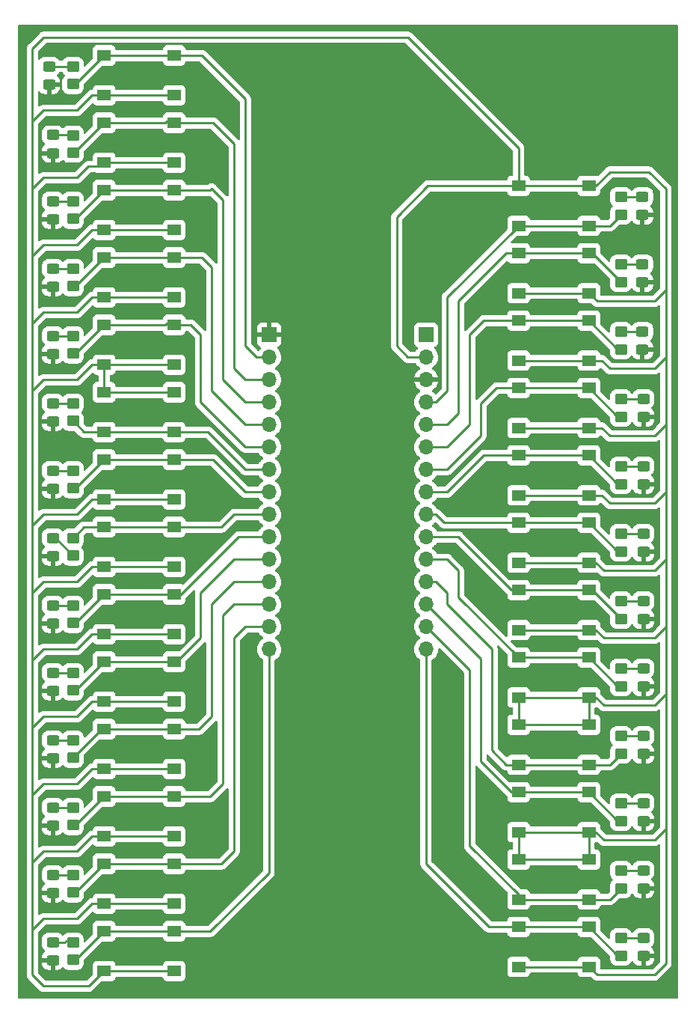
<source format=gtl>
G04 #@! TF.GenerationSoftware,KiCad,Pcbnew,(6.0.10)*
G04 #@! TF.CreationDate,2023-04-03T10:33:17+03:00*
G04 #@! TF.ProjectId,testboard,74657374-626f-4617-9264-2e6b69636164,rev?*
G04 #@! TF.SameCoordinates,Original*
G04 #@! TF.FileFunction,Copper,L1,Top*
G04 #@! TF.FilePolarity,Positive*
%FSLAX46Y46*%
G04 Gerber Fmt 4.6, Leading zero omitted, Abs format (unit mm)*
G04 Created by KiCad (PCBNEW (6.0.10)) date 2023-04-03 10:33:17*
%MOMM*%
%LPD*%
G01*
G04 APERTURE LIST*
G04 Aperture macros list*
%AMRoundRect*
0 Rectangle with rounded corners*
0 $1 Rounding radius*
0 $2 $3 $4 $5 $6 $7 $8 $9 X,Y pos of 4 corners*
0 Add a 4 corners polygon primitive as box body*
4,1,4,$2,$3,$4,$5,$6,$7,$8,$9,$2,$3,0*
0 Add four circle primitives for the rounded corners*
1,1,$1+$1,$2,$3*
1,1,$1+$1,$4,$5*
1,1,$1+$1,$6,$7*
1,1,$1+$1,$8,$9*
0 Add four rect primitives between the rounded corners*
20,1,$1+$1,$2,$3,$4,$5,0*
20,1,$1+$1,$4,$5,$6,$7,0*
20,1,$1+$1,$6,$7,$8,$9,0*
20,1,$1+$1,$8,$9,$2,$3,0*%
G04 Aperture macros list end*
G04 #@! TA.AperFunction,SMDPad,CuDef*
%ADD10RoundRect,0.250000X0.450000X-0.350000X0.450000X0.350000X-0.450000X0.350000X-0.450000X-0.350000X0*%
G04 #@! TD*
G04 #@! TA.AperFunction,SMDPad,CuDef*
%ADD11RoundRect,0.250000X0.450000X-0.325000X0.450000X0.325000X-0.450000X0.325000X-0.450000X-0.325000X0*%
G04 #@! TD*
G04 #@! TA.AperFunction,SMDPad,CuDef*
%ADD12R,1.550000X1.300000*%
G04 #@! TD*
G04 #@! TA.AperFunction,SMDPad,CuDef*
%ADD13RoundRect,0.250000X-0.450000X0.350000X-0.450000X-0.350000X0.450000X-0.350000X0.450000X0.350000X0*%
G04 #@! TD*
G04 #@! TA.AperFunction,ComponentPad*
%ADD14R,1.700000X1.700000*%
G04 #@! TD*
G04 #@! TA.AperFunction,ComponentPad*
%ADD15O,1.700000X1.700000*%
G04 #@! TD*
G04 #@! TA.AperFunction,Conductor*
%ADD16C,0.250000*%
G04 #@! TD*
G04 APERTURE END LIST*
D10*
X184785000Y-94345000D03*
X184785000Y-92345000D03*
X184785000Y-109585000D03*
X184785000Y-107585000D03*
D11*
X187325000Y-117230000D03*
X187325000Y-115180000D03*
X187215000Y-71510000D03*
X187215000Y-69460000D03*
D10*
X184785000Y-101965000D03*
X184785000Y-99965000D03*
X122717000Y-49260000D03*
X122717000Y-47260000D03*
X184785000Y-124825000D03*
X184785000Y-122825000D03*
D11*
X187325000Y-79130000D03*
X187325000Y-77080000D03*
D10*
X122717000Y-87210000D03*
X122717000Y-85210000D03*
X122717000Y-64350000D03*
X122717000Y-62350000D03*
D12*
X134185000Y-106820000D03*
X126235000Y-106820000D03*
X134185000Y-111320000D03*
X126235000Y-111320000D03*
D10*
X184785000Y-86725000D03*
X184785000Y-84725000D03*
D11*
X187215000Y-56270000D03*
X187215000Y-54220000D03*
D12*
X181140000Y-106335000D03*
X173190000Y-106335000D03*
X181140000Y-110835000D03*
X173190000Y-110835000D03*
D13*
X122717000Y-92830000D03*
X122717000Y-94830000D03*
D10*
X122717000Y-117690000D03*
X122717000Y-115690000D03*
D11*
X120431000Y-56755000D03*
X120431000Y-54705000D03*
D12*
X126235000Y-91580000D03*
X134185000Y-91580000D03*
X134185000Y-96080000D03*
X126235000Y-96080000D03*
X181140000Y-68235000D03*
X173190000Y-68235000D03*
X181140000Y-72735000D03*
X173190000Y-72735000D03*
D11*
X187325000Y-124850000D03*
X187325000Y-122800000D03*
X120431000Y-102475000D03*
X120431000Y-100425000D03*
D12*
X173190000Y-133695000D03*
X181140000Y-133695000D03*
X181140000Y-129195000D03*
X173190000Y-129195000D03*
D11*
X120431000Y-94855000D03*
X120431000Y-92805000D03*
D12*
X126235000Y-122060000D03*
X134185000Y-122060000D03*
X134185000Y-126560000D03*
X126235000Y-126560000D03*
D10*
X184785000Y-140065000D03*
X184785000Y-138065000D03*
D11*
X120431000Y-79615000D03*
X120431000Y-77565000D03*
X120015000Y-41515000D03*
X120015000Y-39465000D03*
D10*
X184785000Y-79105000D03*
X184785000Y-77105000D03*
D12*
X181140000Y-75855000D03*
X173190000Y-75855000D03*
X181140000Y-80355000D03*
X173190000Y-80355000D03*
X173190000Y-121575000D03*
X181140000Y-121575000D03*
X181140000Y-126075000D03*
X173190000Y-126075000D03*
X126235000Y-45860000D03*
X134185000Y-45860000D03*
X134185000Y-50360000D03*
X126235000Y-50360000D03*
D11*
X187325000Y-109610000D03*
X187325000Y-107560000D03*
D12*
X126235000Y-65600000D03*
X134185000Y-65600000D03*
X126235000Y-61100000D03*
X134185000Y-61100000D03*
D14*
X144929607Y-69830535D03*
D15*
X144929607Y-72370535D03*
X144929607Y-74910535D03*
X144929607Y-77450535D03*
X144929607Y-79990535D03*
X144929607Y-82530535D03*
X144929607Y-85070535D03*
X144929607Y-87610535D03*
X144929607Y-90150535D03*
X144929607Y-92690535D03*
X144929607Y-95230535D03*
X144929607Y-97770535D03*
X144929607Y-100310535D03*
X144929607Y-102850535D03*
X144929607Y-105390535D03*
X162709607Y-105390535D03*
X162709607Y-102850535D03*
X162709607Y-100310535D03*
X162709607Y-97770535D03*
X162709607Y-95230535D03*
X162709607Y-92690535D03*
X162709607Y-90150535D03*
X162709607Y-87610535D03*
X162709607Y-85070535D03*
X162709607Y-82530535D03*
X162709607Y-79990535D03*
X162709607Y-77450535D03*
X162709607Y-74910535D03*
X162709607Y-72370535D03*
D14*
X162709607Y-69830535D03*
D11*
X120431000Y-87235000D03*
X120431000Y-85185000D03*
D12*
X126235000Y-114440000D03*
X134185000Y-114440000D03*
X134185000Y-118940000D03*
X126235000Y-118940000D03*
D10*
X122717000Y-102450000D03*
X122717000Y-100450000D03*
D11*
X120431000Y-132955000D03*
X120431000Y-130905000D03*
X187325000Y-86725000D03*
X187325000Y-84675000D03*
D12*
X126235000Y-42740000D03*
X134185000Y-42740000D03*
X134185000Y-38240000D03*
X126235000Y-38240000D03*
X126235000Y-57980000D03*
X134185000Y-57980000D03*
X126235000Y-53480000D03*
X134185000Y-53480000D03*
D11*
X187325000Y-101990000D03*
X187325000Y-99940000D03*
D12*
X126235000Y-99200000D03*
X134185000Y-99200000D03*
X126235000Y-103700000D03*
X134185000Y-103700000D03*
X126235000Y-73220000D03*
X134185000Y-73220000D03*
X134185000Y-68720000D03*
X126235000Y-68720000D03*
D10*
X122717000Y-125310000D03*
X122717000Y-123310000D03*
X122717000Y-56730000D03*
X122717000Y-54730000D03*
X184785000Y-117205000D03*
X184785000Y-115205000D03*
D12*
X126235000Y-129680000D03*
X134185000Y-129680000D03*
X134185000Y-134180000D03*
X126235000Y-134180000D03*
D11*
X120431000Y-64375000D03*
X120431000Y-62325000D03*
D10*
X122717000Y-132930000D03*
X122717000Y-130930000D03*
D11*
X187325000Y-132445000D03*
X187325000Y-130395000D03*
X187325000Y-94370000D03*
X187325000Y-92320000D03*
X120431000Y-125335000D03*
X120431000Y-123285000D03*
X187325000Y-140115000D03*
X187325000Y-138065000D03*
D12*
X181140000Y-60615000D03*
X173190000Y-60615000D03*
X173190000Y-65115000D03*
X181140000Y-65115000D03*
X173190000Y-91095000D03*
X181140000Y-91095000D03*
X181140000Y-95595000D03*
X173190000Y-95595000D03*
D10*
X122717000Y-110070000D03*
X122717000Y-108070000D03*
D11*
X120431000Y-71995000D03*
X120431000Y-69945000D03*
D10*
X122717000Y-79590000D03*
X122717000Y-77590000D03*
D12*
X173190000Y-136815000D03*
X181140000Y-136815000D03*
X173190000Y-141315000D03*
X181140000Y-141315000D03*
D10*
X184785000Y-56245000D03*
X184785000Y-54245000D03*
D12*
X173190000Y-98715000D03*
X181140000Y-98715000D03*
X181140000Y-103215000D03*
X173190000Y-103215000D03*
X126235000Y-137300000D03*
X134185000Y-137300000D03*
X134185000Y-141800000D03*
X126235000Y-141800000D03*
D11*
X120431000Y-140575000D03*
X120431000Y-138525000D03*
D10*
X122717000Y-41490000D03*
X122717000Y-39490000D03*
D11*
X120431000Y-110095000D03*
X120431000Y-108045000D03*
X120431000Y-117715000D03*
X120431000Y-115665000D03*
D10*
X184785000Y-63865000D03*
X184785000Y-61865000D03*
X122717000Y-140550000D03*
X122717000Y-138550000D03*
D12*
X134185000Y-83960000D03*
X126235000Y-83960000D03*
X134185000Y-88460000D03*
X126235000Y-88460000D03*
X181140000Y-83475000D03*
X173190000Y-83475000D03*
X181140000Y-87975000D03*
X173190000Y-87975000D03*
X181140000Y-57495000D03*
X173190000Y-57495000D03*
X181140000Y-52995000D03*
X173190000Y-52995000D03*
D10*
X184785000Y-71485000D03*
X184785000Y-69485000D03*
D12*
X126235000Y-80840000D03*
X134185000Y-80840000D03*
X126235000Y-76340000D03*
X134185000Y-76340000D03*
D10*
X184785000Y-132445000D03*
X184785000Y-130445000D03*
D12*
X181140000Y-118455000D03*
X173190000Y-118455000D03*
X181140000Y-113955000D03*
X173190000Y-113955000D03*
D11*
X120431000Y-49285000D03*
X120431000Y-47235000D03*
X187215000Y-63890000D03*
X187215000Y-61840000D03*
D10*
X122717000Y-71970000D03*
X122717000Y-69970000D03*
D16*
X184785000Y-138065000D02*
X187325000Y-138065000D01*
X141497465Y-92690535D02*
X144929607Y-92690535D01*
X134988000Y-99200000D02*
X141497465Y-92690535D01*
X134185000Y-99200000D02*
X134988000Y-99200000D01*
X122692000Y-115665000D02*
X122717000Y-115690000D01*
X120431000Y-115665000D02*
X122692000Y-115665000D01*
X187300000Y-92345000D02*
X187325000Y-92320000D01*
X184785000Y-92345000D02*
X187300000Y-92345000D01*
X122692000Y-47235000D02*
X122717000Y-47260000D01*
X120431000Y-47235000D02*
X122692000Y-47235000D01*
X120431000Y-123285000D02*
X122692000Y-123285000D01*
X122692000Y-123285000D02*
X122717000Y-123310000D01*
X187275000Y-84725000D02*
X187325000Y-84675000D01*
X184785000Y-84725000D02*
X187275000Y-84725000D01*
X122692000Y-54705000D02*
X122717000Y-54730000D01*
X120431000Y-54705000D02*
X122692000Y-54705000D01*
X120015000Y-39465000D02*
X122692000Y-39465000D01*
X122692000Y-39465000D02*
X122717000Y-39490000D01*
X122692000Y-130905000D02*
X122717000Y-130930000D01*
X120431000Y-130905000D02*
X122692000Y-130905000D01*
X187300000Y-77105000D02*
X187325000Y-77080000D01*
X184785000Y-77105000D02*
X187300000Y-77105000D01*
X122692000Y-62325000D02*
X122717000Y-62350000D01*
X120431000Y-62325000D02*
X122692000Y-62325000D01*
X120431000Y-138525000D02*
X121825000Y-138525000D01*
X122597000Y-138430000D02*
X122717000Y-138550000D01*
X121825000Y-138525000D02*
X121920000Y-138430000D01*
X121920000Y-138430000D02*
X122597000Y-138430000D01*
X184785000Y-69485000D02*
X187190000Y-69485000D01*
X187190000Y-69485000D02*
X187215000Y-69460000D01*
X122692000Y-69945000D02*
X122717000Y-69970000D01*
X120431000Y-69945000D02*
X122692000Y-69945000D01*
X187190000Y-61865000D02*
X187215000Y-61840000D01*
X184785000Y-61865000D02*
X187190000Y-61865000D01*
X122692000Y-77565000D02*
X122717000Y-77590000D01*
X120431000Y-77565000D02*
X122692000Y-77565000D01*
X187275000Y-130445000D02*
X187325000Y-130395000D01*
X184785000Y-130445000D02*
X187275000Y-130445000D01*
X184785000Y-54245000D02*
X187190000Y-54245000D01*
X187190000Y-54245000D02*
X187215000Y-54220000D01*
X122692000Y-85185000D02*
X122717000Y-85210000D01*
X120431000Y-85185000D02*
X122692000Y-85185000D01*
X184785000Y-122825000D02*
X187300000Y-122825000D01*
X187300000Y-122825000D02*
X187325000Y-122800000D01*
X120745000Y-92805000D02*
X122717000Y-94777000D01*
X120431000Y-92805000D02*
X120745000Y-92805000D01*
X122717000Y-94777000D02*
X122717000Y-94830000D01*
X184785000Y-115205000D02*
X187300000Y-115205000D01*
X187300000Y-115205000D02*
X187325000Y-115180000D01*
X122692000Y-100425000D02*
X122717000Y-100450000D01*
X120431000Y-100425000D02*
X122692000Y-100425000D01*
X187300000Y-107585000D02*
X187325000Y-107560000D01*
X184785000Y-107585000D02*
X187300000Y-107585000D01*
X120431000Y-108045000D02*
X122692000Y-108045000D01*
X122692000Y-108045000D02*
X122717000Y-108070000D01*
X184785000Y-99965000D02*
X187300000Y-99965000D01*
X187300000Y-99965000D02*
X187325000Y-99940000D01*
X126235000Y-114440000D02*
X134185000Y-114440000D01*
X140989465Y-97770535D02*
X144929607Y-97770535D01*
X134185000Y-114440000D02*
X137020000Y-114440000D01*
X122717000Y-117690000D02*
X125967000Y-114440000D01*
X137020000Y-114440000D02*
X138430000Y-113030000D01*
X138430000Y-100330000D02*
X140989465Y-97770535D01*
X138430000Y-113030000D02*
X138430000Y-100330000D01*
X125967000Y-114440000D02*
X126235000Y-114440000D01*
X184390000Y-94345000D02*
X184785000Y-94345000D01*
X173190000Y-91095000D02*
X181140000Y-91095000D01*
X163810535Y-90150535D02*
X162709607Y-90150535D01*
X164755000Y-91095000D02*
X163810535Y-90150535D01*
X181140000Y-91095000D02*
X184390000Y-94345000D01*
X173190000Y-91095000D02*
X164755000Y-91095000D01*
X126235000Y-45860000D02*
X133210000Y-45860000D01*
X122835000Y-49260000D02*
X126235000Y-45860000D01*
X122717000Y-49260000D02*
X122835000Y-49260000D01*
X140970000Y-48260000D02*
X140970000Y-73660000D01*
X134045000Y-45720000D02*
X134185000Y-45860000D01*
X140970000Y-73660000D02*
X142240000Y-74930000D01*
X142259465Y-74910535D02*
X144929607Y-74910535D01*
X138570000Y-45860000D02*
X140970000Y-48260000D01*
X133210000Y-45860000D02*
X133350000Y-45720000D01*
X133350000Y-45720000D02*
X134045000Y-45720000D01*
X142240000Y-74930000D02*
X142259465Y-74910535D01*
X134185000Y-45860000D02*
X138570000Y-45860000D01*
X122717000Y-125310000D02*
X122985000Y-125310000D01*
X140989465Y-100310535D02*
X144929607Y-100310535D01*
X122985000Y-125310000D02*
X126235000Y-122060000D01*
X126235000Y-122060000D02*
X134185000Y-122060000D01*
X139700000Y-101600000D02*
X140989465Y-100310535D01*
X134185000Y-122060000D02*
X138290000Y-122060000D01*
X138290000Y-122060000D02*
X139700000Y-120650000D01*
X139700000Y-120650000D02*
X139700000Y-101600000D01*
X165080535Y-87610535D02*
X162709607Y-87610535D01*
X165100000Y-87630000D02*
X165080535Y-87610535D01*
X184390000Y-86725000D02*
X184785000Y-86725000D01*
X173190000Y-83475000D02*
X181140000Y-83475000D01*
X173190000Y-83475000D02*
X169255000Y-83475000D01*
X169255000Y-83475000D02*
X165100000Y-87630000D01*
X181140000Y-83475000D02*
X184390000Y-86725000D01*
X144929607Y-77450535D02*
X142220535Y-77450535D01*
X139700000Y-74930000D02*
X139700000Y-54610000D01*
X122717000Y-56730000D02*
X122985000Y-56730000D01*
X139700000Y-54610000D02*
X138430000Y-53340000D01*
X138430000Y-53340000D02*
X138290000Y-53480000D01*
X138290000Y-53480000D02*
X134185000Y-53480000D01*
X142220535Y-77450535D02*
X139700000Y-74930000D01*
X122985000Y-56730000D02*
X126235000Y-53480000D01*
X126235000Y-53480000D02*
X134185000Y-53480000D01*
X142240000Y-71120000D02*
X143490535Y-72370535D01*
X142240000Y-43180000D02*
X142240000Y-71120000D01*
X134185000Y-38240000D02*
X137300000Y-38240000D01*
X126235000Y-38240000D02*
X134185000Y-38240000D01*
X143490535Y-72370535D02*
X144929607Y-72370535D01*
X137300000Y-38240000D02*
X142240000Y-43180000D01*
X122985000Y-41490000D02*
X126235000Y-38240000D01*
X122717000Y-41490000D02*
X122985000Y-41490000D01*
X142259465Y-102850535D02*
X144929607Y-102850535D01*
X122985000Y-132930000D02*
X126235000Y-129680000D01*
X139560000Y-129680000D02*
X140970000Y-128270000D01*
X134185000Y-129680000D02*
X139560000Y-129680000D01*
X126235000Y-129680000D02*
X134185000Y-129680000D01*
X122717000Y-132930000D02*
X122985000Y-132930000D01*
X140970000Y-104140000D02*
X142259465Y-102850535D01*
X140970000Y-128270000D02*
X140970000Y-104140000D01*
X168910000Y-77642500D02*
X168910000Y-81280000D01*
X181140000Y-75855000D02*
X184390000Y-79105000D01*
X173190000Y-75855000D02*
X170697500Y-75855000D01*
X170697500Y-75855000D02*
X168910000Y-77642500D01*
X173190000Y-75855000D02*
X181140000Y-75855000D01*
X168910000Y-81280000D02*
X165119465Y-85070535D01*
X165119465Y-85070535D02*
X162709607Y-85070535D01*
X184390000Y-79105000D02*
X184785000Y-79105000D01*
X122717000Y-64350000D02*
X122985000Y-64350000D01*
X126235000Y-61100000D02*
X134185000Y-61100000D01*
X142240000Y-80010000D02*
X142259465Y-79990535D01*
X138430000Y-76200000D02*
X142240000Y-80010000D01*
X137300000Y-61100000D02*
X138430000Y-62230000D01*
X142259465Y-79990535D02*
X144929607Y-79990535D01*
X122985000Y-64350000D02*
X126235000Y-61100000D01*
X134185000Y-61100000D02*
X137300000Y-61100000D01*
X138430000Y-62230000D02*
X138430000Y-76200000D01*
X122717000Y-140550000D02*
X122985000Y-140550000D01*
X122985000Y-140550000D02*
X126235000Y-137300000D01*
X126235000Y-137300000D02*
X134185000Y-137300000D01*
X138290000Y-137300000D02*
X144929607Y-130660393D01*
X144929607Y-130660393D02*
X144929607Y-105390535D01*
X134185000Y-137300000D02*
X138290000Y-137300000D01*
X173190000Y-68235000D02*
X181140000Y-68235000D01*
X173190000Y-68235000D02*
X169255000Y-68235000D01*
X181140000Y-68235000D02*
X184390000Y-71485000D01*
X184390000Y-71485000D02*
X184785000Y-71485000D01*
X167640000Y-69850000D02*
X167640000Y-80010000D01*
X169255000Y-68235000D02*
X167640000Y-69850000D01*
X165119465Y-82530535D02*
X162709607Y-82530535D01*
X167640000Y-80010000D02*
X165119465Y-82530535D01*
X136030000Y-68720000D02*
X134185000Y-68720000D01*
X122985000Y-71970000D02*
X126235000Y-68720000D01*
X142220535Y-82530535D02*
X137160000Y-77470000D01*
X137160000Y-69850000D02*
X136030000Y-68720000D01*
X144929607Y-82530535D02*
X142220535Y-82530535D01*
X126235000Y-68720000D02*
X133210000Y-68720000D01*
X137160000Y-77470000D02*
X137160000Y-69850000D01*
X122717000Y-71970000D02*
X122985000Y-71970000D01*
X134045000Y-68580000D02*
X134185000Y-68720000D01*
X133210000Y-68720000D02*
X133350000Y-68580000D01*
X133350000Y-68580000D02*
X134045000Y-68580000D01*
X184390000Y-140065000D02*
X184785000Y-140065000D01*
X162709607Y-129689607D02*
X162709607Y-105390535D01*
X173190000Y-136815000D02*
X169835000Y-136815000D01*
X181140000Y-136815000D02*
X184390000Y-140065000D01*
X173190000Y-136815000D02*
X181140000Y-136815000D01*
X169835000Y-136815000D02*
X162709607Y-129689607D01*
X165119465Y-79990535D02*
X162709607Y-79990535D01*
X173190000Y-60615000D02*
X181140000Y-60615000D01*
X166370000Y-66040000D02*
X166370000Y-78740000D01*
X166370000Y-78740000D02*
X165119465Y-79990535D01*
X173190000Y-60615000D02*
X171795000Y-60615000D01*
X181140000Y-60615000D02*
X181535000Y-60615000D01*
X181535000Y-60615000D02*
X184785000Y-63865000D01*
X171795000Y-60615000D02*
X166370000Y-66040000D01*
X123967000Y-80840000D02*
X126235000Y-80840000D01*
X126235000Y-80840000D02*
X134185000Y-80840000D01*
X137990000Y-80840000D02*
X142220535Y-85070535D01*
X142220535Y-85070535D02*
X144929607Y-85070535D01*
X122717000Y-79590000D02*
X123967000Y-80840000D01*
X134185000Y-80840000D02*
X137990000Y-80840000D01*
X173190000Y-133695000D02*
X173190000Y-133185000D01*
X173190000Y-133695000D02*
X181140000Y-133695000D01*
X167640000Y-107780928D02*
X162709607Y-102850535D01*
X183535000Y-133695000D02*
X184785000Y-132445000D01*
X181140000Y-133695000D02*
X183535000Y-133695000D01*
X173190000Y-133185000D02*
X167640000Y-127635000D01*
X167640000Y-127635000D02*
X167640000Y-107780928D01*
X162729072Y-77470000D02*
X162709607Y-77450535D01*
X163830000Y-77470000D02*
X162729072Y-77470000D01*
X181140000Y-57495000D02*
X183535000Y-57495000D01*
X173190000Y-57495000D02*
X165100000Y-65585000D01*
X183535000Y-57495000D02*
X184785000Y-56245000D01*
X165100000Y-65585000D02*
X165100000Y-76200000D01*
X173190000Y-57495000D02*
X181140000Y-57495000D01*
X165100000Y-76200000D02*
X163830000Y-77470000D01*
X122717000Y-87210000D02*
X122985000Y-87210000D01*
X122985000Y-87210000D02*
X126235000Y-83960000D01*
X134185000Y-83960000D02*
X138570000Y-83960000D01*
X142240000Y-87630000D02*
X142259465Y-87610535D01*
X138570000Y-83960000D02*
X142240000Y-87630000D01*
X126235000Y-83960000D02*
X134185000Y-83960000D01*
X142259465Y-87610535D02*
X144929607Y-87610535D01*
X181140000Y-121575000D02*
X184390000Y-124825000D01*
X173190000Y-121575000D02*
X172375000Y-121575000D01*
X168910000Y-106510928D02*
X162709607Y-100310535D01*
X184390000Y-124825000D02*
X184785000Y-124825000D01*
X172375000Y-121575000D02*
X168910000Y-118110000D01*
X173190000Y-121575000D02*
X181140000Y-121575000D01*
X168910000Y-118110000D02*
X168910000Y-106510928D01*
X126235000Y-91580000D02*
X134185000Y-91580000D01*
X134185000Y-91580000D02*
X139560000Y-91580000D01*
X140989465Y-90150535D02*
X144929607Y-90150535D01*
X123967000Y-91580000D02*
X126235000Y-91580000D01*
X139560000Y-91580000D02*
X140989465Y-90150535D01*
X122717000Y-92830000D02*
X123967000Y-91580000D01*
X163810535Y-97770535D02*
X162709607Y-97770535D01*
X170180000Y-105410000D02*
X165100000Y-100330000D01*
X173190000Y-118455000D02*
X181140000Y-118455000D01*
X171795000Y-118455000D02*
X170180000Y-116840000D01*
X173190000Y-118455000D02*
X171795000Y-118455000D01*
X165100000Y-99060000D02*
X163810535Y-97770535D01*
X165100000Y-100330000D02*
X165100000Y-99060000D01*
X183535000Y-118455000D02*
X184785000Y-117205000D01*
X170180000Y-116840000D02*
X170180000Y-105410000D01*
X181140000Y-118455000D02*
X183535000Y-118455000D01*
X122717000Y-102450000D02*
X122985000Y-102450000D01*
X122985000Y-102450000D02*
X126235000Y-99200000D01*
X126235000Y-99200000D02*
X134185000Y-99200000D01*
X166370000Y-96520000D02*
X165080535Y-95230535D01*
X173190000Y-106335000D02*
X166370000Y-99515000D01*
X166370000Y-99515000D02*
X166370000Y-96520000D01*
X181140000Y-106335000D02*
X184390000Y-109585000D01*
X165080535Y-95230535D02*
X162709607Y-95230535D01*
X173190000Y-106335000D02*
X181140000Y-106335000D01*
X184390000Y-109585000D02*
X184785000Y-109585000D01*
X134185000Y-106820000D02*
X134480000Y-106820000D01*
X137160000Y-104140000D02*
X137160000Y-99060000D01*
X137160000Y-99060000D02*
X140989465Y-95230535D01*
X140989465Y-95230535D02*
X144929607Y-95230535D01*
X134480000Y-106820000D02*
X137160000Y-104140000D01*
X122985000Y-110070000D02*
X126235000Y-106820000D01*
X122717000Y-110070000D02*
X122985000Y-110070000D01*
X126235000Y-106820000D02*
X134185000Y-106820000D01*
X181535000Y-98715000D02*
X184785000Y-101965000D01*
X173190000Y-98715000D02*
X172375000Y-98715000D01*
X173190000Y-98715000D02*
X181140000Y-98715000D01*
X172375000Y-98715000D02*
X166350535Y-92690535D01*
X181140000Y-98715000D02*
X181535000Y-98715000D01*
X166350535Y-92690535D02*
X162709607Y-92690535D01*
X189865000Y-140970000D02*
X189865000Y-125730000D01*
X181140000Y-129195000D02*
X181140000Y-126075000D01*
X119380000Y-52070000D02*
X118110000Y-53340000D01*
X182880000Y-111760000D02*
X188595000Y-111760000D01*
X123190000Y-120650000D02*
X119380000Y-120650000D01*
X126235000Y-50360000D02*
X125795000Y-50800000D01*
X188595000Y-127000000D02*
X189230000Y-126365000D01*
X126235000Y-76340000D02*
X134185000Y-76340000D01*
X181140000Y-103215000D02*
X181955000Y-103215000D01*
X188595000Y-96520000D02*
X189230000Y-95885000D01*
X118110000Y-129540000D02*
X118110000Y-137160000D01*
X182590000Y-80355000D02*
X183515000Y-81280000D01*
X181140000Y-80355000D02*
X182590000Y-80355000D01*
X162905000Y-52995000D02*
X173190000Y-52995000D01*
X183515000Y-88900000D02*
X188595000Y-88900000D01*
X181140000Y-113955000D02*
X181140000Y-110835000D01*
X126235000Y-73220000D02*
X134185000Y-73220000D01*
X189865000Y-87630000D02*
X189865000Y-80010000D01*
X124900000Y-96080000D02*
X123190000Y-97790000D01*
X119380000Y-67310000D02*
X118110000Y-68580000D01*
X173190000Y-129195000D02*
X173190000Y-126075000D01*
X123190000Y-135890000D02*
X124900000Y-134180000D01*
X126235000Y-96080000D02*
X124900000Y-96080000D01*
X173190000Y-113955000D02*
X181140000Y-113955000D01*
X118110000Y-53340000D02*
X118110000Y-60960000D01*
X183515000Y-81280000D02*
X188595000Y-81280000D01*
X126235000Y-111320000D02*
X124900000Y-111320000D01*
X126235000Y-76340000D02*
X126235000Y-73220000D01*
X173190000Y-52995000D02*
X181140000Y-52995000D01*
X126235000Y-111320000D02*
X134185000Y-111320000D01*
X123190000Y-97790000D02*
X119380000Y-97790000D01*
X181140000Y-110835000D02*
X181955000Y-110835000D01*
X126235000Y-96080000D02*
X134185000Y-96080000D01*
X126235000Y-141800000D02*
X134185000Y-141800000D01*
X173190000Y-95595000D02*
X181140000Y-95595000D01*
X126235000Y-118940000D02*
X134185000Y-118940000D01*
X123190000Y-74930000D02*
X119380000Y-74930000D01*
X119380000Y-113030000D02*
X118110000Y-114300000D01*
X123190000Y-90170000D02*
X119380000Y-90170000D01*
X126235000Y-42740000D02*
X134185000Y-42740000D01*
X123190000Y-44450000D02*
X119380000Y-44450000D01*
X182590000Y-87975000D02*
X183515000Y-88900000D01*
X181140000Y-126075000D02*
X181955000Y-126075000D01*
X183515000Y-51435000D02*
X187960000Y-51435000D01*
X173190000Y-65115000D02*
X181140000Y-65115000D01*
X189230000Y-65405000D02*
X188595000Y-66040000D01*
X159385000Y-56515000D02*
X162905000Y-52995000D01*
X189230000Y-88265000D02*
X189865000Y-87630000D01*
X126235000Y-65600000D02*
X134185000Y-65600000D01*
X124900000Y-88460000D02*
X123190000Y-90170000D01*
X160635535Y-72370535D02*
X159385000Y-71120000D01*
X173190000Y-110835000D02*
X181140000Y-110835000D01*
X118110000Y-76200000D02*
X118110000Y-91440000D01*
X119380000Y-135890000D02*
X123190000Y-135890000D01*
X182880000Y-96520000D02*
X188595000Y-96520000D01*
X126235000Y-103700000D02*
X124900000Y-103700000D01*
X160655000Y-36195000D02*
X119380000Y-36195000D01*
X126235000Y-42740000D02*
X124900000Y-42740000D01*
X173190000Y-103215000D02*
X181140000Y-103215000D01*
X124900000Y-111320000D02*
X123190000Y-113030000D01*
X189865000Y-72390000D02*
X189865000Y-64770000D01*
X173190000Y-87975000D02*
X181140000Y-87975000D01*
X126235000Y-57980000D02*
X134185000Y-57980000D01*
X188595000Y-111760000D02*
X189230000Y-111125000D01*
X124900000Y-103700000D02*
X123190000Y-105410000D01*
X182065000Y-142240000D02*
X188595000Y-142240000D01*
X126235000Y-141800000D02*
X124525000Y-143510000D01*
X119380000Y-59690000D02*
X118110000Y-60960000D01*
X181140000Y-52995000D02*
X181955000Y-52995000D01*
X123190000Y-105410000D02*
X119380000Y-105410000D01*
X119380000Y-97790000D02*
X118110000Y-99060000D01*
X124900000Y-57980000D02*
X123190000Y-59690000D01*
X188595000Y-104140000D02*
X189230000Y-103505000D01*
X181955000Y-95595000D02*
X182880000Y-96520000D01*
X124900000Y-126560000D02*
X123190000Y-128270000D01*
X182880000Y-127000000D02*
X188595000Y-127000000D01*
X189230000Y-126365000D02*
X189865000Y-125730000D01*
X126235000Y-134180000D02*
X134185000Y-134180000D01*
X173190000Y-80355000D02*
X181140000Y-80355000D01*
X189230000Y-111125000D02*
X189865000Y-110490000D01*
X123190000Y-59690000D02*
X119380000Y-59690000D01*
X183515000Y-73660000D02*
X188595000Y-73660000D01*
X181140000Y-72735000D02*
X182590000Y-72735000D01*
X182590000Y-72735000D02*
X183515000Y-73660000D01*
X119380000Y-143510000D02*
X118110000Y-142240000D01*
X173190000Y-113955000D02*
X173190000Y-110835000D01*
X126235000Y-118940000D02*
X124900000Y-118940000D01*
X118110000Y-37465000D02*
X118110000Y-45720000D01*
X188595000Y-73660000D02*
X189230000Y-73025000D01*
X189865000Y-80010000D02*
X189865000Y-72390000D01*
X189230000Y-103505000D02*
X189865000Y-102870000D01*
X181955000Y-126075000D02*
X182880000Y-127000000D01*
X189230000Y-80645000D02*
X189865000Y-80010000D01*
X187960000Y-51435000D02*
X189865000Y-53340000D01*
X181140000Y-141315000D02*
X182065000Y-142240000D01*
X181955000Y-52995000D02*
X183515000Y-51435000D01*
X125795000Y-50800000D02*
X124460000Y-50800000D01*
X118110000Y-99060000D02*
X118110000Y-106680000D01*
X188595000Y-66040000D02*
X182065000Y-66040000D01*
X118110000Y-45720000D02*
X118110000Y-53340000D01*
X124900000Y-42740000D02*
X123190000Y-44450000D01*
X126235000Y-103700000D02*
X134185000Y-103700000D01*
X126235000Y-88460000D02*
X124900000Y-88460000D01*
X126235000Y-126560000D02*
X134185000Y-126560000D01*
X123190000Y-52070000D02*
X119380000Y-52070000D01*
X126235000Y-73220000D02*
X124900000Y-73220000D01*
X189230000Y-95885000D02*
X189865000Y-95250000D01*
X173190000Y-141315000D02*
X181140000Y-141315000D01*
X124460000Y-50800000D02*
X123190000Y-52070000D01*
X118110000Y-142240000D02*
X118110000Y-137160000D01*
X188595000Y-142240000D02*
X189865000Y-140970000D01*
X119380000Y-128270000D02*
X118110000Y-129540000D01*
X188595000Y-88900000D02*
X189230000Y-88265000D01*
X119380000Y-74930000D02*
X118110000Y-76200000D01*
X189865000Y-102870000D02*
X189865000Y-95250000D01*
X181140000Y-95595000D02*
X181955000Y-95595000D01*
X126235000Y-126560000D02*
X124900000Y-126560000D01*
X118110000Y-121920000D02*
X118110000Y-129540000D01*
X119380000Y-120650000D02*
X118110000Y-121920000D01*
X173190000Y-126075000D02*
X181140000Y-126075000D01*
X118110000Y-137160000D02*
X119380000Y-135890000D01*
X119380000Y-36195000D02*
X118110000Y-37465000D01*
X126235000Y-57980000D02*
X124900000Y-57980000D01*
X123190000Y-67310000D02*
X119380000Y-67310000D01*
X124900000Y-73220000D02*
X123190000Y-74930000D01*
X173190000Y-129195000D02*
X181140000Y-129195000D01*
X124900000Y-134180000D02*
X126235000Y-134180000D01*
X189865000Y-125730000D02*
X189865000Y-110490000D01*
X181140000Y-87975000D02*
X182590000Y-87975000D01*
X162709607Y-72370535D02*
X160635535Y-72370535D01*
X118110000Y-91440000D02*
X118110000Y-99060000D01*
X173190000Y-72735000D02*
X181140000Y-72735000D01*
X124525000Y-143510000D02*
X119380000Y-143510000D01*
X189230000Y-73025000D02*
X189865000Y-72390000D01*
X189865000Y-53340000D02*
X189865000Y-64770000D01*
X124900000Y-65600000D02*
X123190000Y-67310000D01*
X118110000Y-114300000D02*
X118110000Y-121920000D01*
X118110000Y-60960000D02*
X118110000Y-68580000D01*
X123190000Y-113030000D02*
X119380000Y-113030000D01*
X124900000Y-118940000D02*
X123190000Y-120650000D01*
X119380000Y-44450000D02*
X118110000Y-45720000D01*
X173190000Y-48730000D02*
X160655000Y-36195000D01*
X126235000Y-88460000D02*
X134185000Y-88460000D01*
X189865000Y-95250000D02*
X189865000Y-87630000D01*
X182880000Y-104140000D02*
X188595000Y-104140000D01*
X173190000Y-52995000D02*
X173190000Y-48730000D01*
X159385000Y-71120000D02*
X159385000Y-56515000D01*
X181955000Y-110835000D02*
X182880000Y-111760000D01*
X188595000Y-81280000D02*
X189230000Y-80645000D01*
X182065000Y-66040000D02*
X181140000Y-65115000D01*
X119380000Y-90170000D02*
X118110000Y-91440000D01*
X118110000Y-106680000D02*
X118110000Y-114300000D01*
X118110000Y-68580000D02*
X118110000Y-76200000D01*
X126235000Y-50360000D02*
X134185000Y-50360000D01*
X181955000Y-103215000D02*
X182880000Y-104140000D01*
X119380000Y-105410000D02*
X118110000Y-106680000D01*
X189865000Y-110490000D02*
X189865000Y-102870000D01*
X126235000Y-65600000D02*
X124900000Y-65600000D01*
X123190000Y-128270000D02*
X119380000Y-128270000D01*
X189865000Y-64770000D02*
X189230000Y-65405000D01*
G04 #@! TA.AperFunction,Conductor*
G36*
X191203621Y-34818502D02*
G01*
X191250114Y-34872158D01*
X191261500Y-34924500D01*
X191261500Y-144780500D01*
X191241498Y-144848621D01*
X191187842Y-144895114D01*
X191135500Y-144906500D01*
X116585500Y-144906500D01*
X116517379Y-144886498D01*
X116470886Y-144832842D01*
X116459500Y-144780500D01*
X116459500Y-137139943D01*
X117471780Y-137139943D01*
X117472526Y-137147835D01*
X117475941Y-137183961D01*
X117476500Y-137195819D01*
X117476500Y-142161233D01*
X117475973Y-142172416D01*
X117474298Y-142179909D01*
X117474547Y-142187835D01*
X117474547Y-142187836D01*
X117476438Y-142247986D01*
X117476500Y-142251945D01*
X117476500Y-142279856D01*
X117476997Y-142283790D01*
X117476997Y-142283791D01*
X117477005Y-142283856D01*
X117477938Y-142295693D01*
X117479327Y-142339889D01*
X117484978Y-142359339D01*
X117488987Y-142378700D01*
X117491526Y-142398797D01*
X117494445Y-142406168D01*
X117494445Y-142406170D01*
X117507804Y-142439912D01*
X117511649Y-142451142D01*
X117520129Y-142480330D01*
X117523982Y-142493593D01*
X117528015Y-142500412D01*
X117528017Y-142500417D01*
X117534293Y-142511028D01*
X117542988Y-142528776D01*
X117550448Y-142547617D01*
X117555110Y-142554033D01*
X117555110Y-142554034D01*
X117576436Y-142583387D01*
X117582952Y-142593307D01*
X117605458Y-142631362D01*
X117619779Y-142645683D01*
X117632619Y-142660716D01*
X117644528Y-142677107D01*
X117676904Y-142703891D01*
X117678605Y-142705298D01*
X117687384Y-142713288D01*
X118876343Y-143902247D01*
X118883887Y-143910537D01*
X118888000Y-143917018D01*
X118893777Y-143922443D01*
X118937667Y-143963658D01*
X118940509Y-143966413D01*
X118960230Y-143986134D01*
X118963425Y-143988612D01*
X118972447Y-143996318D01*
X119004679Y-144026586D01*
X119011628Y-144030406D01*
X119022432Y-144036346D01*
X119038956Y-144047199D01*
X119054959Y-144059613D01*
X119095543Y-144077176D01*
X119106173Y-144082383D01*
X119144940Y-144103695D01*
X119152617Y-144105666D01*
X119152622Y-144105668D01*
X119164558Y-144108732D01*
X119183266Y-144115137D01*
X119201855Y-144123181D01*
X119209683Y-144124421D01*
X119209690Y-144124423D01*
X119245524Y-144130099D01*
X119257144Y-144132505D01*
X119288959Y-144140673D01*
X119299970Y-144143500D01*
X119320224Y-144143500D01*
X119339934Y-144145051D01*
X119359943Y-144148220D01*
X119367835Y-144147474D01*
X119386580Y-144145702D01*
X119403962Y-144144059D01*
X119415819Y-144143500D01*
X124446233Y-144143500D01*
X124457416Y-144144027D01*
X124464909Y-144145702D01*
X124472835Y-144145453D01*
X124472836Y-144145453D01*
X124532986Y-144143562D01*
X124536945Y-144143500D01*
X124564856Y-144143500D01*
X124568791Y-144143003D01*
X124568856Y-144142995D01*
X124580693Y-144142062D01*
X124612951Y-144141048D01*
X124616970Y-144140922D01*
X124624889Y-144140673D01*
X124644343Y-144135021D01*
X124663700Y-144131013D01*
X124675930Y-144129468D01*
X124675931Y-144129468D01*
X124683797Y-144128474D01*
X124691168Y-144125555D01*
X124691170Y-144125555D01*
X124724912Y-144112196D01*
X124736142Y-144108351D01*
X124770983Y-144098229D01*
X124770984Y-144098229D01*
X124778593Y-144096018D01*
X124785412Y-144091985D01*
X124785417Y-144091983D01*
X124796028Y-144085707D01*
X124813776Y-144077012D01*
X124832617Y-144069552D01*
X124852987Y-144054753D01*
X124868387Y-144043564D01*
X124878307Y-144037048D01*
X124909535Y-144018580D01*
X124909538Y-144018578D01*
X124916362Y-144014542D01*
X124930683Y-144000221D01*
X124945717Y-143987380D01*
X124947432Y-143986134D01*
X124962107Y-143975472D01*
X124990298Y-143941395D01*
X124998288Y-143932616D01*
X125935499Y-142995405D01*
X125997811Y-142961379D01*
X126024594Y-142958500D01*
X127058134Y-142958500D01*
X127120316Y-142951745D01*
X127256705Y-142900615D01*
X127373261Y-142813261D01*
X127460615Y-142696705D01*
X127511745Y-142560316D01*
X127513312Y-142545892D01*
X127540554Y-142480330D01*
X127598917Y-142439904D01*
X127638575Y-142433500D01*
X132781425Y-142433500D01*
X132849546Y-142453502D01*
X132896039Y-142507158D01*
X132906688Y-142545892D01*
X132908255Y-142560316D01*
X132959385Y-142696705D01*
X133046739Y-142813261D01*
X133163295Y-142900615D01*
X133299684Y-142951745D01*
X133361866Y-142958500D01*
X135008134Y-142958500D01*
X135070316Y-142951745D01*
X135206705Y-142900615D01*
X135323261Y-142813261D01*
X135410615Y-142696705D01*
X135461745Y-142560316D01*
X135468500Y-142498134D01*
X135468500Y-141101866D01*
X135461745Y-141039684D01*
X135410615Y-140903295D01*
X135323261Y-140786739D01*
X135206705Y-140699385D01*
X135070316Y-140648255D01*
X135008134Y-140641500D01*
X133361866Y-140641500D01*
X133299684Y-140648255D01*
X133163295Y-140699385D01*
X133046739Y-140786739D01*
X132959385Y-140903295D01*
X132908255Y-141039684D01*
X132907221Y-141049206D01*
X132906688Y-141054108D01*
X132879446Y-141119670D01*
X132821083Y-141160096D01*
X132781425Y-141166500D01*
X127638575Y-141166500D01*
X127570454Y-141146498D01*
X127523961Y-141092842D01*
X127513312Y-141054108D01*
X127512779Y-141049206D01*
X127511745Y-141039684D01*
X127460615Y-140903295D01*
X127373261Y-140786739D01*
X127256705Y-140699385D01*
X127120316Y-140648255D01*
X127058134Y-140641500D01*
X125411866Y-140641500D01*
X125349684Y-140648255D01*
X125213295Y-140699385D01*
X125096739Y-140786739D01*
X125009385Y-140903295D01*
X124958255Y-141039684D01*
X124951500Y-141101866D01*
X124951500Y-142135405D01*
X124931498Y-142203526D01*
X124914595Y-142224500D01*
X124299500Y-142839595D01*
X124237188Y-142873621D01*
X124210405Y-142876500D01*
X119694595Y-142876500D01*
X119626474Y-142856498D01*
X119605500Y-142839595D01*
X118780405Y-142014500D01*
X118746379Y-141952188D01*
X118743500Y-141925405D01*
X118743500Y-140947095D01*
X119223001Y-140947095D01*
X119223338Y-140953614D01*
X119233257Y-141049206D01*
X119236149Y-141062600D01*
X119287588Y-141216784D01*
X119293761Y-141229962D01*
X119379063Y-141367807D01*
X119388099Y-141379208D01*
X119502829Y-141493739D01*
X119514240Y-141502751D01*
X119652243Y-141587816D01*
X119665424Y-141593963D01*
X119819710Y-141645138D01*
X119833086Y-141648005D01*
X119927438Y-141657672D01*
X119933854Y-141658000D01*
X120158885Y-141658000D01*
X120174124Y-141653525D01*
X120175329Y-141652135D01*
X120177000Y-141644452D01*
X120177000Y-140847115D01*
X120172525Y-140831876D01*
X120171135Y-140830671D01*
X120163452Y-140829000D01*
X119241116Y-140829000D01*
X119225877Y-140833475D01*
X119224672Y-140834865D01*
X119223001Y-140842548D01*
X119223001Y-140947095D01*
X118743500Y-140947095D01*
X118743500Y-137474594D01*
X118763502Y-137406473D01*
X118780405Y-137385499D01*
X119605499Y-136560405D01*
X119667811Y-136526379D01*
X119694594Y-136523500D01*
X123111233Y-136523500D01*
X123122416Y-136524027D01*
X123129909Y-136525702D01*
X123137835Y-136525453D01*
X123137836Y-136525453D01*
X123197986Y-136523562D01*
X123201945Y-136523500D01*
X123229856Y-136523500D01*
X123233791Y-136523003D01*
X123233856Y-136522995D01*
X123245693Y-136522062D01*
X123277951Y-136521048D01*
X123281970Y-136520922D01*
X123289889Y-136520673D01*
X123309343Y-136515021D01*
X123328700Y-136511013D01*
X123340930Y-136509468D01*
X123340931Y-136509468D01*
X123348797Y-136508474D01*
X123356168Y-136505555D01*
X123356170Y-136505555D01*
X123389912Y-136492196D01*
X123401142Y-136488351D01*
X123435983Y-136478229D01*
X123435984Y-136478229D01*
X123443593Y-136476018D01*
X123450412Y-136471985D01*
X123450417Y-136471983D01*
X123461028Y-136465707D01*
X123478776Y-136457012D01*
X123497617Y-136449552D01*
X123533387Y-136423564D01*
X123543307Y-136417048D01*
X123574535Y-136398580D01*
X123574538Y-136398578D01*
X123581362Y-136394542D01*
X123595683Y-136380221D01*
X123610717Y-136367380D01*
X123620694Y-136360131D01*
X123627107Y-136355472D01*
X123655298Y-136321395D01*
X123663288Y-136312616D01*
X124859418Y-135116486D01*
X124921730Y-135082460D01*
X124992545Y-135087525D01*
X125049338Y-135130014D01*
X125096739Y-135193261D01*
X125213295Y-135280615D01*
X125349684Y-135331745D01*
X125411866Y-135338500D01*
X127058134Y-135338500D01*
X127120316Y-135331745D01*
X127256705Y-135280615D01*
X127373261Y-135193261D01*
X127460615Y-135076705D01*
X127511745Y-134940316D01*
X127513312Y-134925892D01*
X127540554Y-134860330D01*
X127598917Y-134819904D01*
X127638575Y-134813500D01*
X132781425Y-134813500D01*
X132849546Y-134833502D01*
X132896039Y-134887158D01*
X132906688Y-134925892D01*
X132908255Y-134940316D01*
X132959385Y-135076705D01*
X133046739Y-135193261D01*
X133163295Y-135280615D01*
X133299684Y-135331745D01*
X133361866Y-135338500D01*
X135008134Y-135338500D01*
X135070316Y-135331745D01*
X135206705Y-135280615D01*
X135323261Y-135193261D01*
X135410615Y-135076705D01*
X135461745Y-134940316D01*
X135468500Y-134878134D01*
X135468500Y-133481866D01*
X135461745Y-133419684D01*
X135410615Y-133283295D01*
X135323261Y-133166739D01*
X135206705Y-133079385D01*
X135070316Y-133028255D01*
X135008134Y-133021500D01*
X133361866Y-133021500D01*
X133299684Y-133028255D01*
X133163295Y-133079385D01*
X133046739Y-133166739D01*
X132959385Y-133283295D01*
X132908255Y-133419684D01*
X132907221Y-133429206D01*
X132906688Y-133434108D01*
X132879446Y-133499670D01*
X132821083Y-133540096D01*
X132781425Y-133546500D01*
X127638575Y-133546500D01*
X127570454Y-133526498D01*
X127523961Y-133472842D01*
X127513312Y-133434108D01*
X127512779Y-133429206D01*
X127511745Y-133419684D01*
X127460615Y-133283295D01*
X127373261Y-133166739D01*
X127256705Y-133079385D01*
X127120316Y-133028255D01*
X127058134Y-133021500D01*
X125411866Y-133021500D01*
X125349684Y-133028255D01*
X125213295Y-133079385D01*
X125096739Y-133166739D01*
X125009385Y-133283295D01*
X124958255Y-133419684D01*
X124957221Y-133429206D01*
X124956494Y-133435894D01*
X124929252Y-133501456D01*
X124870889Y-133541882D01*
X124835191Y-133548224D01*
X124808030Y-133549078D01*
X124800110Y-133549327D01*
X124786906Y-133553163D01*
X124780658Y-133554978D01*
X124761306Y-133558986D01*
X124754235Y-133559880D01*
X124741203Y-133561526D01*
X124733834Y-133564443D01*
X124733832Y-133564444D01*
X124700097Y-133577800D01*
X124688869Y-133581645D01*
X124646407Y-133593982D01*
X124639585Y-133598016D01*
X124639579Y-133598019D01*
X124628968Y-133604294D01*
X124611218Y-133612990D01*
X124599756Y-133617528D01*
X124599751Y-133617531D01*
X124592383Y-133620448D01*
X124585968Y-133625109D01*
X124556625Y-133646427D01*
X124546707Y-133652943D01*
X124528019Y-133663995D01*
X124508637Y-133675458D01*
X124494313Y-133689782D01*
X124479281Y-133702621D01*
X124462893Y-133714528D01*
X124435970Y-133747072D01*
X124434712Y-133748593D01*
X124426722Y-133757373D01*
X122964500Y-135219595D01*
X122902188Y-135253621D01*
X122875405Y-135256500D01*
X119458767Y-135256500D01*
X119447584Y-135255973D01*
X119440091Y-135254298D01*
X119432165Y-135254547D01*
X119432164Y-135254547D01*
X119372014Y-135256438D01*
X119368055Y-135256500D01*
X119340144Y-135256500D01*
X119336210Y-135256997D01*
X119336209Y-135256997D01*
X119336144Y-135257005D01*
X119324307Y-135257938D01*
X119292490Y-135258938D01*
X119288029Y-135259078D01*
X119280110Y-135259327D01*
X119262454Y-135264456D01*
X119260658Y-135264978D01*
X119241306Y-135268986D01*
X119234235Y-135269880D01*
X119221203Y-135271526D01*
X119213834Y-135274443D01*
X119213832Y-135274444D01*
X119180097Y-135287800D01*
X119168869Y-135291645D01*
X119126407Y-135303982D01*
X119119585Y-135308016D01*
X119119579Y-135308019D01*
X119108968Y-135314294D01*
X119091218Y-135322990D01*
X119079756Y-135327528D01*
X119079751Y-135327531D01*
X119072383Y-135330448D01*
X119065968Y-135335109D01*
X119036625Y-135356427D01*
X119026707Y-135362943D01*
X119008019Y-135373995D01*
X118988637Y-135385458D01*
X118974313Y-135399782D01*
X118959287Y-135412617D01*
X118943559Y-135424044D01*
X118876694Y-135447901D01*
X118807543Y-135431822D01*
X118758062Y-135380908D01*
X118743500Y-135322107D01*
X118743500Y-133327095D01*
X119223001Y-133327095D01*
X119223338Y-133333614D01*
X119233257Y-133429206D01*
X119236149Y-133442600D01*
X119287588Y-133596784D01*
X119293761Y-133609962D01*
X119379063Y-133747807D01*
X119388099Y-133759208D01*
X119502829Y-133873739D01*
X119514240Y-133882751D01*
X119652243Y-133967816D01*
X119665424Y-133973963D01*
X119819710Y-134025138D01*
X119833086Y-134028005D01*
X119927438Y-134037672D01*
X119933854Y-134038000D01*
X120158885Y-134038000D01*
X120174124Y-134033525D01*
X120175329Y-134032135D01*
X120177000Y-134024452D01*
X120177000Y-133227115D01*
X120172525Y-133211876D01*
X120171135Y-133210671D01*
X120163452Y-133209000D01*
X119241116Y-133209000D01*
X119225877Y-133213475D01*
X119224672Y-133214865D01*
X119223001Y-133222548D01*
X119223001Y-133327095D01*
X118743500Y-133327095D01*
X118743500Y-129854594D01*
X118763502Y-129786473D01*
X118780405Y-129765499D01*
X119605499Y-128940405D01*
X119667811Y-128906379D01*
X119694594Y-128903500D01*
X123111233Y-128903500D01*
X123122416Y-128904027D01*
X123129909Y-128905702D01*
X123137835Y-128905453D01*
X123137836Y-128905453D01*
X123197986Y-128903562D01*
X123201945Y-128903500D01*
X123229856Y-128903500D01*
X123233791Y-128903003D01*
X123233856Y-128902995D01*
X123245693Y-128902062D01*
X123277951Y-128901048D01*
X123281970Y-128900922D01*
X123289889Y-128900673D01*
X123309343Y-128895021D01*
X123328700Y-128891013D01*
X123340930Y-128889468D01*
X123340931Y-128889468D01*
X123348797Y-128888474D01*
X123356168Y-128885555D01*
X123356170Y-128885555D01*
X123389912Y-128872196D01*
X123401142Y-128868351D01*
X123435983Y-128858229D01*
X123435984Y-128858229D01*
X123443593Y-128856018D01*
X123450412Y-128851985D01*
X123450417Y-128851983D01*
X123461028Y-128845707D01*
X123478776Y-128837012D01*
X123497617Y-128829552D01*
X123533387Y-128803564D01*
X123543307Y-128797048D01*
X123574535Y-128778580D01*
X123574538Y-128778578D01*
X123581362Y-128774542D01*
X123595683Y-128760221D01*
X123610717Y-128747380D01*
X123620694Y-128740131D01*
X123627107Y-128735472D01*
X123655298Y-128701395D01*
X123663288Y-128692616D01*
X124859418Y-127496486D01*
X124921730Y-127462460D01*
X124992545Y-127467525D01*
X125049338Y-127510014D01*
X125096739Y-127573261D01*
X125213295Y-127660615D01*
X125349684Y-127711745D01*
X125411866Y-127718500D01*
X127058134Y-127718500D01*
X127120316Y-127711745D01*
X127256705Y-127660615D01*
X127373261Y-127573261D01*
X127460615Y-127456705D01*
X127511745Y-127320316D01*
X127513312Y-127305892D01*
X127540554Y-127240330D01*
X127598917Y-127199904D01*
X127638575Y-127193500D01*
X132781425Y-127193500D01*
X132849546Y-127213502D01*
X132896039Y-127267158D01*
X132906688Y-127305892D01*
X132908255Y-127320316D01*
X132959385Y-127456705D01*
X133046739Y-127573261D01*
X133163295Y-127660615D01*
X133299684Y-127711745D01*
X133361866Y-127718500D01*
X135008134Y-127718500D01*
X135070316Y-127711745D01*
X135206705Y-127660615D01*
X135323261Y-127573261D01*
X135410615Y-127456705D01*
X135461745Y-127320316D01*
X135468500Y-127258134D01*
X135468500Y-125861866D01*
X135461745Y-125799684D01*
X135410615Y-125663295D01*
X135323261Y-125546739D01*
X135206705Y-125459385D01*
X135070316Y-125408255D01*
X135008134Y-125401500D01*
X133361866Y-125401500D01*
X133299684Y-125408255D01*
X133163295Y-125459385D01*
X133046739Y-125546739D01*
X132959385Y-125663295D01*
X132908255Y-125799684D01*
X132907221Y-125809206D01*
X132906688Y-125814108D01*
X132879446Y-125879670D01*
X132821083Y-125920096D01*
X132781425Y-125926500D01*
X127638575Y-125926500D01*
X127570454Y-125906498D01*
X127523961Y-125852842D01*
X127513312Y-125814108D01*
X127512779Y-125809206D01*
X127511745Y-125799684D01*
X127460615Y-125663295D01*
X127373261Y-125546739D01*
X127256705Y-125459385D01*
X127120316Y-125408255D01*
X127058134Y-125401500D01*
X125411866Y-125401500D01*
X125349684Y-125408255D01*
X125213295Y-125459385D01*
X125096739Y-125546739D01*
X125009385Y-125663295D01*
X124958255Y-125799684D01*
X124957221Y-125809206D01*
X124956494Y-125815894D01*
X124929252Y-125881456D01*
X124870889Y-125921882D01*
X124835191Y-125928224D01*
X124808030Y-125929078D01*
X124800110Y-125929327D01*
X124787467Y-125933000D01*
X124780658Y-125934978D01*
X124761306Y-125938986D01*
X124754235Y-125939880D01*
X124741203Y-125941526D01*
X124733834Y-125944443D01*
X124733832Y-125944444D01*
X124700097Y-125957800D01*
X124688869Y-125961645D01*
X124646407Y-125973982D01*
X124639585Y-125978016D01*
X124639579Y-125978019D01*
X124628968Y-125984294D01*
X124611218Y-125992990D01*
X124599756Y-125997528D01*
X124599751Y-125997531D01*
X124592383Y-126000448D01*
X124585968Y-126005109D01*
X124556625Y-126026427D01*
X124546707Y-126032943D01*
X124528019Y-126043995D01*
X124508637Y-126055458D01*
X124494313Y-126069782D01*
X124479281Y-126082621D01*
X124462893Y-126094528D01*
X124435970Y-126127072D01*
X124434712Y-126128593D01*
X124426722Y-126137373D01*
X122964500Y-127599595D01*
X122902188Y-127633621D01*
X122875405Y-127636500D01*
X119458767Y-127636500D01*
X119447584Y-127635973D01*
X119440091Y-127634298D01*
X119432165Y-127634547D01*
X119432164Y-127634547D01*
X119372014Y-127636438D01*
X119368055Y-127636500D01*
X119340144Y-127636500D01*
X119336210Y-127636997D01*
X119336209Y-127636997D01*
X119336144Y-127637005D01*
X119324307Y-127637938D01*
X119292490Y-127638938D01*
X119288029Y-127639078D01*
X119280110Y-127639327D01*
X119267515Y-127642986D01*
X119260658Y-127644978D01*
X119241306Y-127648986D01*
X119234235Y-127649880D01*
X119221203Y-127651526D01*
X119213834Y-127654443D01*
X119213832Y-127654444D01*
X119180097Y-127667800D01*
X119168869Y-127671645D01*
X119126407Y-127683982D01*
X119119585Y-127688016D01*
X119119579Y-127688019D01*
X119108968Y-127694294D01*
X119091218Y-127702990D01*
X119079756Y-127707528D01*
X119079751Y-127707531D01*
X119072383Y-127710448D01*
X119065968Y-127715109D01*
X119036625Y-127736427D01*
X119026707Y-127742943D01*
X119008019Y-127753995D01*
X118988637Y-127765458D01*
X118974313Y-127779782D01*
X118959287Y-127792617D01*
X118943559Y-127804044D01*
X118876694Y-127827901D01*
X118807543Y-127811822D01*
X118758062Y-127760908D01*
X118743500Y-127702107D01*
X118743500Y-125707095D01*
X119223001Y-125707095D01*
X119223338Y-125713614D01*
X119233257Y-125809206D01*
X119236149Y-125822600D01*
X119287588Y-125976784D01*
X119293761Y-125989962D01*
X119379063Y-126127807D01*
X119388099Y-126139208D01*
X119502829Y-126253739D01*
X119514240Y-126262751D01*
X119652243Y-126347816D01*
X119665424Y-126353963D01*
X119819710Y-126405138D01*
X119833086Y-126408005D01*
X119927438Y-126417672D01*
X119933854Y-126418000D01*
X120158885Y-126418000D01*
X120174124Y-126413525D01*
X120175329Y-126412135D01*
X120177000Y-126404452D01*
X120177000Y-125607115D01*
X120172525Y-125591876D01*
X120171135Y-125590671D01*
X120163452Y-125589000D01*
X119241116Y-125589000D01*
X119225877Y-125593475D01*
X119224672Y-125594865D01*
X119223001Y-125602548D01*
X119223001Y-125707095D01*
X118743500Y-125707095D01*
X118743500Y-122234594D01*
X118763502Y-122166473D01*
X118780405Y-122145499D01*
X119605499Y-121320405D01*
X119667811Y-121286379D01*
X119694594Y-121283500D01*
X123111233Y-121283500D01*
X123122416Y-121284027D01*
X123129909Y-121285702D01*
X123137835Y-121285453D01*
X123137836Y-121285453D01*
X123197986Y-121283562D01*
X123201945Y-121283500D01*
X123229856Y-121283500D01*
X123233791Y-121283003D01*
X123233856Y-121282995D01*
X123245693Y-121282062D01*
X123277951Y-121281048D01*
X123281970Y-121280922D01*
X123289889Y-121280673D01*
X123309343Y-121275021D01*
X123328700Y-121271013D01*
X123340930Y-121269468D01*
X123340931Y-121269468D01*
X123348797Y-121268474D01*
X123356168Y-121265555D01*
X123356170Y-121265555D01*
X123389912Y-121252196D01*
X123401142Y-121248351D01*
X123435983Y-121238229D01*
X123435984Y-121238229D01*
X123443593Y-121236018D01*
X123450412Y-121231985D01*
X123450417Y-121231983D01*
X123461028Y-121225707D01*
X123478776Y-121217012D01*
X123497617Y-121209552D01*
X123506728Y-121202933D01*
X123533387Y-121183564D01*
X123543307Y-121177048D01*
X123574535Y-121158580D01*
X123574538Y-121158578D01*
X123581362Y-121154542D01*
X123595683Y-121140221D01*
X123610717Y-121127380D01*
X123620694Y-121120131D01*
X123627107Y-121115472D01*
X123655298Y-121081395D01*
X123663288Y-121072616D01*
X124859418Y-119876486D01*
X124921730Y-119842460D01*
X124992545Y-119847525D01*
X125049338Y-119890014D01*
X125096739Y-119953261D01*
X125213295Y-120040615D01*
X125349684Y-120091745D01*
X125411866Y-120098500D01*
X127058134Y-120098500D01*
X127120316Y-120091745D01*
X127256705Y-120040615D01*
X127373261Y-119953261D01*
X127460615Y-119836705D01*
X127511745Y-119700316D01*
X127513312Y-119685892D01*
X127540554Y-119620330D01*
X127598917Y-119579904D01*
X127638575Y-119573500D01*
X132781425Y-119573500D01*
X132849546Y-119593502D01*
X132896039Y-119647158D01*
X132906688Y-119685892D01*
X132908255Y-119700316D01*
X132959385Y-119836705D01*
X133046739Y-119953261D01*
X133163295Y-120040615D01*
X133299684Y-120091745D01*
X133361866Y-120098500D01*
X135008134Y-120098500D01*
X135070316Y-120091745D01*
X135206705Y-120040615D01*
X135323261Y-119953261D01*
X135410615Y-119836705D01*
X135461745Y-119700316D01*
X135468500Y-119638134D01*
X135468500Y-118241866D01*
X135461745Y-118179684D01*
X135410615Y-118043295D01*
X135323261Y-117926739D01*
X135206705Y-117839385D01*
X135070316Y-117788255D01*
X135008134Y-117781500D01*
X133361866Y-117781500D01*
X133299684Y-117788255D01*
X133163295Y-117839385D01*
X133046739Y-117926739D01*
X132959385Y-118043295D01*
X132908255Y-118179684D01*
X132907221Y-118189206D01*
X132906688Y-118194108D01*
X132879446Y-118259670D01*
X132821083Y-118300096D01*
X132781425Y-118306500D01*
X127638575Y-118306500D01*
X127570454Y-118286498D01*
X127523961Y-118232842D01*
X127513312Y-118194108D01*
X127512779Y-118189206D01*
X127511745Y-118179684D01*
X127460615Y-118043295D01*
X127373261Y-117926739D01*
X127256705Y-117839385D01*
X127120316Y-117788255D01*
X127058134Y-117781500D01*
X125411866Y-117781500D01*
X125349684Y-117788255D01*
X125213295Y-117839385D01*
X125096739Y-117926739D01*
X125009385Y-118043295D01*
X124958255Y-118179684D01*
X124957221Y-118189206D01*
X124956494Y-118195894D01*
X124929252Y-118261456D01*
X124870889Y-118301882D01*
X124835191Y-118308224D01*
X124808030Y-118309078D01*
X124800110Y-118309327D01*
X124787467Y-118313000D01*
X124780658Y-118314978D01*
X124761306Y-118318986D01*
X124754235Y-118319880D01*
X124741203Y-118321526D01*
X124733834Y-118324443D01*
X124733832Y-118324444D01*
X124700097Y-118337800D01*
X124688869Y-118341645D01*
X124646407Y-118353982D01*
X124639585Y-118358016D01*
X124639579Y-118358019D01*
X124628968Y-118364294D01*
X124611218Y-118372990D01*
X124599756Y-118377528D01*
X124599751Y-118377531D01*
X124592383Y-118380448D01*
X124585968Y-118385109D01*
X124556625Y-118406427D01*
X124546707Y-118412943D01*
X124528019Y-118423995D01*
X124508637Y-118435458D01*
X124494313Y-118449782D01*
X124479281Y-118462621D01*
X124462893Y-118474528D01*
X124440694Y-118501362D01*
X124434712Y-118508593D01*
X124426722Y-118517373D01*
X122964500Y-119979595D01*
X122902188Y-120013621D01*
X122875405Y-120016500D01*
X119458767Y-120016500D01*
X119447584Y-120015973D01*
X119440091Y-120014298D01*
X119432165Y-120014547D01*
X119432164Y-120014547D01*
X119372014Y-120016438D01*
X119368055Y-120016500D01*
X119340144Y-120016500D01*
X119336210Y-120016997D01*
X119336209Y-120016997D01*
X119336144Y-120017005D01*
X119324307Y-120017938D01*
X119292490Y-120018938D01*
X119288029Y-120019078D01*
X119280110Y-120019327D01*
X119262454Y-120024456D01*
X119260658Y-120024978D01*
X119241306Y-120028986D01*
X119234235Y-120029880D01*
X119221203Y-120031526D01*
X119213834Y-120034443D01*
X119213832Y-120034444D01*
X119180097Y-120047800D01*
X119168869Y-120051645D01*
X119126407Y-120063982D01*
X119119585Y-120068016D01*
X119119579Y-120068019D01*
X119108968Y-120074294D01*
X119091218Y-120082990D01*
X119079756Y-120087528D01*
X119079751Y-120087531D01*
X119072383Y-120090448D01*
X119065968Y-120095109D01*
X119036625Y-120116427D01*
X119026707Y-120122943D01*
X119008019Y-120133995D01*
X118988637Y-120145458D01*
X118974313Y-120159782D01*
X118959287Y-120172617D01*
X118943559Y-120184044D01*
X118876694Y-120207901D01*
X118807543Y-120191822D01*
X118758062Y-120140908D01*
X118743500Y-120082107D01*
X118743500Y-118087095D01*
X119223001Y-118087095D01*
X119223338Y-118093614D01*
X119233257Y-118189206D01*
X119236149Y-118202600D01*
X119287588Y-118356784D01*
X119293761Y-118369962D01*
X119379063Y-118507807D01*
X119388099Y-118519208D01*
X119502829Y-118633739D01*
X119514240Y-118642751D01*
X119652243Y-118727816D01*
X119665424Y-118733963D01*
X119819710Y-118785138D01*
X119833086Y-118788005D01*
X119927438Y-118797672D01*
X119933854Y-118798000D01*
X120158885Y-118798000D01*
X120174124Y-118793525D01*
X120175329Y-118792135D01*
X120177000Y-118784452D01*
X120177000Y-117987115D01*
X120172525Y-117971876D01*
X120171135Y-117970671D01*
X120163452Y-117969000D01*
X119241116Y-117969000D01*
X119225877Y-117973475D01*
X119224672Y-117974865D01*
X119223001Y-117982548D01*
X119223001Y-118087095D01*
X118743500Y-118087095D01*
X118743500Y-114614594D01*
X118763502Y-114546473D01*
X118780405Y-114525499D01*
X119605499Y-113700405D01*
X119667811Y-113666379D01*
X119694594Y-113663500D01*
X123111233Y-113663500D01*
X123122416Y-113664027D01*
X123129909Y-113665702D01*
X123137835Y-113665453D01*
X123137836Y-113665453D01*
X123197986Y-113663562D01*
X123201945Y-113663500D01*
X123229856Y-113663500D01*
X123233791Y-113663003D01*
X123233856Y-113662995D01*
X123245693Y-113662062D01*
X123277951Y-113661048D01*
X123281970Y-113660922D01*
X123289889Y-113660673D01*
X123309343Y-113655021D01*
X123328700Y-113651013D01*
X123340930Y-113649468D01*
X123340931Y-113649468D01*
X123348797Y-113648474D01*
X123356168Y-113645555D01*
X123356170Y-113645555D01*
X123389912Y-113632196D01*
X123401142Y-113628351D01*
X123435983Y-113618229D01*
X123435984Y-113618229D01*
X123443593Y-113616018D01*
X123450412Y-113611985D01*
X123450417Y-113611983D01*
X123461028Y-113605707D01*
X123478776Y-113597012D01*
X123497617Y-113589552D01*
X123506728Y-113582933D01*
X123533387Y-113563564D01*
X123543307Y-113557048D01*
X123574535Y-113538580D01*
X123574538Y-113538578D01*
X123581362Y-113534542D01*
X123595683Y-113520221D01*
X123610717Y-113507380D01*
X123620694Y-113500131D01*
X123627107Y-113495472D01*
X123655298Y-113461395D01*
X123663288Y-113452616D01*
X124859418Y-112256486D01*
X124921730Y-112222460D01*
X124992545Y-112227525D01*
X125049338Y-112270014D01*
X125096739Y-112333261D01*
X125213295Y-112420615D01*
X125349684Y-112471745D01*
X125411866Y-112478500D01*
X127058134Y-112478500D01*
X127120316Y-112471745D01*
X127256705Y-112420615D01*
X127373261Y-112333261D01*
X127460615Y-112216705D01*
X127511745Y-112080316D01*
X127513312Y-112065892D01*
X127540554Y-112000330D01*
X127598917Y-111959904D01*
X127638575Y-111953500D01*
X132781425Y-111953500D01*
X132849546Y-111973502D01*
X132896039Y-112027158D01*
X132906688Y-112065892D01*
X132908255Y-112080316D01*
X132959385Y-112216705D01*
X133046739Y-112333261D01*
X133163295Y-112420615D01*
X133299684Y-112471745D01*
X133361866Y-112478500D01*
X135008134Y-112478500D01*
X135070316Y-112471745D01*
X135206705Y-112420615D01*
X135323261Y-112333261D01*
X135410615Y-112216705D01*
X135461745Y-112080316D01*
X135468500Y-112018134D01*
X135468500Y-110621866D01*
X135461745Y-110559684D01*
X135410615Y-110423295D01*
X135323261Y-110306739D01*
X135206705Y-110219385D01*
X135070316Y-110168255D01*
X135008134Y-110161500D01*
X133361866Y-110161500D01*
X133299684Y-110168255D01*
X133163295Y-110219385D01*
X133046739Y-110306739D01*
X132959385Y-110423295D01*
X132908255Y-110559684D01*
X132907221Y-110569206D01*
X132906688Y-110574108D01*
X132879446Y-110639670D01*
X132821083Y-110680096D01*
X132781425Y-110686500D01*
X127638575Y-110686500D01*
X127570454Y-110666498D01*
X127523961Y-110612842D01*
X127513312Y-110574108D01*
X127512779Y-110569206D01*
X127511745Y-110559684D01*
X127460615Y-110423295D01*
X127373261Y-110306739D01*
X127256705Y-110219385D01*
X127120316Y-110168255D01*
X127058134Y-110161500D01*
X125411866Y-110161500D01*
X125349684Y-110168255D01*
X125213295Y-110219385D01*
X125096739Y-110306739D01*
X125009385Y-110423295D01*
X124958255Y-110559684D01*
X124957221Y-110569206D01*
X124956494Y-110575894D01*
X124929252Y-110641456D01*
X124870889Y-110681882D01*
X124835191Y-110688224D01*
X124808030Y-110689078D01*
X124800110Y-110689327D01*
X124787467Y-110693000D01*
X124780658Y-110694978D01*
X124761306Y-110698986D01*
X124754235Y-110699880D01*
X124741203Y-110701526D01*
X124733834Y-110704443D01*
X124733832Y-110704444D01*
X124700097Y-110717800D01*
X124688869Y-110721645D01*
X124646407Y-110733982D01*
X124639585Y-110738016D01*
X124639579Y-110738019D01*
X124628968Y-110744294D01*
X124611218Y-110752990D01*
X124599756Y-110757528D01*
X124599751Y-110757531D01*
X124592383Y-110760448D01*
X124585968Y-110765109D01*
X124556625Y-110786427D01*
X124546707Y-110792943D01*
X124528019Y-110803995D01*
X124508637Y-110815458D01*
X124494313Y-110829782D01*
X124479281Y-110842621D01*
X124462893Y-110854528D01*
X124435970Y-110887072D01*
X124434712Y-110888593D01*
X124426722Y-110897373D01*
X122964500Y-112359595D01*
X122902188Y-112393621D01*
X122875405Y-112396500D01*
X119458767Y-112396500D01*
X119447584Y-112395973D01*
X119440091Y-112394298D01*
X119432165Y-112394547D01*
X119432164Y-112394547D01*
X119372014Y-112396438D01*
X119368055Y-112396500D01*
X119340144Y-112396500D01*
X119336210Y-112396997D01*
X119336209Y-112396997D01*
X119336144Y-112397005D01*
X119324307Y-112397938D01*
X119292490Y-112398938D01*
X119288029Y-112399078D01*
X119280110Y-112399327D01*
X119262454Y-112404456D01*
X119260658Y-112404978D01*
X119241306Y-112408986D01*
X119234235Y-112409880D01*
X119221203Y-112411526D01*
X119213834Y-112414443D01*
X119213832Y-112414444D01*
X119180097Y-112427800D01*
X119168869Y-112431645D01*
X119126407Y-112443982D01*
X119119585Y-112448016D01*
X119119579Y-112448019D01*
X119108968Y-112454294D01*
X119091218Y-112462990D01*
X119079756Y-112467528D01*
X119079751Y-112467531D01*
X119072383Y-112470448D01*
X119065968Y-112475109D01*
X119036625Y-112496427D01*
X119026707Y-112502943D01*
X119008019Y-112513995D01*
X118988637Y-112525458D01*
X118974313Y-112539782D01*
X118959287Y-112552617D01*
X118943559Y-112564044D01*
X118876694Y-112587901D01*
X118807543Y-112571822D01*
X118758062Y-112520908D01*
X118743500Y-112462107D01*
X118743500Y-110467095D01*
X119223001Y-110467095D01*
X119223338Y-110473614D01*
X119233257Y-110569206D01*
X119236149Y-110582600D01*
X119287588Y-110736784D01*
X119293761Y-110749962D01*
X119379063Y-110887807D01*
X119388099Y-110899208D01*
X119502829Y-111013739D01*
X119514240Y-111022751D01*
X119652243Y-111107816D01*
X119665424Y-111113963D01*
X119819710Y-111165138D01*
X119833086Y-111168005D01*
X119927438Y-111177672D01*
X119933854Y-111178000D01*
X120158885Y-111178000D01*
X120174124Y-111173525D01*
X120175329Y-111172135D01*
X120177000Y-111164452D01*
X120177000Y-110367115D01*
X120172525Y-110351876D01*
X120171135Y-110350671D01*
X120163452Y-110349000D01*
X119241116Y-110349000D01*
X119225877Y-110353475D01*
X119224672Y-110354865D01*
X119223001Y-110362548D01*
X119223001Y-110467095D01*
X118743500Y-110467095D01*
X118743500Y-106994594D01*
X118763502Y-106926473D01*
X118780405Y-106905499D01*
X119605499Y-106080405D01*
X119667811Y-106046379D01*
X119694594Y-106043500D01*
X123111233Y-106043500D01*
X123122416Y-106044027D01*
X123129909Y-106045702D01*
X123137835Y-106045453D01*
X123137836Y-106045453D01*
X123197986Y-106043562D01*
X123201945Y-106043500D01*
X123229856Y-106043500D01*
X123233791Y-106043003D01*
X123233856Y-106042995D01*
X123245693Y-106042062D01*
X123277951Y-106041048D01*
X123281970Y-106040922D01*
X123289889Y-106040673D01*
X123309343Y-106035021D01*
X123328700Y-106031013D01*
X123340930Y-106029468D01*
X123340931Y-106029468D01*
X123348797Y-106028474D01*
X123356168Y-106025555D01*
X123356170Y-106025555D01*
X123389912Y-106012196D01*
X123401142Y-106008351D01*
X123435983Y-105998229D01*
X123435984Y-105998229D01*
X123443593Y-105996018D01*
X123450412Y-105991985D01*
X123450417Y-105991983D01*
X123461028Y-105985707D01*
X123478776Y-105977012D01*
X123497617Y-105969552D01*
X123533387Y-105943564D01*
X123543307Y-105937048D01*
X123574535Y-105918580D01*
X123574538Y-105918578D01*
X123581362Y-105914542D01*
X123595683Y-105900221D01*
X123610717Y-105887380D01*
X123620694Y-105880131D01*
X123627107Y-105875472D01*
X123655298Y-105841395D01*
X123663288Y-105832616D01*
X124859418Y-104636486D01*
X124921730Y-104602460D01*
X124992545Y-104607525D01*
X125049338Y-104650014D01*
X125096739Y-104713261D01*
X125213295Y-104800615D01*
X125349684Y-104851745D01*
X125411866Y-104858500D01*
X127058134Y-104858500D01*
X127120316Y-104851745D01*
X127256705Y-104800615D01*
X127373261Y-104713261D01*
X127460615Y-104596705D01*
X127511745Y-104460316D01*
X127513312Y-104445892D01*
X127540554Y-104380330D01*
X127598917Y-104339904D01*
X127638575Y-104333500D01*
X132781425Y-104333500D01*
X132849546Y-104353502D01*
X132896039Y-104407158D01*
X132906688Y-104445892D01*
X132908255Y-104460316D01*
X132959385Y-104596705D01*
X133046739Y-104713261D01*
X133163295Y-104800615D01*
X133299684Y-104851745D01*
X133361866Y-104858500D01*
X135008134Y-104858500D01*
X135070316Y-104851745D01*
X135206705Y-104800615D01*
X135323261Y-104713261D01*
X135410615Y-104596705D01*
X135461745Y-104460316D01*
X135468500Y-104398134D01*
X135468500Y-103001866D01*
X135461745Y-102939684D01*
X135410615Y-102803295D01*
X135323261Y-102686739D01*
X135206705Y-102599385D01*
X135070316Y-102548255D01*
X135008134Y-102541500D01*
X133361866Y-102541500D01*
X133299684Y-102548255D01*
X133163295Y-102599385D01*
X133046739Y-102686739D01*
X132959385Y-102803295D01*
X132908255Y-102939684D01*
X132907221Y-102949206D01*
X132906688Y-102954108D01*
X132879446Y-103019670D01*
X132821083Y-103060096D01*
X132781425Y-103066500D01*
X127638575Y-103066500D01*
X127570454Y-103046498D01*
X127523961Y-102992842D01*
X127513312Y-102954108D01*
X127512779Y-102949206D01*
X127511745Y-102939684D01*
X127460615Y-102803295D01*
X127373261Y-102686739D01*
X127256705Y-102599385D01*
X127120316Y-102548255D01*
X127058134Y-102541500D01*
X125411866Y-102541500D01*
X125349684Y-102548255D01*
X125213295Y-102599385D01*
X125096739Y-102686739D01*
X125009385Y-102803295D01*
X124958255Y-102939684D01*
X124957221Y-102949206D01*
X124956494Y-102955894D01*
X124929252Y-103021456D01*
X124870889Y-103061882D01*
X124835191Y-103068224D01*
X124808030Y-103069078D01*
X124800110Y-103069327D01*
X124787467Y-103073000D01*
X124780658Y-103074978D01*
X124761306Y-103078986D01*
X124754235Y-103079880D01*
X124741203Y-103081526D01*
X124733834Y-103084443D01*
X124733832Y-103084444D01*
X124700097Y-103097800D01*
X124688869Y-103101645D01*
X124646407Y-103113982D01*
X124639585Y-103118016D01*
X124639579Y-103118019D01*
X124628968Y-103124294D01*
X124611218Y-103132990D01*
X124599756Y-103137528D01*
X124599751Y-103137531D01*
X124592383Y-103140448D01*
X124585968Y-103145109D01*
X124556625Y-103166427D01*
X124546707Y-103172943D01*
X124534565Y-103180124D01*
X124508637Y-103195458D01*
X124494313Y-103209782D01*
X124479281Y-103222621D01*
X124462893Y-103234528D01*
X124439372Y-103262960D01*
X124434712Y-103268593D01*
X124426722Y-103277373D01*
X122964500Y-104739595D01*
X122902188Y-104773621D01*
X122875405Y-104776500D01*
X119458767Y-104776500D01*
X119447584Y-104775973D01*
X119440091Y-104774298D01*
X119432165Y-104774547D01*
X119432164Y-104774547D01*
X119372014Y-104776438D01*
X119368055Y-104776500D01*
X119340144Y-104776500D01*
X119336210Y-104776997D01*
X119336209Y-104776997D01*
X119336144Y-104777005D01*
X119324307Y-104777938D01*
X119292490Y-104778938D01*
X119288029Y-104779078D01*
X119280110Y-104779327D01*
X119262454Y-104784456D01*
X119260658Y-104784978D01*
X119241306Y-104788986D01*
X119234235Y-104789880D01*
X119221203Y-104791526D01*
X119213834Y-104794443D01*
X119213832Y-104794444D01*
X119180097Y-104807800D01*
X119168869Y-104811645D01*
X119126407Y-104823982D01*
X119119585Y-104828016D01*
X119119579Y-104828019D01*
X119108968Y-104834294D01*
X119091218Y-104842990D01*
X119079756Y-104847528D01*
X119079751Y-104847531D01*
X119072383Y-104850448D01*
X119065968Y-104855109D01*
X119036625Y-104876427D01*
X119026707Y-104882943D01*
X119008019Y-104893995D01*
X118988637Y-104905458D01*
X118974313Y-104919782D01*
X118959287Y-104932617D01*
X118943559Y-104944044D01*
X118876694Y-104967901D01*
X118807543Y-104951822D01*
X118758062Y-104900908D01*
X118743500Y-104842107D01*
X118743500Y-102847095D01*
X119223001Y-102847095D01*
X119223338Y-102853613D01*
X119233257Y-102949206D01*
X119236149Y-102962600D01*
X119287588Y-103116784D01*
X119293761Y-103129962D01*
X119379063Y-103267807D01*
X119388099Y-103279208D01*
X119502829Y-103393739D01*
X119514240Y-103402751D01*
X119652243Y-103487816D01*
X119665424Y-103493963D01*
X119819710Y-103545138D01*
X119833086Y-103548005D01*
X119927438Y-103557672D01*
X119933854Y-103558000D01*
X120158885Y-103558000D01*
X120174124Y-103553525D01*
X120175329Y-103552135D01*
X120177000Y-103544452D01*
X120177000Y-102747115D01*
X120172525Y-102731876D01*
X120171135Y-102730671D01*
X120163452Y-102729000D01*
X119241116Y-102729000D01*
X119225877Y-102733475D01*
X119224672Y-102734865D01*
X119223001Y-102742548D01*
X119223001Y-102847095D01*
X118743500Y-102847095D01*
X118743500Y-99374594D01*
X118763502Y-99306473D01*
X118780405Y-99285499D01*
X119605499Y-98460405D01*
X119667811Y-98426379D01*
X119694594Y-98423500D01*
X123111233Y-98423500D01*
X123122416Y-98424027D01*
X123129909Y-98425702D01*
X123137835Y-98425453D01*
X123137836Y-98425453D01*
X123197986Y-98423562D01*
X123201945Y-98423500D01*
X123229856Y-98423500D01*
X123233791Y-98423003D01*
X123233856Y-98422995D01*
X123245693Y-98422062D01*
X123277951Y-98421048D01*
X123281970Y-98420922D01*
X123289889Y-98420673D01*
X123309343Y-98415021D01*
X123328700Y-98411013D01*
X123340930Y-98409468D01*
X123340931Y-98409468D01*
X123348797Y-98408474D01*
X123356168Y-98405555D01*
X123356170Y-98405555D01*
X123389912Y-98392196D01*
X123401142Y-98388351D01*
X123435983Y-98378229D01*
X123435984Y-98378229D01*
X123443593Y-98376018D01*
X123450412Y-98371985D01*
X123450417Y-98371983D01*
X123461028Y-98365707D01*
X123478776Y-98357012D01*
X123497617Y-98349552D01*
X123533387Y-98323564D01*
X123543307Y-98317048D01*
X123574535Y-98298580D01*
X123574538Y-98298578D01*
X123581362Y-98294542D01*
X123595683Y-98280221D01*
X123610717Y-98267380D01*
X123620694Y-98260131D01*
X123627107Y-98255472D01*
X123655298Y-98221395D01*
X123663288Y-98212616D01*
X124859418Y-97016486D01*
X124921730Y-96982460D01*
X124992545Y-96987525D01*
X125049338Y-97030014D01*
X125096739Y-97093261D01*
X125213295Y-97180615D01*
X125349684Y-97231745D01*
X125411866Y-97238500D01*
X127058134Y-97238500D01*
X127120316Y-97231745D01*
X127256705Y-97180615D01*
X127373261Y-97093261D01*
X127460615Y-96976705D01*
X127511745Y-96840316D01*
X127513312Y-96825892D01*
X127540554Y-96760330D01*
X127598917Y-96719904D01*
X127638575Y-96713500D01*
X132781425Y-96713500D01*
X132849546Y-96733502D01*
X132896039Y-96787158D01*
X132906688Y-96825892D01*
X132908255Y-96840316D01*
X132959385Y-96976705D01*
X133046739Y-97093261D01*
X133163295Y-97180615D01*
X133299684Y-97231745D01*
X133361866Y-97238500D01*
X135008134Y-97238500D01*
X135070316Y-97231745D01*
X135206705Y-97180615D01*
X135323261Y-97093261D01*
X135410615Y-96976705D01*
X135461745Y-96840316D01*
X135468500Y-96778134D01*
X135468500Y-95381866D01*
X135461745Y-95319684D01*
X135410615Y-95183295D01*
X135323261Y-95066739D01*
X135206705Y-94979385D01*
X135070316Y-94928255D01*
X135008134Y-94921500D01*
X133361866Y-94921500D01*
X133299684Y-94928255D01*
X133163295Y-94979385D01*
X133046739Y-95066739D01*
X132959385Y-95183295D01*
X132908255Y-95319684D01*
X132907221Y-95329206D01*
X132906688Y-95334108D01*
X132879446Y-95399670D01*
X132821083Y-95440096D01*
X132781425Y-95446500D01*
X127638575Y-95446500D01*
X127570454Y-95426498D01*
X127523961Y-95372842D01*
X127513312Y-95334108D01*
X127512779Y-95329206D01*
X127511745Y-95319684D01*
X127460615Y-95183295D01*
X127373261Y-95066739D01*
X127256705Y-94979385D01*
X127120316Y-94928255D01*
X127058134Y-94921500D01*
X125411866Y-94921500D01*
X125349684Y-94928255D01*
X125213295Y-94979385D01*
X125096739Y-95066739D01*
X125009385Y-95183295D01*
X124958255Y-95319684D01*
X124957221Y-95329206D01*
X124956494Y-95335894D01*
X124929252Y-95401456D01*
X124870889Y-95441882D01*
X124835191Y-95448224D01*
X124808030Y-95449078D01*
X124800110Y-95449327D01*
X124787467Y-95453000D01*
X124780658Y-95454978D01*
X124761306Y-95458986D01*
X124754235Y-95459880D01*
X124741203Y-95461526D01*
X124733834Y-95464443D01*
X124733832Y-95464444D01*
X124700097Y-95477800D01*
X124688869Y-95481645D01*
X124646407Y-95493982D01*
X124639585Y-95498016D01*
X124639579Y-95498019D01*
X124628968Y-95504294D01*
X124611218Y-95512990D01*
X124599756Y-95517528D01*
X124599751Y-95517531D01*
X124592383Y-95520448D01*
X124585968Y-95525109D01*
X124556625Y-95546427D01*
X124546707Y-95552943D01*
X124528019Y-95563995D01*
X124508637Y-95575458D01*
X124494313Y-95589782D01*
X124479281Y-95602621D01*
X124462893Y-95614528D01*
X124439372Y-95642960D01*
X124434712Y-95648593D01*
X124426722Y-95657373D01*
X122964500Y-97119595D01*
X122902188Y-97153621D01*
X122875405Y-97156500D01*
X119458767Y-97156500D01*
X119447584Y-97155973D01*
X119440091Y-97154298D01*
X119432165Y-97154547D01*
X119432164Y-97154547D01*
X119372014Y-97156438D01*
X119368055Y-97156500D01*
X119340144Y-97156500D01*
X119336210Y-97156997D01*
X119336209Y-97156997D01*
X119336144Y-97157005D01*
X119324307Y-97157938D01*
X119292490Y-97158938D01*
X119288029Y-97159078D01*
X119280110Y-97159327D01*
X119262454Y-97164456D01*
X119260658Y-97164978D01*
X119241306Y-97168986D01*
X119234235Y-97169880D01*
X119221203Y-97171526D01*
X119213834Y-97174443D01*
X119213832Y-97174444D01*
X119180097Y-97187800D01*
X119168869Y-97191645D01*
X119126407Y-97203982D01*
X119119585Y-97208016D01*
X119119579Y-97208019D01*
X119108968Y-97214294D01*
X119091218Y-97222990D01*
X119079756Y-97227528D01*
X119079751Y-97227531D01*
X119072383Y-97230448D01*
X119065968Y-97235109D01*
X119036625Y-97256427D01*
X119026707Y-97262943D01*
X119012063Y-97271604D01*
X118988637Y-97285458D01*
X118974313Y-97299782D01*
X118959287Y-97312617D01*
X118943559Y-97324044D01*
X118876694Y-97347901D01*
X118807543Y-97331822D01*
X118758062Y-97280908D01*
X118743500Y-97222107D01*
X118743500Y-95227095D01*
X119223001Y-95227095D01*
X119223338Y-95233613D01*
X119233257Y-95329206D01*
X119236149Y-95342600D01*
X119287588Y-95496784D01*
X119293761Y-95509962D01*
X119379063Y-95647807D01*
X119388099Y-95659208D01*
X119502829Y-95773739D01*
X119514240Y-95782751D01*
X119652243Y-95867816D01*
X119665424Y-95873963D01*
X119819710Y-95925138D01*
X119833086Y-95928005D01*
X119927438Y-95937672D01*
X119933854Y-95938000D01*
X120158885Y-95938000D01*
X120174124Y-95933525D01*
X120175329Y-95932135D01*
X120177000Y-95924452D01*
X120177000Y-95127115D01*
X120172525Y-95111876D01*
X120171135Y-95110671D01*
X120163452Y-95109000D01*
X119241116Y-95109000D01*
X119225877Y-95113475D01*
X119224672Y-95114865D01*
X119223001Y-95122548D01*
X119223001Y-95227095D01*
X118743500Y-95227095D01*
X118743500Y-91754594D01*
X118763502Y-91686473D01*
X118780405Y-91665499D01*
X119605499Y-90840405D01*
X119667811Y-90806379D01*
X119694594Y-90803500D01*
X123111233Y-90803500D01*
X123122416Y-90804027D01*
X123129909Y-90805702D01*
X123137835Y-90805453D01*
X123137836Y-90805453D01*
X123197986Y-90803562D01*
X123201945Y-90803500D01*
X123229856Y-90803500D01*
X123233791Y-90803003D01*
X123233856Y-90802995D01*
X123245693Y-90802062D01*
X123277951Y-90801048D01*
X123281970Y-90800922D01*
X123289889Y-90800673D01*
X123309343Y-90795021D01*
X123328700Y-90791013D01*
X123340930Y-90789468D01*
X123340931Y-90789468D01*
X123348797Y-90788474D01*
X123356168Y-90785555D01*
X123356170Y-90785555D01*
X123389912Y-90772196D01*
X123401142Y-90768351D01*
X123435983Y-90758229D01*
X123435984Y-90758229D01*
X123443593Y-90756018D01*
X123450412Y-90751985D01*
X123450417Y-90751983D01*
X123461028Y-90745707D01*
X123478776Y-90737012D01*
X123497617Y-90729552D01*
X123533387Y-90703564D01*
X123543307Y-90697048D01*
X123574535Y-90678580D01*
X123574538Y-90678578D01*
X123581362Y-90674542D01*
X123595683Y-90660221D01*
X123610717Y-90647380D01*
X123620694Y-90640131D01*
X123627107Y-90635472D01*
X123655298Y-90601395D01*
X123663288Y-90592616D01*
X124859418Y-89396486D01*
X124921730Y-89362460D01*
X124992545Y-89367525D01*
X125049338Y-89410014D01*
X125096739Y-89473261D01*
X125213295Y-89560615D01*
X125349684Y-89611745D01*
X125411866Y-89618500D01*
X127058134Y-89618500D01*
X127120316Y-89611745D01*
X127256705Y-89560615D01*
X127373261Y-89473261D01*
X127460615Y-89356705D01*
X127511745Y-89220316D01*
X127513312Y-89205892D01*
X127540554Y-89140330D01*
X127598917Y-89099904D01*
X127638575Y-89093500D01*
X132781425Y-89093500D01*
X132849546Y-89113502D01*
X132896039Y-89167158D01*
X132906688Y-89205892D01*
X132908255Y-89220316D01*
X132959385Y-89356705D01*
X133046739Y-89473261D01*
X133163295Y-89560615D01*
X133299684Y-89611745D01*
X133361866Y-89618500D01*
X135008134Y-89618500D01*
X135070316Y-89611745D01*
X135206705Y-89560615D01*
X135323261Y-89473261D01*
X135410615Y-89356705D01*
X135461745Y-89220316D01*
X135468500Y-89158134D01*
X135468500Y-87761866D01*
X135461745Y-87699684D01*
X135410615Y-87563295D01*
X135323261Y-87446739D01*
X135206705Y-87359385D01*
X135070316Y-87308255D01*
X135008134Y-87301500D01*
X133361866Y-87301500D01*
X133299684Y-87308255D01*
X133163295Y-87359385D01*
X133046739Y-87446739D01*
X132959385Y-87563295D01*
X132908255Y-87699684D01*
X132907221Y-87709206D01*
X132906688Y-87714108D01*
X132879446Y-87779670D01*
X132821083Y-87820096D01*
X132781425Y-87826500D01*
X127638575Y-87826500D01*
X127570454Y-87806498D01*
X127523961Y-87752842D01*
X127513312Y-87714108D01*
X127512779Y-87709206D01*
X127511745Y-87699684D01*
X127460615Y-87563295D01*
X127373261Y-87446739D01*
X127256705Y-87359385D01*
X127120316Y-87308255D01*
X127058134Y-87301500D01*
X125411866Y-87301500D01*
X125349684Y-87308255D01*
X125213295Y-87359385D01*
X125096739Y-87446739D01*
X125009385Y-87563295D01*
X124958255Y-87699684D01*
X124957221Y-87709206D01*
X124956494Y-87715894D01*
X124929252Y-87781456D01*
X124870889Y-87821882D01*
X124835191Y-87828224D01*
X124808030Y-87829078D01*
X124800110Y-87829327D01*
X124786906Y-87833163D01*
X124780658Y-87834978D01*
X124761306Y-87838986D01*
X124754235Y-87839880D01*
X124741203Y-87841526D01*
X124733834Y-87844443D01*
X124733832Y-87844444D01*
X124700097Y-87857800D01*
X124688869Y-87861645D01*
X124646407Y-87873982D01*
X124639585Y-87878016D01*
X124639579Y-87878019D01*
X124628968Y-87884294D01*
X124611218Y-87892990D01*
X124599756Y-87897528D01*
X124599751Y-87897531D01*
X124592383Y-87900448D01*
X124585968Y-87905109D01*
X124556625Y-87926427D01*
X124546707Y-87932943D01*
X124528019Y-87943995D01*
X124508637Y-87955458D01*
X124494313Y-87969782D01*
X124479281Y-87982621D01*
X124462893Y-87994528D01*
X124439372Y-88022960D01*
X124434712Y-88028593D01*
X124426722Y-88037373D01*
X122964500Y-89499595D01*
X122902188Y-89533621D01*
X122875405Y-89536500D01*
X119458767Y-89536500D01*
X119447584Y-89535973D01*
X119440091Y-89534298D01*
X119432165Y-89534547D01*
X119432164Y-89534547D01*
X119372014Y-89536438D01*
X119368055Y-89536500D01*
X119340144Y-89536500D01*
X119336210Y-89536997D01*
X119336209Y-89536997D01*
X119336144Y-89537005D01*
X119324307Y-89537938D01*
X119292490Y-89538938D01*
X119288029Y-89539078D01*
X119280110Y-89539327D01*
X119262454Y-89544456D01*
X119260658Y-89544978D01*
X119241306Y-89548986D01*
X119234235Y-89549880D01*
X119221203Y-89551526D01*
X119213834Y-89554443D01*
X119213832Y-89554444D01*
X119180097Y-89567800D01*
X119168869Y-89571645D01*
X119126407Y-89583982D01*
X119119585Y-89588016D01*
X119119579Y-89588019D01*
X119108968Y-89594294D01*
X119091218Y-89602990D01*
X119079756Y-89607528D01*
X119079751Y-89607531D01*
X119072383Y-89610448D01*
X119065968Y-89615109D01*
X119036625Y-89636427D01*
X119026707Y-89642943D01*
X119012063Y-89651604D01*
X118988637Y-89665458D01*
X118974313Y-89679782D01*
X118959287Y-89692617D01*
X118943559Y-89704044D01*
X118876694Y-89727901D01*
X118807543Y-89711822D01*
X118758062Y-89660908D01*
X118743500Y-89602107D01*
X118743500Y-87607095D01*
X119223001Y-87607095D01*
X119223338Y-87613613D01*
X119233257Y-87709206D01*
X119236149Y-87722600D01*
X119287588Y-87876784D01*
X119293761Y-87889962D01*
X119379063Y-88027807D01*
X119388099Y-88039208D01*
X119502829Y-88153739D01*
X119514240Y-88162751D01*
X119652243Y-88247816D01*
X119665424Y-88253963D01*
X119819710Y-88305138D01*
X119833086Y-88308005D01*
X119927438Y-88317672D01*
X119933854Y-88318000D01*
X120158885Y-88318000D01*
X120174124Y-88313525D01*
X120175329Y-88312135D01*
X120177000Y-88304452D01*
X120177000Y-87507115D01*
X120172525Y-87491876D01*
X120171135Y-87490671D01*
X120163452Y-87489000D01*
X119241116Y-87489000D01*
X119225877Y-87493475D01*
X119224672Y-87494865D01*
X119223001Y-87502548D01*
X119223001Y-87607095D01*
X118743500Y-87607095D01*
X118743500Y-79987095D01*
X119223001Y-79987095D01*
X119223338Y-79993613D01*
X119233257Y-80089206D01*
X119236149Y-80102600D01*
X119287588Y-80256784D01*
X119293761Y-80269962D01*
X119379063Y-80407807D01*
X119388099Y-80419208D01*
X119502829Y-80533739D01*
X119514240Y-80542751D01*
X119652243Y-80627816D01*
X119665424Y-80633963D01*
X119819710Y-80685138D01*
X119833086Y-80688005D01*
X119927438Y-80697672D01*
X119933854Y-80698000D01*
X120158885Y-80698000D01*
X120174124Y-80693525D01*
X120175329Y-80692135D01*
X120177000Y-80684452D01*
X120177000Y-79887115D01*
X120172525Y-79871876D01*
X120171135Y-79870671D01*
X120163452Y-79869000D01*
X119241116Y-79869000D01*
X119225877Y-79873475D01*
X119224672Y-79874865D01*
X119223001Y-79882548D01*
X119223001Y-79987095D01*
X118743500Y-79987095D01*
X118743500Y-76514594D01*
X118763502Y-76446473D01*
X118780405Y-76425499D01*
X119605499Y-75600405D01*
X119667811Y-75566379D01*
X119694594Y-75563500D01*
X123111233Y-75563500D01*
X123122416Y-75564027D01*
X123129909Y-75565702D01*
X123137835Y-75565453D01*
X123137836Y-75565453D01*
X123197986Y-75563562D01*
X123201945Y-75563500D01*
X123229856Y-75563500D01*
X123233791Y-75563003D01*
X123233856Y-75562995D01*
X123245693Y-75562062D01*
X123277951Y-75561048D01*
X123281970Y-75560922D01*
X123289889Y-75560673D01*
X123309343Y-75555021D01*
X123328700Y-75551013D01*
X123340930Y-75549468D01*
X123340931Y-75549468D01*
X123348797Y-75548474D01*
X123356168Y-75545555D01*
X123356170Y-75545555D01*
X123389912Y-75532196D01*
X123401142Y-75528351D01*
X123435983Y-75518229D01*
X123435984Y-75518229D01*
X123443593Y-75516018D01*
X123450412Y-75511985D01*
X123450417Y-75511983D01*
X123461028Y-75505707D01*
X123478776Y-75497012D01*
X123497617Y-75489552D01*
X123533387Y-75463564D01*
X123543307Y-75457048D01*
X123574535Y-75438580D01*
X123574538Y-75438578D01*
X123581362Y-75434542D01*
X123595683Y-75420221D01*
X123610717Y-75407380D01*
X123620694Y-75400131D01*
X123627107Y-75395472D01*
X123655298Y-75361395D01*
X123663288Y-75352616D01*
X124859418Y-74156486D01*
X124921730Y-74122460D01*
X124992545Y-74127525D01*
X125049338Y-74170014D01*
X125096739Y-74233261D01*
X125213295Y-74320615D01*
X125349684Y-74371745D01*
X125411866Y-74378500D01*
X125475500Y-74378500D01*
X125543621Y-74398502D01*
X125590114Y-74452158D01*
X125601500Y-74504500D01*
X125601500Y-75055500D01*
X125581498Y-75123621D01*
X125527842Y-75170114D01*
X125475500Y-75181500D01*
X125411866Y-75181500D01*
X125349684Y-75188255D01*
X125213295Y-75239385D01*
X125096739Y-75326739D01*
X125009385Y-75443295D01*
X124958255Y-75579684D01*
X124951500Y-75641866D01*
X124951500Y-77038134D01*
X124958255Y-77100316D01*
X125009385Y-77236705D01*
X125096739Y-77353261D01*
X125213295Y-77440615D01*
X125349684Y-77491745D01*
X125411866Y-77498500D01*
X127058134Y-77498500D01*
X127120316Y-77491745D01*
X127256705Y-77440615D01*
X127373261Y-77353261D01*
X127460615Y-77236705D01*
X127511745Y-77100316D01*
X127513312Y-77085892D01*
X127540554Y-77020330D01*
X127598917Y-76979904D01*
X127638575Y-76973500D01*
X132781425Y-76973500D01*
X132849546Y-76993502D01*
X132896039Y-77047158D01*
X132906688Y-77085892D01*
X132908255Y-77100316D01*
X132959385Y-77236705D01*
X133046739Y-77353261D01*
X133163295Y-77440615D01*
X133299684Y-77491745D01*
X133361866Y-77498500D01*
X135008134Y-77498500D01*
X135070316Y-77491745D01*
X135206705Y-77440615D01*
X135323261Y-77353261D01*
X135410615Y-77236705D01*
X135461745Y-77100316D01*
X135468500Y-77038134D01*
X135468500Y-75641866D01*
X135461745Y-75579684D01*
X135410615Y-75443295D01*
X135323261Y-75326739D01*
X135206705Y-75239385D01*
X135070316Y-75188255D01*
X135008134Y-75181500D01*
X133361866Y-75181500D01*
X133299684Y-75188255D01*
X133163295Y-75239385D01*
X133046739Y-75326739D01*
X132959385Y-75443295D01*
X132908255Y-75579684D01*
X132907402Y-75587540D01*
X132906688Y-75594108D01*
X132879446Y-75659670D01*
X132821083Y-75700096D01*
X132781425Y-75706500D01*
X127638575Y-75706500D01*
X127570454Y-75686498D01*
X127523961Y-75632842D01*
X127513312Y-75594108D01*
X127512598Y-75587540D01*
X127511745Y-75579684D01*
X127460615Y-75443295D01*
X127373261Y-75326739D01*
X127256705Y-75239385D01*
X127120316Y-75188255D01*
X127058134Y-75181500D01*
X126994500Y-75181500D01*
X126926379Y-75161498D01*
X126879886Y-75107842D01*
X126868500Y-75055500D01*
X126868500Y-74504500D01*
X126888502Y-74436379D01*
X126942158Y-74389886D01*
X126994500Y-74378500D01*
X127058134Y-74378500D01*
X127120316Y-74371745D01*
X127256705Y-74320615D01*
X127373261Y-74233261D01*
X127460615Y-74116705D01*
X127511745Y-73980316D01*
X127513312Y-73965892D01*
X127540554Y-73900330D01*
X127598917Y-73859904D01*
X127638575Y-73853500D01*
X132781425Y-73853500D01*
X132849546Y-73873502D01*
X132896039Y-73927158D01*
X132906688Y-73965892D01*
X132908255Y-73980316D01*
X132959385Y-74116705D01*
X133046739Y-74233261D01*
X133163295Y-74320615D01*
X133299684Y-74371745D01*
X133361866Y-74378500D01*
X135008134Y-74378500D01*
X135070316Y-74371745D01*
X135206705Y-74320615D01*
X135323261Y-74233261D01*
X135410615Y-74116705D01*
X135461745Y-73980316D01*
X135468500Y-73918134D01*
X135468500Y-72521866D01*
X135461745Y-72459684D01*
X135410615Y-72323295D01*
X135323261Y-72206739D01*
X135206705Y-72119385D01*
X135070316Y-72068255D01*
X135008134Y-72061500D01*
X133361866Y-72061500D01*
X133299684Y-72068255D01*
X133163295Y-72119385D01*
X133046739Y-72206739D01*
X132959385Y-72323295D01*
X132908255Y-72459684D01*
X132907221Y-72469206D01*
X132906688Y-72474108D01*
X132879446Y-72539670D01*
X132821083Y-72580096D01*
X132781425Y-72586500D01*
X127638575Y-72586500D01*
X127570454Y-72566498D01*
X127523961Y-72512842D01*
X127513312Y-72474108D01*
X127512779Y-72469206D01*
X127511745Y-72459684D01*
X127460615Y-72323295D01*
X127373261Y-72206739D01*
X127256705Y-72119385D01*
X127120316Y-72068255D01*
X127058134Y-72061500D01*
X125411866Y-72061500D01*
X125349684Y-72068255D01*
X125213295Y-72119385D01*
X125096739Y-72206739D01*
X125009385Y-72323295D01*
X124958255Y-72459684D01*
X124957221Y-72469206D01*
X124956494Y-72475894D01*
X124929252Y-72541456D01*
X124870889Y-72581882D01*
X124835191Y-72588224D01*
X124808030Y-72589078D01*
X124800110Y-72589327D01*
X124787467Y-72593000D01*
X124780658Y-72594978D01*
X124761306Y-72598986D01*
X124754235Y-72599880D01*
X124741203Y-72601526D01*
X124733834Y-72604443D01*
X124733832Y-72604444D01*
X124700097Y-72617800D01*
X124688869Y-72621645D01*
X124646407Y-72633982D01*
X124639585Y-72638016D01*
X124639579Y-72638019D01*
X124628968Y-72644294D01*
X124611218Y-72652990D01*
X124599756Y-72657528D01*
X124599751Y-72657531D01*
X124592383Y-72660448D01*
X124585968Y-72665109D01*
X124556625Y-72686427D01*
X124546707Y-72692943D01*
X124528019Y-72703995D01*
X124508637Y-72715458D01*
X124494313Y-72729782D01*
X124479281Y-72742621D01*
X124462893Y-72754528D01*
X124443845Y-72777553D01*
X124434712Y-72788593D01*
X124426722Y-72797373D01*
X122964500Y-74259595D01*
X122902188Y-74293621D01*
X122875405Y-74296500D01*
X119458767Y-74296500D01*
X119447584Y-74295973D01*
X119440091Y-74294298D01*
X119432165Y-74294547D01*
X119432164Y-74294547D01*
X119372014Y-74296438D01*
X119368055Y-74296500D01*
X119340144Y-74296500D01*
X119336210Y-74296997D01*
X119336209Y-74296997D01*
X119336144Y-74297005D01*
X119324307Y-74297938D01*
X119292490Y-74298938D01*
X119288029Y-74299078D01*
X119280110Y-74299327D01*
X119262454Y-74304456D01*
X119260658Y-74304978D01*
X119241306Y-74308986D01*
X119234235Y-74309880D01*
X119221203Y-74311526D01*
X119213834Y-74314443D01*
X119213832Y-74314444D01*
X119180097Y-74327800D01*
X119168869Y-74331645D01*
X119126407Y-74343982D01*
X119119585Y-74348016D01*
X119119579Y-74348019D01*
X119108968Y-74354294D01*
X119091218Y-74362990D01*
X119079756Y-74367528D01*
X119079751Y-74367531D01*
X119072383Y-74370448D01*
X119065968Y-74375109D01*
X119036625Y-74396427D01*
X119026707Y-74402943D01*
X119008019Y-74413995D01*
X118988637Y-74425458D01*
X118974313Y-74439782D01*
X118959287Y-74452617D01*
X118943559Y-74464044D01*
X118876694Y-74487901D01*
X118807543Y-74471822D01*
X118758062Y-74420908D01*
X118743500Y-74362107D01*
X118743500Y-72367095D01*
X119223001Y-72367095D01*
X119223338Y-72373613D01*
X119233257Y-72469206D01*
X119236149Y-72482600D01*
X119287588Y-72636784D01*
X119293761Y-72649962D01*
X119379063Y-72787807D01*
X119388099Y-72799208D01*
X119502829Y-72913739D01*
X119514240Y-72922751D01*
X119652243Y-73007816D01*
X119665424Y-73013963D01*
X119819710Y-73065138D01*
X119833086Y-73068005D01*
X119927438Y-73077672D01*
X119933854Y-73078000D01*
X120158885Y-73078000D01*
X120174124Y-73073525D01*
X120175329Y-73072135D01*
X120177000Y-73064452D01*
X120177000Y-72267115D01*
X120172525Y-72251876D01*
X120171135Y-72250671D01*
X120163452Y-72249000D01*
X119241116Y-72249000D01*
X119225877Y-72253475D01*
X119224672Y-72254865D01*
X119223001Y-72262548D01*
X119223001Y-72367095D01*
X118743500Y-72367095D01*
X118743500Y-68894594D01*
X118763502Y-68826473D01*
X118780405Y-68805499D01*
X119605499Y-67980405D01*
X119667811Y-67946379D01*
X119694594Y-67943500D01*
X123111233Y-67943500D01*
X123122416Y-67944027D01*
X123129909Y-67945702D01*
X123137835Y-67945453D01*
X123137836Y-67945453D01*
X123197986Y-67943562D01*
X123201945Y-67943500D01*
X123229856Y-67943500D01*
X123233791Y-67943003D01*
X123233856Y-67942995D01*
X123245693Y-67942062D01*
X123277951Y-67941048D01*
X123281970Y-67940922D01*
X123289889Y-67940673D01*
X123309343Y-67935021D01*
X123328700Y-67931013D01*
X123340930Y-67929468D01*
X123340931Y-67929468D01*
X123348797Y-67928474D01*
X123356168Y-67925555D01*
X123356170Y-67925555D01*
X123389912Y-67912196D01*
X123401142Y-67908351D01*
X123435983Y-67898229D01*
X123435984Y-67898229D01*
X123443593Y-67896018D01*
X123450412Y-67891985D01*
X123450417Y-67891983D01*
X123461028Y-67885707D01*
X123478776Y-67877012D01*
X123497617Y-67869552D01*
X123533387Y-67843564D01*
X123543307Y-67837048D01*
X123574535Y-67818580D01*
X123574538Y-67818578D01*
X123581362Y-67814542D01*
X123595683Y-67800221D01*
X123610717Y-67787380D01*
X123620694Y-67780131D01*
X123627107Y-67775472D01*
X123655298Y-67741395D01*
X123663288Y-67732616D01*
X124859418Y-66536486D01*
X124921730Y-66502460D01*
X124992545Y-66507525D01*
X125049338Y-66550014D01*
X125096739Y-66613261D01*
X125213295Y-66700615D01*
X125349684Y-66751745D01*
X125411866Y-66758500D01*
X127058134Y-66758500D01*
X127120316Y-66751745D01*
X127256705Y-66700615D01*
X127373261Y-66613261D01*
X127460615Y-66496705D01*
X127511745Y-66360316D01*
X127513312Y-66345892D01*
X127540554Y-66280330D01*
X127598917Y-66239904D01*
X127638575Y-66233500D01*
X132781425Y-66233500D01*
X132849546Y-66253502D01*
X132896039Y-66307158D01*
X132906688Y-66345892D01*
X132908255Y-66360316D01*
X132959385Y-66496705D01*
X133046739Y-66613261D01*
X133163295Y-66700615D01*
X133299684Y-66751745D01*
X133361866Y-66758500D01*
X135008134Y-66758500D01*
X135070316Y-66751745D01*
X135206705Y-66700615D01*
X135323261Y-66613261D01*
X135410615Y-66496705D01*
X135461745Y-66360316D01*
X135468500Y-66298134D01*
X135468500Y-64901866D01*
X135461745Y-64839684D01*
X135410615Y-64703295D01*
X135323261Y-64586739D01*
X135206705Y-64499385D01*
X135070316Y-64448255D01*
X135008134Y-64441500D01*
X133361866Y-64441500D01*
X133299684Y-64448255D01*
X133163295Y-64499385D01*
X133046739Y-64586739D01*
X132959385Y-64703295D01*
X132908255Y-64839684D01*
X132907221Y-64849206D01*
X132906688Y-64854108D01*
X132879446Y-64919670D01*
X132821083Y-64960096D01*
X132781425Y-64966500D01*
X127638575Y-64966500D01*
X127570454Y-64946498D01*
X127523961Y-64892842D01*
X127513312Y-64854108D01*
X127512779Y-64849206D01*
X127511745Y-64839684D01*
X127460615Y-64703295D01*
X127373261Y-64586739D01*
X127256705Y-64499385D01*
X127120316Y-64448255D01*
X127058134Y-64441500D01*
X125411866Y-64441500D01*
X125349684Y-64448255D01*
X125213295Y-64499385D01*
X125096739Y-64586739D01*
X125009385Y-64703295D01*
X124958255Y-64839684D01*
X124957221Y-64849206D01*
X124956494Y-64855894D01*
X124929252Y-64921456D01*
X124870889Y-64961882D01*
X124835191Y-64968224D01*
X124808030Y-64969078D01*
X124800110Y-64969327D01*
X124787467Y-64973000D01*
X124780658Y-64974978D01*
X124761306Y-64978986D01*
X124754235Y-64979880D01*
X124741203Y-64981526D01*
X124733834Y-64984443D01*
X124733832Y-64984444D01*
X124700097Y-64997800D01*
X124688869Y-65001645D01*
X124646407Y-65013982D01*
X124639585Y-65018016D01*
X124639579Y-65018019D01*
X124628968Y-65024294D01*
X124611218Y-65032990D01*
X124599756Y-65037528D01*
X124599751Y-65037531D01*
X124592383Y-65040448D01*
X124585968Y-65045109D01*
X124556625Y-65066427D01*
X124546707Y-65072943D01*
X124532496Y-65081348D01*
X124508637Y-65095458D01*
X124494313Y-65109782D01*
X124479281Y-65122621D01*
X124462893Y-65134528D01*
X124439814Y-65162426D01*
X124434712Y-65168593D01*
X124426722Y-65177373D01*
X122964500Y-66639595D01*
X122902188Y-66673621D01*
X122875405Y-66676500D01*
X119458767Y-66676500D01*
X119447584Y-66675973D01*
X119440091Y-66674298D01*
X119432165Y-66674547D01*
X119432164Y-66674547D01*
X119372014Y-66676438D01*
X119368055Y-66676500D01*
X119340144Y-66676500D01*
X119336210Y-66676997D01*
X119336209Y-66676997D01*
X119336144Y-66677005D01*
X119324307Y-66677938D01*
X119292490Y-66678938D01*
X119288029Y-66679078D01*
X119280110Y-66679327D01*
X119262454Y-66684456D01*
X119260658Y-66684978D01*
X119241306Y-66688986D01*
X119234235Y-66689880D01*
X119221203Y-66691526D01*
X119213834Y-66694443D01*
X119213832Y-66694444D01*
X119180097Y-66707800D01*
X119168869Y-66711645D01*
X119126407Y-66723982D01*
X119119585Y-66728016D01*
X119119579Y-66728019D01*
X119108968Y-66734294D01*
X119091218Y-66742990D01*
X119079756Y-66747528D01*
X119079751Y-66747531D01*
X119072383Y-66750448D01*
X119065968Y-66755109D01*
X119036625Y-66776427D01*
X119026707Y-66782943D01*
X119008019Y-66793995D01*
X118988637Y-66805458D01*
X118974313Y-66819782D01*
X118959287Y-66832617D01*
X118943559Y-66844044D01*
X118876694Y-66867901D01*
X118807543Y-66851822D01*
X118758062Y-66800908D01*
X118743500Y-66742107D01*
X118743500Y-64747095D01*
X119223001Y-64747095D01*
X119223338Y-64753614D01*
X119233257Y-64849206D01*
X119236149Y-64862600D01*
X119287588Y-65016784D01*
X119293761Y-65029962D01*
X119379063Y-65167807D01*
X119388099Y-65179208D01*
X119502829Y-65293739D01*
X119514240Y-65302751D01*
X119652243Y-65387816D01*
X119665424Y-65393963D01*
X119819710Y-65445138D01*
X119833086Y-65448005D01*
X119927438Y-65457672D01*
X119933854Y-65458000D01*
X120158885Y-65458000D01*
X120174124Y-65453525D01*
X120175329Y-65452135D01*
X120177000Y-65444452D01*
X120177000Y-64647115D01*
X120172525Y-64631876D01*
X120171135Y-64630671D01*
X120163452Y-64629000D01*
X119241116Y-64629000D01*
X119225877Y-64633475D01*
X119224672Y-64634865D01*
X119223001Y-64642548D01*
X119223001Y-64747095D01*
X118743500Y-64747095D01*
X118743500Y-61274594D01*
X118763502Y-61206473D01*
X118780405Y-61185499D01*
X119605499Y-60360405D01*
X119667811Y-60326379D01*
X119694594Y-60323500D01*
X123111233Y-60323500D01*
X123122416Y-60324027D01*
X123129909Y-60325702D01*
X123137835Y-60325453D01*
X123137836Y-60325453D01*
X123197986Y-60323562D01*
X123201945Y-60323500D01*
X123229856Y-60323500D01*
X123233791Y-60323003D01*
X123233856Y-60322995D01*
X123245693Y-60322062D01*
X123277951Y-60321048D01*
X123281970Y-60320922D01*
X123289889Y-60320673D01*
X123309343Y-60315021D01*
X123328700Y-60311013D01*
X123340930Y-60309468D01*
X123340931Y-60309468D01*
X123348797Y-60308474D01*
X123356168Y-60305555D01*
X123356170Y-60305555D01*
X123389912Y-60292196D01*
X123401142Y-60288351D01*
X123435983Y-60278229D01*
X123435984Y-60278229D01*
X123443593Y-60276018D01*
X123450412Y-60271985D01*
X123450417Y-60271983D01*
X123461028Y-60265707D01*
X123478776Y-60257012D01*
X123497617Y-60249552D01*
X123533387Y-60223564D01*
X123543307Y-60217048D01*
X123574535Y-60198580D01*
X123574538Y-60198578D01*
X123581362Y-60194542D01*
X123595683Y-60180221D01*
X123610717Y-60167380D01*
X123620694Y-60160131D01*
X123627107Y-60155472D01*
X123655298Y-60121395D01*
X123663288Y-60112616D01*
X124859418Y-58916486D01*
X124921730Y-58882460D01*
X124992545Y-58887525D01*
X125049338Y-58930014D01*
X125096739Y-58993261D01*
X125213295Y-59080615D01*
X125349684Y-59131745D01*
X125411866Y-59138500D01*
X127058134Y-59138500D01*
X127120316Y-59131745D01*
X127256705Y-59080615D01*
X127373261Y-58993261D01*
X127460615Y-58876705D01*
X127511745Y-58740316D01*
X127513312Y-58725892D01*
X127540554Y-58660330D01*
X127598917Y-58619904D01*
X127638575Y-58613500D01*
X132781425Y-58613500D01*
X132849546Y-58633502D01*
X132896039Y-58687158D01*
X132906688Y-58725892D01*
X132908255Y-58740316D01*
X132959385Y-58876705D01*
X133046739Y-58993261D01*
X133163295Y-59080615D01*
X133299684Y-59131745D01*
X133361866Y-59138500D01*
X135008134Y-59138500D01*
X135070316Y-59131745D01*
X135206705Y-59080615D01*
X135323261Y-58993261D01*
X135410615Y-58876705D01*
X135461745Y-58740316D01*
X135468500Y-58678134D01*
X135468500Y-57281866D01*
X135461745Y-57219684D01*
X135410615Y-57083295D01*
X135323261Y-56966739D01*
X135206705Y-56879385D01*
X135070316Y-56828255D01*
X135008134Y-56821500D01*
X133361866Y-56821500D01*
X133299684Y-56828255D01*
X133163295Y-56879385D01*
X133046739Y-56966739D01*
X132959385Y-57083295D01*
X132908255Y-57219684D01*
X132907221Y-57229206D01*
X132906688Y-57234108D01*
X132879446Y-57299670D01*
X132821083Y-57340096D01*
X132781425Y-57346500D01*
X127638575Y-57346500D01*
X127570454Y-57326498D01*
X127523961Y-57272842D01*
X127513312Y-57234108D01*
X127512779Y-57229206D01*
X127511745Y-57219684D01*
X127460615Y-57083295D01*
X127373261Y-56966739D01*
X127256705Y-56879385D01*
X127120316Y-56828255D01*
X127058134Y-56821500D01*
X125411866Y-56821500D01*
X125349684Y-56828255D01*
X125213295Y-56879385D01*
X125096739Y-56966739D01*
X125009385Y-57083295D01*
X124958255Y-57219684D01*
X124957221Y-57229206D01*
X124956494Y-57235894D01*
X124929252Y-57301456D01*
X124870889Y-57341882D01*
X124835191Y-57348224D01*
X124808030Y-57349078D01*
X124800110Y-57349327D01*
X124787467Y-57353000D01*
X124780658Y-57354978D01*
X124761306Y-57358986D01*
X124754235Y-57359880D01*
X124741203Y-57361526D01*
X124733834Y-57364443D01*
X124733832Y-57364444D01*
X124700097Y-57377800D01*
X124688869Y-57381645D01*
X124646407Y-57393982D01*
X124639585Y-57398016D01*
X124639579Y-57398019D01*
X124628968Y-57404294D01*
X124611218Y-57412990D01*
X124599756Y-57417528D01*
X124599751Y-57417531D01*
X124592383Y-57420448D01*
X124585968Y-57425109D01*
X124556625Y-57446427D01*
X124546707Y-57452943D01*
X124528019Y-57463995D01*
X124508637Y-57475458D01*
X124494313Y-57489782D01*
X124479281Y-57502621D01*
X124462893Y-57514528D01*
X124435970Y-57547072D01*
X124434712Y-57548593D01*
X124426722Y-57557373D01*
X122964500Y-59019595D01*
X122902188Y-59053621D01*
X122875405Y-59056500D01*
X119458767Y-59056500D01*
X119447584Y-59055973D01*
X119440091Y-59054298D01*
X119432165Y-59054547D01*
X119432164Y-59054547D01*
X119372014Y-59056438D01*
X119368055Y-59056500D01*
X119340144Y-59056500D01*
X119336210Y-59056997D01*
X119336209Y-59056997D01*
X119336144Y-59057005D01*
X119324307Y-59057938D01*
X119292490Y-59058938D01*
X119288029Y-59059078D01*
X119280110Y-59059327D01*
X119262454Y-59064456D01*
X119260658Y-59064978D01*
X119241306Y-59068986D01*
X119234235Y-59069880D01*
X119221203Y-59071526D01*
X119213834Y-59074443D01*
X119213832Y-59074444D01*
X119180097Y-59087800D01*
X119168869Y-59091645D01*
X119126407Y-59103982D01*
X119119585Y-59108016D01*
X119119579Y-59108019D01*
X119108968Y-59114294D01*
X119091218Y-59122990D01*
X119079756Y-59127528D01*
X119079751Y-59127531D01*
X119072383Y-59130448D01*
X119065968Y-59135109D01*
X119036625Y-59156427D01*
X119026707Y-59162943D01*
X119008019Y-59173995D01*
X118988637Y-59185458D01*
X118974313Y-59199782D01*
X118959287Y-59212617D01*
X118943559Y-59224044D01*
X118876694Y-59247901D01*
X118807543Y-59231822D01*
X118758062Y-59180908D01*
X118743500Y-59122107D01*
X118743500Y-57127095D01*
X119223001Y-57127095D01*
X119223338Y-57133614D01*
X119233257Y-57229206D01*
X119236149Y-57242600D01*
X119287588Y-57396784D01*
X119293761Y-57409962D01*
X119379063Y-57547807D01*
X119388099Y-57559208D01*
X119502829Y-57673739D01*
X119514240Y-57682751D01*
X119652243Y-57767816D01*
X119665424Y-57773963D01*
X119819710Y-57825138D01*
X119833086Y-57828005D01*
X119927438Y-57837672D01*
X119933854Y-57838000D01*
X120158885Y-57838000D01*
X120174124Y-57833525D01*
X120175329Y-57832135D01*
X120177000Y-57824452D01*
X120177000Y-57027115D01*
X120172525Y-57011876D01*
X120171135Y-57010671D01*
X120163452Y-57009000D01*
X119241116Y-57009000D01*
X119225877Y-57013475D01*
X119224672Y-57014865D01*
X119223001Y-57022548D01*
X119223001Y-57127095D01*
X118743500Y-57127095D01*
X118743500Y-53654594D01*
X118763502Y-53586473D01*
X118780405Y-53565499D01*
X119605499Y-52740405D01*
X119667811Y-52706379D01*
X119694594Y-52703500D01*
X123111233Y-52703500D01*
X123122416Y-52704027D01*
X123129909Y-52705702D01*
X123137835Y-52705453D01*
X123137836Y-52705453D01*
X123197986Y-52703562D01*
X123201945Y-52703500D01*
X123229856Y-52703500D01*
X123233791Y-52703003D01*
X123233856Y-52702995D01*
X123245693Y-52702062D01*
X123277951Y-52701048D01*
X123281970Y-52700922D01*
X123289889Y-52700673D01*
X123309343Y-52695021D01*
X123328700Y-52691013D01*
X123340930Y-52689468D01*
X123340931Y-52689468D01*
X123348797Y-52688474D01*
X123356168Y-52685555D01*
X123356170Y-52685555D01*
X123389912Y-52672196D01*
X123401142Y-52668351D01*
X123435983Y-52658229D01*
X123435984Y-52658229D01*
X123443593Y-52656018D01*
X123450412Y-52651985D01*
X123450417Y-52651983D01*
X123461028Y-52645707D01*
X123478776Y-52637012D01*
X123497617Y-52629552D01*
X123533387Y-52603564D01*
X123543307Y-52597048D01*
X123574535Y-52578580D01*
X123574538Y-52578578D01*
X123581362Y-52574542D01*
X123595683Y-52560221D01*
X123610717Y-52547380D01*
X123620694Y-52540131D01*
X123627107Y-52535472D01*
X123655298Y-52501395D01*
X123663288Y-52492616D01*
X124685499Y-51470405D01*
X124747811Y-51436379D01*
X124774594Y-51433500D01*
X125135139Y-51433500D01*
X125197715Y-51451874D01*
X125198237Y-51450921D01*
X125202594Y-51453307D01*
X125203260Y-51453502D01*
X125204408Y-51454300D01*
X125206118Y-51455236D01*
X125213295Y-51460615D01*
X125349684Y-51511745D01*
X125411866Y-51518500D01*
X127058134Y-51518500D01*
X127120316Y-51511745D01*
X127256705Y-51460615D01*
X127373261Y-51373261D01*
X127460615Y-51256705D01*
X127511745Y-51120316D01*
X127513312Y-51105892D01*
X127540554Y-51040330D01*
X127598917Y-50999904D01*
X127638575Y-50993500D01*
X132781425Y-50993500D01*
X132849546Y-51013502D01*
X132896039Y-51067158D01*
X132906688Y-51105892D01*
X132908255Y-51120316D01*
X132959385Y-51256705D01*
X133046739Y-51373261D01*
X133163295Y-51460615D01*
X133299684Y-51511745D01*
X133361866Y-51518500D01*
X135008134Y-51518500D01*
X135070316Y-51511745D01*
X135206705Y-51460615D01*
X135323261Y-51373261D01*
X135410615Y-51256705D01*
X135461745Y-51120316D01*
X135468500Y-51058134D01*
X135468500Y-49661866D01*
X135461745Y-49599684D01*
X135410615Y-49463295D01*
X135323261Y-49346739D01*
X135206705Y-49259385D01*
X135070316Y-49208255D01*
X135008134Y-49201500D01*
X133361866Y-49201500D01*
X133299684Y-49208255D01*
X133163295Y-49259385D01*
X133046739Y-49346739D01*
X132959385Y-49463295D01*
X132908255Y-49599684D01*
X132907402Y-49607540D01*
X132906688Y-49614108D01*
X132879446Y-49679670D01*
X132821083Y-49720096D01*
X132781425Y-49726500D01*
X127638575Y-49726500D01*
X127570454Y-49706498D01*
X127523961Y-49652842D01*
X127513312Y-49614108D01*
X127512598Y-49607540D01*
X127511745Y-49599684D01*
X127460615Y-49463295D01*
X127373261Y-49346739D01*
X127256705Y-49259385D01*
X127120316Y-49208255D01*
X127058134Y-49201500D01*
X125411866Y-49201500D01*
X125349684Y-49208255D01*
X125213295Y-49259385D01*
X125096739Y-49346739D01*
X125009385Y-49463295D01*
X124958255Y-49599684D01*
X124951500Y-49661866D01*
X124951500Y-50040500D01*
X124931498Y-50108621D01*
X124877842Y-50155114D01*
X124825500Y-50166500D01*
X124538767Y-50166500D01*
X124527584Y-50165973D01*
X124520091Y-50164298D01*
X124512165Y-50164547D01*
X124512164Y-50164547D01*
X124452014Y-50166438D01*
X124448055Y-50166500D01*
X124420144Y-50166500D01*
X124416210Y-50166997D01*
X124416209Y-50166997D01*
X124416144Y-50167005D01*
X124404307Y-50167938D01*
X124372490Y-50168938D01*
X124368029Y-50169078D01*
X124360110Y-50169327D01*
X124342454Y-50174456D01*
X124340658Y-50174978D01*
X124321306Y-50178986D01*
X124314235Y-50179880D01*
X124301203Y-50181526D01*
X124293834Y-50184443D01*
X124293832Y-50184444D01*
X124260097Y-50197800D01*
X124248869Y-50201645D01*
X124206407Y-50213982D01*
X124199585Y-50218016D01*
X124199579Y-50218019D01*
X124188968Y-50224294D01*
X124171218Y-50232990D01*
X124159756Y-50237528D01*
X124159751Y-50237531D01*
X124152383Y-50240448D01*
X124145968Y-50245109D01*
X124116625Y-50266427D01*
X124106707Y-50272943D01*
X124088019Y-50283995D01*
X124068637Y-50295458D01*
X124054313Y-50309782D01*
X124039281Y-50322621D01*
X124022893Y-50334528D01*
X123998905Y-50363525D01*
X123994712Y-50368593D01*
X123986722Y-50377373D01*
X122964500Y-51399595D01*
X122902188Y-51433621D01*
X122875405Y-51436500D01*
X119458767Y-51436500D01*
X119447584Y-51435973D01*
X119440091Y-51434298D01*
X119432165Y-51434547D01*
X119432164Y-51434547D01*
X119372014Y-51436438D01*
X119368055Y-51436500D01*
X119340144Y-51436500D01*
X119336210Y-51436997D01*
X119336209Y-51436997D01*
X119336144Y-51437005D01*
X119324307Y-51437938D01*
X119292490Y-51438938D01*
X119288029Y-51439078D01*
X119280110Y-51439327D01*
X119262454Y-51444456D01*
X119260658Y-51444978D01*
X119241306Y-51448986D01*
X119234235Y-51449880D01*
X119221203Y-51451526D01*
X119213834Y-51454443D01*
X119213832Y-51454444D01*
X119180097Y-51467800D01*
X119168869Y-51471645D01*
X119126407Y-51483982D01*
X119119585Y-51488016D01*
X119119579Y-51488019D01*
X119108968Y-51494294D01*
X119091218Y-51502990D01*
X119079756Y-51507528D01*
X119079751Y-51507531D01*
X119072383Y-51510448D01*
X119065968Y-51515109D01*
X119036625Y-51536427D01*
X119026707Y-51542943D01*
X119008019Y-51553995D01*
X118988637Y-51565458D01*
X118974313Y-51579782D01*
X118959287Y-51592617D01*
X118943559Y-51604044D01*
X118876694Y-51627901D01*
X118807543Y-51611822D01*
X118758062Y-51560908D01*
X118743500Y-51502107D01*
X118743500Y-49657095D01*
X119223001Y-49657095D01*
X119223338Y-49663614D01*
X119233257Y-49759206D01*
X119236149Y-49772600D01*
X119287588Y-49926784D01*
X119293761Y-49939962D01*
X119379063Y-50077807D01*
X119388099Y-50089208D01*
X119502829Y-50203739D01*
X119514240Y-50212751D01*
X119652243Y-50297816D01*
X119665424Y-50303963D01*
X119819710Y-50355138D01*
X119833086Y-50358005D01*
X119927438Y-50367672D01*
X119933854Y-50368000D01*
X120158885Y-50368000D01*
X120174124Y-50363525D01*
X120175329Y-50362135D01*
X120177000Y-50354452D01*
X120177000Y-49557115D01*
X120172525Y-49541876D01*
X120171135Y-49540671D01*
X120163452Y-49539000D01*
X119241116Y-49539000D01*
X119225877Y-49543475D01*
X119224672Y-49544865D01*
X119223001Y-49552548D01*
X119223001Y-49657095D01*
X118743500Y-49657095D01*
X118743500Y-46034594D01*
X118763502Y-45966473D01*
X118780405Y-45945499D01*
X119605499Y-45120405D01*
X119667811Y-45086379D01*
X119694594Y-45083500D01*
X123111233Y-45083500D01*
X123122416Y-45084027D01*
X123129909Y-45085702D01*
X123137835Y-45085453D01*
X123137836Y-45085453D01*
X123197986Y-45083562D01*
X123201945Y-45083500D01*
X123229856Y-45083500D01*
X123233791Y-45083003D01*
X123233856Y-45082995D01*
X123245693Y-45082062D01*
X123277951Y-45081048D01*
X123281970Y-45080922D01*
X123289889Y-45080673D01*
X123309343Y-45075021D01*
X123328700Y-45071013D01*
X123340930Y-45069468D01*
X123340931Y-45069468D01*
X123348797Y-45068474D01*
X123356168Y-45065555D01*
X123356170Y-45065555D01*
X123389912Y-45052196D01*
X123401142Y-45048351D01*
X123435983Y-45038229D01*
X123435984Y-45038229D01*
X123443593Y-45036018D01*
X123450412Y-45031985D01*
X123450417Y-45031983D01*
X123461028Y-45025707D01*
X123478776Y-45017012D01*
X123497617Y-45009552D01*
X123533387Y-44983564D01*
X123543307Y-44977048D01*
X123574535Y-44958580D01*
X123574538Y-44958578D01*
X123581362Y-44954542D01*
X123595683Y-44940221D01*
X123610717Y-44927380D01*
X123620694Y-44920131D01*
X123627107Y-44915472D01*
X123655298Y-44881395D01*
X123663288Y-44872616D01*
X124859418Y-43676486D01*
X124921730Y-43642460D01*
X124992545Y-43647525D01*
X125049338Y-43690014D01*
X125096739Y-43753261D01*
X125213295Y-43840615D01*
X125349684Y-43891745D01*
X125411866Y-43898500D01*
X127058134Y-43898500D01*
X127120316Y-43891745D01*
X127256705Y-43840615D01*
X127373261Y-43753261D01*
X127460615Y-43636705D01*
X127511745Y-43500316D01*
X127513312Y-43485892D01*
X127540554Y-43420330D01*
X127598917Y-43379904D01*
X127638575Y-43373500D01*
X132781425Y-43373500D01*
X132849546Y-43393502D01*
X132896039Y-43447158D01*
X132906688Y-43485892D01*
X132908255Y-43500316D01*
X132959385Y-43636705D01*
X133046739Y-43753261D01*
X133163295Y-43840615D01*
X133299684Y-43891745D01*
X133361866Y-43898500D01*
X135008134Y-43898500D01*
X135070316Y-43891745D01*
X135206705Y-43840615D01*
X135323261Y-43753261D01*
X135410615Y-43636705D01*
X135461745Y-43500316D01*
X135468500Y-43438134D01*
X135468500Y-42041866D01*
X135461745Y-41979684D01*
X135410615Y-41843295D01*
X135323261Y-41726739D01*
X135206705Y-41639385D01*
X135070316Y-41588255D01*
X135008134Y-41581500D01*
X133361866Y-41581500D01*
X133299684Y-41588255D01*
X133163295Y-41639385D01*
X133046739Y-41726739D01*
X132959385Y-41843295D01*
X132908255Y-41979684D01*
X132907210Y-41989308D01*
X132906688Y-41994108D01*
X132879446Y-42059670D01*
X132821083Y-42100096D01*
X132781425Y-42106500D01*
X127638575Y-42106500D01*
X127570454Y-42086498D01*
X127523961Y-42032842D01*
X127513312Y-41994108D01*
X127512790Y-41989308D01*
X127511745Y-41979684D01*
X127460615Y-41843295D01*
X127373261Y-41726739D01*
X127256705Y-41639385D01*
X127120316Y-41588255D01*
X127058134Y-41581500D01*
X125411866Y-41581500D01*
X125349684Y-41588255D01*
X125213295Y-41639385D01*
X125096739Y-41726739D01*
X125009385Y-41843295D01*
X124958255Y-41979684D01*
X124957210Y-41989308D01*
X124956494Y-41995894D01*
X124929252Y-42061456D01*
X124870889Y-42101882D01*
X124835191Y-42108224D01*
X124808030Y-42109078D01*
X124800110Y-42109327D01*
X124782454Y-42114456D01*
X124780658Y-42114978D01*
X124761306Y-42118986D01*
X124754235Y-42119880D01*
X124741203Y-42121526D01*
X124733834Y-42124443D01*
X124733832Y-42124444D01*
X124700097Y-42137800D01*
X124688869Y-42141645D01*
X124646407Y-42153982D01*
X124639585Y-42158016D01*
X124639579Y-42158019D01*
X124628968Y-42164294D01*
X124611218Y-42172990D01*
X124599756Y-42177528D01*
X124599751Y-42177531D01*
X124592383Y-42180448D01*
X124585968Y-42185109D01*
X124556625Y-42206427D01*
X124546707Y-42212943D01*
X124528019Y-42223995D01*
X124508637Y-42235458D01*
X124494313Y-42249782D01*
X124479281Y-42262621D01*
X124462893Y-42274528D01*
X124436228Y-42306760D01*
X124434712Y-42308593D01*
X124426722Y-42317373D01*
X122964500Y-43779595D01*
X122902188Y-43813621D01*
X122875405Y-43816500D01*
X119458767Y-43816500D01*
X119447584Y-43815973D01*
X119440091Y-43814298D01*
X119432165Y-43814547D01*
X119432164Y-43814547D01*
X119372014Y-43816438D01*
X119368055Y-43816500D01*
X119340144Y-43816500D01*
X119336210Y-43816997D01*
X119336209Y-43816997D01*
X119336144Y-43817005D01*
X119324307Y-43817938D01*
X119292490Y-43818938D01*
X119288029Y-43819078D01*
X119280110Y-43819327D01*
X119262454Y-43824456D01*
X119260658Y-43824978D01*
X119241306Y-43828986D01*
X119234235Y-43829880D01*
X119221203Y-43831526D01*
X119213834Y-43834443D01*
X119213832Y-43834444D01*
X119180097Y-43847800D01*
X119168869Y-43851645D01*
X119126407Y-43863982D01*
X119119585Y-43868016D01*
X119119579Y-43868019D01*
X119108968Y-43874294D01*
X119091218Y-43882990D01*
X119079756Y-43887528D01*
X119079751Y-43887531D01*
X119072383Y-43890448D01*
X119065968Y-43895109D01*
X119036625Y-43916427D01*
X119026707Y-43922943D01*
X119008019Y-43933995D01*
X118988637Y-43945458D01*
X118974313Y-43959782D01*
X118959287Y-43972617D01*
X118943559Y-43984044D01*
X118876694Y-44007901D01*
X118807543Y-43991822D01*
X118758062Y-43940908D01*
X118743500Y-43882107D01*
X118743500Y-42392611D01*
X118763502Y-42324490D01*
X118817158Y-42277997D01*
X118887432Y-42267893D01*
X118952012Y-42297387D01*
X118968246Y-42314347D01*
X118972098Y-42319207D01*
X119086829Y-42433739D01*
X119098240Y-42442751D01*
X119236243Y-42527816D01*
X119249424Y-42533963D01*
X119403710Y-42585138D01*
X119417086Y-42588005D01*
X119511438Y-42597672D01*
X119517854Y-42598000D01*
X119742885Y-42598000D01*
X119758124Y-42593525D01*
X119759329Y-42592135D01*
X119761000Y-42584452D01*
X119761000Y-42579884D01*
X120269000Y-42579884D01*
X120273475Y-42595123D01*
X120274865Y-42596328D01*
X120282548Y-42597999D01*
X120512095Y-42597999D01*
X120518614Y-42597662D01*
X120614206Y-42587743D01*
X120627600Y-42584851D01*
X120781784Y-42533412D01*
X120794962Y-42527239D01*
X120932807Y-42441937D01*
X120944208Y-42432901D01*
X121058739Y-42318171D01*
X121067751Y-42306760D01*
X121152816Y-42168757D01*
X121158963Y-42155576D01*
X121210138Y-42001290D01*
X121213005Y-41987914D01*
X121222672Y-41893562D01*
X121223000Y-41887146D01*
X121223000Y-41787115D01*
X121218525Y-41771876D01*
X121217135Y-41770671D01*
X121209452Y-41769000D01*
X120287115Y-41769000D01*
X120271876Y-41773475D01*
X120270671Y-41774865D01*
X120269000Y-41782548D01*
X120269000Y-42579884D01*
X119761000Y-42579884D01*
X119761000Y-41387000D01*
X119781002Y-41318879D01*
X119834658Y-41272386D01*
X119887000Y-41261000D01*
X121204884Y-41261000D01*
X121220123Y-41256525D01*
X121221328Y-41255135D01*
X121222999Y-41247452D01*
X121222999Y-41142905D01*
X121222662Y-41136386D01*
X121212743Y-41040794D01*
X121209851Y-41027400D01*
X121158412Y-40873216D01*
X121152239Y-40860038D01*
X121066937Y-40722193D01*
X121057901Y-40710792D01*
X120943172Y-40596262D01*
X120934238Y-40589206D01*
X120893177Y-40531288D01*
X120889947Y-40460365D01*
X120925574Y-40398954D01*
X120933407Y-40392154D01*
X120939348Y-40388478D01*
X121064305Y-40263303D01*
X121128979Y-40158383D01*
X121181750Y-40110891D01*
X121236238Y-40098500D01*
X121465613Y-40098500D01*
X121533734Y-40118502D01*
X121574184Y-40164730D01*
X121575450Y-40163946D01*
X121668522Y-40314348D01*
X121745744Y-40391435D01*
X121755109Y-40400784D01*
X121789188Y-40463066D01*
X121784185Y-40533886D01*
X121755264Y-40578975D01*
X121667695Y-40666697D01*
X121663855Y-40672927D01*
X121663854Y-40672928D01*
X121612317Y-40756537D01*
X121574885Y-40817262D01*
X121519203Y-40985139D01*
X121508500Y-41089600D01*
X121508500Y-41890400D01*
X121508837Y-41893646D01*
X121508837Y-41893650D01*
X121518618Y-41987914D01*
X121519474Y-41996166D01*
X121521655Y-42002702D01*
X121521655Y-42002704D01*
X121557228Y-42109327D01*
X121575450Y-42163946D01*
X121668522Y-42314348D01*
X121793697Y-42439305D01*
X121799927Y-42443145D01*
X121799928Y-42443146D01*
X121937288Y-42527816D01*
X121944262Y-42532115D01*
X122024005Y-42558564D01*
X122105611Y-42585632D01*
X122105613Y-42585632D01*
X122112139Y-42587797D01*
X122118975Y-42588497D01*
X122118978Y-42588498D01*
X122162031Y-42592909D01*
X122216600Y-42598500D01*
X123217400Y-42598500D01*
X123220646Y-42598163D01*
X123220650Y-42598163D01*
X123316308Y-42588238D01*
X123316312Y-42588237D01*
X123323166Y-42587526D01*
X123329702Y-42585345D01*
X123329704Y-42585345D01*
X123461806Y-42541272D01*
X123490946Y-42531550D01*
X123641348Y-42438478D01*
X123766305Y-42313303D01*
X123788068Y-42277997D01*
X123855275Y-42168968D01*
X123855276Y-42168966D01*
X123859115Y-42162738D01*
X123914797Y-41994861D01*
X123925500Y-41890400D01*
X123925500Y-41497594D01*
X123945502Y-41429473D01*
X123962405Y-41408499D01*
X125935500Y-39435405D01*
X125997812Y-39401379D01*
X126024595Y-39398500D01*
X127058134Y-39398500D01*
X127120316Y-39391745D01*
X127256705Y-39340615D01*
X127373261Y-39253261D01*
X127460615Y-39136705D01*
X127511745Y-39000316D01*
X127513312Y-38985892D01*
X127540554Y-38920330D01*
X127598917Y-38879904D01*
X127638575Y-38873500D01*
X132781425Y-38873500D01*
X132849546Y-38893502D01*
X132896039Y-38947158D01*
X132906688Y-38985892D01*
X132908255Y-39000316D01*
X132959385Y-39136705D01*
X133046739Y-39253261D01*
X133163295Y-39340615D01*
X133299684Y-39391745D01*
X133361866Y-39398500D01*
X135008134Y-39398500D01*
X135070316Y-39391745D01*
X135206705Y-39340615D01*
X135323261Y-39253261D01*
X135410615Y-39136705D01*
X135461745Y-39000316D01*
X135463312Y-38985892D01*
X135490554Y-38920330D01*
X135548917Y-38879904D01*
X135588575Y-38873500D01*
X136985406Y-38873500D01*
X137053527Y-38893502D01*
X137074501Y-38910405D01*
X141569595Y-43405500D01*
X141603621Y-43467812D01*
X141606500Y-43494595D01*
X141606500Y-47696406D01*
X141586498Y-47764527D01*
X141532842Y-47811020D01*
X141462568Y-47821124D01*
X141397988Y-47791630D01*
X141391405Y-47785501D01*
X139073652Y-45467747D01*
X139066112Y-45459461D01*
X139062000Y-45452982D01*
X139012348Y-45406356D01*
X139009507Y-45403602D01*
X138989770Y-45383865D01*
X138986573Y-45381385D01*
X138977551Y-45373680D01*
X138951100Y-45348841D01*
X138945321Y-45343414D01*
X138938375Y-45339595D01*
X138938372Y-45339593D01*
X138927566Y-45333652D01*
X138911047Y-45322801D01*
X138910583Y-45322441D01*
X138895041Y-45310386D01*
X138887772Y-45307241D01*
X138887768Y-45307238D01*
X138854463Y-45292826D01*
X138843813Y-45287609D01*
X138805060Y-45266305D01*
X138785437Y-45261267D01*
X138766734Y-45254863D01*
X138755420Y-45249967D01*
X138755419Y-45249967D01*
X138748145Y-45246819D01*
X138740322Y-45245580D01*
X138740312Y-45245577D01*
X138704476Y-45239901D01*
X138692856Y-45237495D01*
X138657711Y-45228472D01*
X138657710Y-45228472D01*
X138650030Y-45226500D01*
X138629776Y-45226500D01*
X138610065Y-45224949D01*
X138597886Y-45223020D01*
X138590057Y-45221780D01*
X138582165Y-45222526D01*
X138546039Y-45225941D01*
X138534181Y-45226500D01*
X135588575Y-45226500D01*
X135520454Y-45206498D01*
X135473961Y-45152842D01*
X135463312Y-45114108D01*
X135462598Y-45107540D01*
X135461745Y-45099684D01*
X135410615Y-44963295D01*
X135323261Y-44846739D01*
X135206705Y-44759385D01*
X135070316Y-44708255D01*
X135008134Y-44701500D01*
X133361866Y-44701500D01*
X133299684Y-44708255D01*
X133163295Y-44759385D01*
X133046739Y-44846739D01*
X132959385Y-44963295D01*
X132908255Y-45099684D01*
X132907402Y-45107540D01*
X132906688Y-45114108D01*
X132879446Y-45179670D01*
X132821083Y-45220096D01*
X132781425Y-45226500D01*
X127638575Y-45226500D01*
X127570454Y-45206498D01*
X127523961Y-45152842D01*
X127513312Y-45114108D01*
X127512598Y-45107540D01*
X127511745Y-45099684D01*
X127460615Y-44963295D01*
X127373261Y-44846739D01*
X127256705Y-44759385D01*
X127120316Y-44708255D01*
X127058134Y-44701500D01*
X125411866Y-44701500D01*
X125349684Y-44708255D01*
X125213295Y-44759385D01*
X125096739Y-44846739D01*
X125009385Y-44963295D01*
X124958255Y-45099684D01*
X124951500Y-45161866D01*
X124951500Y-46195406D01*
X124931498Y-46263527D01*
X124914599Y-46284497D01*
X124140593Y-47058502D01*
X124078283Y-47092526D01*
X124007467Y-47087461D01*
X123950632Y-47044914D01*
X123925821Y-46978394D01*
X123925500Y-46969405D01*
X123925500Y-46859600D01*
X123925163Y-46856350D01*
X123915238Y-46760692D01*
X123915237Y-46760688D01*
X123914526Y-46753834D01*
X123858550Y-46586054D01*
X123765478Y-46435652D01*
X123640303Y-46310695D01*
X123634072Y-46306854D01*
X123495968Y-46221725D01*
X123495966Y-46221724D01*
X123489738Y-46217885D01*
X123329254Y-46164655D01*
X123328389Y-46164368D01*
X123328387Y-46164368D01*
X123321861Y-46162203D01*
X123315025Y-46161503D01*
X123315022Y-46161502D01*
X123271969Y-46157091D01*
X123217400Y-46151500D01*
X122216600Y-46151500D01*
X122213354Y-46151837D01*
X122213350Y-46151837D01*
X122117692Y-46161762D01*
X122117688Y-46161763D01*
X122110834Y-46162474D01*
X122104298Y-46164655D01*
X122104296Y-46164655D01*
X122012125Y-46195406D01*
X121943054Y-46218450D01*
X121792652Y-46311522D01*
X121667695Y-46436697D01*
X121666805Y-46435809D01*
X121614961Y-46472568D01*
X121544038Y-46475801D01*
X121482626Y-46440178D01*
X121481417Y-46438786D01*
X121479478Y-46435652D01*
X121354303Y-46310695D01*
X121348072Y-46306854D01*
X121209968Y-46221725D01*
X121209966Y-46221724D01*
X121203738Y-46217885D01*
X121043254Y-46164655D01*
X121042389Y-46164368D01*
X121042387Y-46164368D01*
X121035861Y-46162203D01*
X121029025Y-46161503D01*
X121029022Y-46161502D01*
X120985969Y-46157091D01*
X120931400Y-46151500D01*
X119930600Y-46151500D01*
X119927354Y-46151837D01*
X119927350Y-46151837D01*
X119831692Y-46161762D01*
X119831688Y-46161763D01*
X119824834Y-46162474D01*
X119818298Y-46164655D01*
X119818296Y-46164655D01*
X119726125Y-46195406D01*
X119657054Y-46218450D01*
X119506652Y-46311522D01*
X119381695Y-46436697D01*
X119377855Y-46442927D01*
X119377854Y-46442928D01*
X119334352Y-46513502D01*
X119288885Y-46587262D01*
X119233203Y-46755139D01*
X119222500Y-46859600D01*
X119222500Y-47610400D01*
X119222837Y-47613646D01*
X119222837Y-47613650D01*
X119231424Y-47696406D01*
X119233474Y-47716166D01*
X119235655Y-47722702D01*
X119235655Y-47722704D01*
X119256606Y-47785501D01*
X119289450Y-47883946D01*
X119382522Y-48034348D01*
X119507697Y-48159305D01*
X119512235Y-48162102D01*
X119552824Y-48219353D01*
X119556054Y-48290276D01*
X119520428Y-48351687D01*
X119511932Y-48359062D01*
X119501793Y-48367098D01*
X119387261Y-48481829D01*
X119378249Y-48493240D01*
X119293184Y-48631243D01*
X119287037Y-48644424D01*
X119235862Y-48798710D01*
X119232995Y-48812086D01*
X119223328Y-48906438D01*
X119223000Y-48912855D01*
X119223000Y-49012885D01*
X119227475Y-49028124D01*
X119228865Y-49029329D01*
X119236548Y-49031000D01*
X120559000Y-49031000D01*
X120627121Y-49051002D01*
X120673614Y-49104658D01*
X120685000Y-49157000D01*
X120685000Y-50349884D01*
X120689475Y-50365123D01*
X120690865Y-50366328D01*
X120698548Y-50367999D01*
X120928095Y-50367999D01*
X120934614Y-50367662D01*
X121030206Y-50357743D01*
X121043600Y-50354851D01*
X121197784Y-50303412D01*
X121210962Y-50297239D01*
X121348807Y-50211937D01*
X121360208Y-50202901D01*
X121474736Y-50088174D01*
X121474800Y-50088093D01*
X121474858Y-50088052D01*
X121479910Y-50082991D01*
X121480776Y-50083856D01*
X121532715Y-50047027D01*
X121603638Y-50043792D01*
X121665051Y-50079414D01*
X121666506Y-50081090D01*
X121668522Y-50084348D01*
X121793697Y-50209305D01*
X121799927Y-50213145D01*
X121799928Y-50213146D01*
X121937288Y-50297816D01*
X121944262Y-50302115D01*
X121988524Y-50316796D01*
X122105611Y-50355632D01*
X122105613Y-50355632D01*
X122112139Y-50357797D01*
X122118975Y-50358497D01*
X122118978Y-50358498D01*
X122162031Y-50362909D01*
X122216600Y-50368500D01*
X123217400Y-50368500D01*
X123220646Y-50368163D01*
X123220650Y-50368163D01*
X123316308Y-50358238D01*
X123316312Y-50358237D01*
X123323166Y-50357526D01*
X123329702Y-50355345D01*
X123329704Y-50355345D01*
X123466272Y-50309782D01*
X123490946Y-50301550D01*
X123641348Y-50208478D01*
X123685203Y-50164547D01*
X123761134Y-50088483D01*
X123766305Y-50083303D01*
X123859115Y-49932738D01*
X123914797Y-49764861D01*
X123918728Y-49726500D01*
X123920777Y-49706498D01*
X123925500Y-49660400D01*
X123925500Y-49117594D01*
X123945502Y-49049473D01*
X123962405Y-49028499D01*
X125935500Y-47055405D01*
X125997812Y-47021379D01*
X126024595Y-47018500D01*
X127058134Y-47018500D01*
X127120316Y-47011745D01*
X127256705Y-46960615D01*
X127373261Y-46873261D01*
X127460615Y-46756705D01*
X127511745Y-46620316D01*
X127513312Y-46605892D01*
X127540554Y-46540330D01*
X127598917Y-46499904D01*
X127638575Y-46493500D01*
X132781425Y-46493500D01*
X132849546Y-46513502D01*
X132896039Y-46567158D01*
X132906688Y-46605892D01*
X132908255Y-46620316D01*
X132959385Y-46756705D01*
X133046739Y-46873261D01*
X133163295Y-46960615D01*
X133299684Y-47011745D01*
X133361866Y-47018500D01*
X135008134Y-47018500D01*
X135070316Y-47011745D01*
X135206705Y-46960615D01*
X135323261Y-46873261D01*
X135410615Y-46756705D01*
X135461745Y-46620316D01*
X135463312Y-46605892D01*
X135490554Y-46540330D01*
X135548917Y-46499904D01*
X135588575Y-46493500D01*
X138255406Y-46493500D01*
X138323527Y-46513502D01*
X138344501Y-46530405D01*
X140299595Y-48485499D01*
X140333621Y-48547811D01*
X140336500Y-48574594D01*
X140336500Y-54046405D01*
X140316498Y-54114526D01*
X140262842Y-54161019D01*
X140192568Y-54171123D01*
X140127988Y-54141629D01*
X140121405Y-54135500D01*
X138928720Y-52942815D01*
X138913604Y-52924545D01*
X138908972Y-52917729D01*
X138866845Y-52880589D01*
X138861075Y-52875170D01*
X138849770Y-52863865D01*
X138843823Y-52859252D01*
X138837126Y-52854057D01*
X138831028Y-52849012D01*
X138794856Y-52817122D01*
X138794855Y-52817122D01*
X138788910Y-52811880D01*
X138781845Y-52808280D01*
X138781571Y-52808140D01*
X138761550Y-52795434D01*
X138761310Y-52795248D01*
X138761306Y-52795246D01*
X138755041Y-52790386D01*
X138703514Y-52768088D01*
X138696352Y-52764718D01*
X138653366Y-52742816D01*
X138653364Y-52742815D01*
X138646296Y-52739214D01*
X138638248Y-52737415D01*
X138615707Y-52730091D01*
X138608145Y-52726819D01*
X138562112Y-52719528D01*
X138552674Y-52718033D01*
X138544913Y-52716552D01*
X138490091Y-52704298D01*
X138482167Y-52704547D01*
X138482122Y-52704548D01*
X138481857Y-52704557D01*
X138458186Y-52703067D01*
X138457890Y-52703020D01*
X138457885Y-52703020D01*
X138450057Y-52701780D01*
X138442165Y-52702526D01*
X138394153Y-52707064D01*
X138386255Y-52707561D01*
X138352985Y-52708607D01*
X138330111Y-52709326D01*
X138322202Y-52711624D01*
X138298904Y-52716068D01*
X138298627Y-52716094D01*
X138290708Y-52716843D01*
X138237864Y-52735868D01*
X138230339Y-52738313D01*
X138219326Y-52741513D01*
X138184016Y-52751771D01*
X138184014Y-52751772D01*
X138176407Y-52753982D01*
X138169587Y-52758015D01*
X138169581Y-52758018D01*
X138169312Y-52758177D01*
X138147868Y-52768267D01*
X138147577Y-52768372D01*
X138147569Y-52768376D01*
X138140111Y-52771061D01*
X138093635Y-52802646D01*
X138086989Y-52806863D01*
X138049636Y-52828954D01*
X137985498Y-52846500D01*
X135588575Y-52846500D01*
X135520454Y-52826498D01*
X135473961Y-52772842D01*
X135463312Y-52734108D01*
X135462598Y-52727540D01*
X135461745Y-52719684D01*
X135410615Y-52583295D01*
X135323261Y-52466739D01*
X135206705Y-52379385D01*
X135070316Y-52328255D01*
X135008134Y-52321500D01*
X133361866Y-52321500D01*
X133299684Y-52328255D01*
X133163295Y-52379385D01*
X133046739Y-52466739D01*
X132959385Y-52583295D01*
X132908255Y-52719684D01*
X132907402Y-52727540D01*
X132906688Y-52734108D01*
X132879446Y-52799670D01*
X132821083Y-52840096D01*
X132781425Y-52846500D01*
X127638575Y-52846500D01*
X127570454Y-52826498D01*
X127523961Y-52772842D01*
X127513312Y-52734108D01*
X127512598Y-52727540D01*
X127511745Y-52719684D01*
X127460615Y-52583295D01*
X127373261Y-52466739D01*
X127256705Y-52379385D01*
X127120316Y-52328255D01*
X127058134Y-52321500D01*
X125411866Y-52321500D01*
X125349684Y-52328255D01*
X125213295Y-52379385D01*
X125096739Y-52466739D01*
X125009385Y-52583295D01*
X124958255Y-52719684D01*
X124951500Y-52781866D01*
X124951500Y-53815406D01*
X124931498Y-53883527D01*
X124914599Y-53904497D01*
X124140593Y-54678502D01*
X124078283Y-54712526D01*
X124007467Y-54707461D01*
X123950632Y-54664914D01*
X123925821Y-54598394D01*
X123925500Y-54589405D01*
X123925500Y-54329600D01*
X123922676Y-54302383D01*
X123915238Y-54230692D01*
X123915237Y-54230688D01*
X123914526Y-54223834D01*
X123858550Y-54056054D01*
X123765478Y-53905652D01*
X123640303Y-53780695D01*
X123575731Y-53740892D01*
X123495968Y-53691725D01*
X123495966Y-53691724D01*
X123489738Y-53687885D01*
X123389368Y-53654594D01*
X123328389Y-53634368D01*
X123328387Y-53634368D01*
X123321861Y-53632203D01*
X123315025Y-53631503D01*
X123315022Y-53631502D01*
X123271969Y-53627091D01*
X123217400Y-53621500D01*
X122216600Y-53621500D01*
X122213354Y-53621837D01*
X122213350Y-53621837D01*
X122117692Y-53631762D01*
X122117688Y-53631763D01*
X122110834Y-53632474D01*
X122104298Y-53634655D01*
X122104296Y-53634655D01*
X122103550Y-53634904D01*
X121943054Y-53688450D01*
X121792652Y-53781522D01*
X121667695Y-53906697D01*
X121666805Y-53905809D01*
X121614961Y-53942568D01*
X121544038Y-53945801D01*
X121482626Y-53910178D01*
X121481417Y-53908786D01*
X121479478Y-53905652D01*
X121354303Y-53780695D01*
X121289731Y-53740892D01*
X121209968Y-53691725D01*
X121209966Y-53691724D01*
X121203738Y-53687885D01*
X121103368Y-53654594D01*
X121042389Y-53634368D01*
X121042387Y-53634368D01*
X121035861Y-53632203D01*
X121029025Y-53631503D01*
X121029022Y-53631502D01*
X120985969Y-53627091D01*
X120931400Y-53621500D01*
X119930600Y-53621500D01*
X119927354Y-53621837D01*
X119927350Y-53621837D01*
X119831692Y-53631762D01*
X119831688Y-53631763D01*
X119824834Y-53632474D01*
X119818298Y-53634655D01*
X119818296Y-53634655D01*
X119817550Y-53634904D01*
X119657054Y-53688450D01*
X119506652Y-53781522D01*
X119381695Y-53906697D01*
X119377855Y-53912927D01*
X119377854Y-53912928D01*
X119323516Y-54001081D01*
X119288885Y-54057262D01*
X119269741Y-54114980D01*
X119254471Y-54161019D01*
X119233203Y-54225139D01*
X119222500Y-54329600D01*
X119222500Y-55080400D01*
X119222837Y-55083646D01*
X119222837Y-55083650D01*
X119230347Y-55156025D01*
X119233474Y-55186166D01*
X119235655Y-55192702D01*
X119235655Y-55192704D01*
X119266877Y-55286288D01*
X119289450Y-55353946D01*
X119382522Y-55504348D01*
X119507697Y-55629305D01*
X119512235Y-55632102D01*
X119552824Y-55689353D01*
X119556054Y-55760276D01*
X119520428Y-55821687D01*
X119511932Y-55829062D01*
X119501793Y-55837098D01*
X119387261Y-55951829D01*
X119378249Y-55963240D01*
X119293184Y-56101243D01*
X119287037Y-56114424D01*
X119235862Y-56268710D01*
X119232995Y-56282086D01*
X119223328Y-56376438D01*
X119223000Y-56382855D01*
X119223000Y-56482885D01*
X119227475Y-56498124D01*
X119228865Y-56499329D01*
X119236548Y-56501000D01*
X120559000Y-56501000D01*
X120627121Y-56521002D01*
X120673614Y-56574658D01*
X120685000Y-56627000D01*
X120685000Y-57819884D01*
X120689475Y-57835123D01*
X120690865Y-57836328D01*
X120698548Y-57837999D01*
X120928095Y-57837999D01*
X120934614Y-57837662D01*
X121030206Y-57827743D01*
X121043600Y-57824851D01*
X121197784Y-57773412D01*
X121210962Y-57767239D01*
X121348807Y-57681937D01*
X121360208Y-57672901D01*
X121474736Y-57558174D01*
X121474800Y-57558093D01*
X121474858Y-57558052D01*
X121479910Y-57552991D01*
X121480776Y-57553856D01*
X121532715Y-57517027D01*
X121603638Y-57513792D01*
X121665051Y-57549414D01*
X121666506Y-57551090D01*
X121668522Y-57554348D01*
X121793697Y-57679305D01*
X121799927Y-57683145D01*
X121799928Y-57683146D01*
X121937288Y-57767816D01*
X121944262Y-57772115D01*
X122024005Y-57798564D01*
X122105611Y-57825632D01*
X122105613Y-57825632D01*
X122112139Y-57827797D01*
X122118975Y-57828497D01*
X122118978Y-57828498D01*
X122162031Y-57832909D01*
X122216600Y-57838500D01*
X123217400Y-57838500D01*
X123220646Y-57838163D01*
X123220650Y-57838163D01*
X123316308Y-57828238D01*
X123316312Y-57828237D01*
X123323166Y-57827526D01*
X123329702Y-57825345D01*
X123329704Y-57825345D01*
X123461806Y-57781272D01*
X123490946Y-57771550D01*
X123641348Y-57678478D01*
X123766305Y-57553303D01*
X123788666Y-57517027D01*
X123855275Y-57408968D01*
X123855276Y-57408966D01*
X123859115Y-57402738D01*
X123914797Y-57234861D01*
X123919609Y-57187901D01*
X123919909Y-57184969D01*
X123925500Y-57130400D01*
X123925500Y-56737594D01*
X123945502Y-56669473D01*
X123962405Y-56648499D01*
X125935500Y-54675405D01*
X125997812Y-54641379D01*
X126024595Y-54638500D01*
X127058134Y-54638500D01*
X127120316Y-54631745D01*
X127256705Y-54580615D01*
X127373261Y-54493261D01*
X127460615Y-54376705D01*
X127511745Y-54240316D01*
X127513312Y-54225892D01*
X127540554Y-54160330D01*
X127598917Y-54119904D01*
X127638575Y-54113500D01*
X132781425Y-54113500D01*
X132849546Y-54133502D01*
X132896039Y-54187158D01*
X132906688Y-54225892D01*
X132908255Y-54240316D01*
X132959385Y-54376705D01*
X133046739Y-54493261D01*
X133163295Y-54580615D01*
X133299684Y-54631745D01*
X133361866Y-54638500D01*
X135008134Y-54638500D01*
X135070316Y-54631745D01*
X135206705Y-54580615D01*
X135323261Y-54493261D01*
X135410615Y-54376705D01*
X135461745Y-54240316D01*
X135463312Y-54225892D01*
X135490554Y-54160330D01*
X135548917Y-54119904D01*
X135588575Y-54113500D01*
X138211233Y-54113500D01*
X138222416Y-54114027D01*
X138229909Y-54115702D01*
X138237833Y-54115453D01*
X138237834Y-54115453D01*
X138241140Y-54115349D01*
X138252865Y-54114980D01*
X138321579Y-54132831D01*
X138345919Y-54151823D01*
X139029595Y-54835499D01*
X139063621Y-54897811D01*
X139066500Y-54924594D01*
X139066500Y-61666405D01*
X139046498Y-61734526D01*
X138992842Y-61781019D01*
X138922568Y-61791123D01*
X138857988Y-61761629D01*
X138851405Y-61755500D01*
X137803652Y-60707747D01*
X137796112Y-60699461D01*
X137792000Y-60692982D01*
X137742348Y-60646356D01*
X137739507Y-60643602D01*
X137719770Y-60623865D01*
X137716573Y-60621385D01*
X137707551Y-60613680D01*
X137681100Y-60588841D01*
X137675321Y-60583414D01*
X137668375Y-60579595D01*
X137668372Y-60579593D01*
X137657566Y-60573652D01*
X137641047Y-60562801D01*
X137640583Y-60562441D01*
X137625041Y-60550386D01*
X137617772Y-60547241D01*
X137617768Y-60547238D01*
X137584463Y-60532826D01*
X137573813Y-60527609D01*
X137535060Y-60506305D01*
X137515437Y-60501267D01*
X137496734Y-60494863D01*
X137485420Y-60489967D01*
X137485419Y-60489967D01*
X137478145Y-60486819D01*
X137470322Y-60485580D01*
X137470312Y-60485577D01*
X137434476Y-60479901D01*
X137422856Y-60477495D01*
X137387711Y-60468472D01*
X137387710Y-60468472D01*
X137380030Y-60466500D01*
X137359776Y-60466500D01*
X137340065Y-60464949D01*
X137327886Y-60463020D01*
X137320057Y-60461780D01*
X137312165Y-60462526D01*
X137276039Y-60465941D01*
X137264181Y-60466500D01*
X135588575Y-60466500D01*
X135520454Y-60446498D01*
X135473961Y-60392842D01*
X135463312Y-60354108D01*
X135462598Y-60347540D01*
X135461745Y-60339684D01*
X135410615Y-60203295D01*
X135323261Y-60086739D01*
X135206705Y-59999385D01*
X135070316Y-59948255D01*
X135008134Y-59941500D01*
X133361866Y-59941500D01*
X133299684Y-59948255D01*
X133163295Y-59999385D01*
X133046739Y-60086739D01*
X132959385Y-60203295D01*
X132908255Y-60339684D01*
X132907402Y-60347540D01*
X132906688Y-60354108D01*
X132879446Y-60419670D01*
X132821083Y-60460096D01*
X132781425Y-60466500D01*
X127638575Y-60466500D01*
X127570454Y-60446498D01*
X127523961Y-60392842D01*
X127513312Y-60354108D01*
X127512598Y-60347540D01*
X127511745Y-60339684D01*
X127460615Y-60203295D01*
X127373261Y-60086739D01*
X127256705Y-59999385D01*
X127120316Y-59948255D01*
X127058134Y-59941500D01*
X125411866Y-59941500D01*
X125349684Y-59948255D01*
X125213295Y-59999385D01*
X125096739Y-60086739D01*
X125009385Y-60203295D01*
X124958255Y-60339684D01*
X124951500Y-60401866D01*
X124951500Y-61435406D01*
X124931498Y-61503527D01*
X124914599Y-61524497D01*
X124140593Y-62298502D01*
X124078283Y-62332526D01*
X124007467Y-62327461D01*
X123950632Y-62284914D01*
X123925821Y-62218394D01*
X123925500Y-62209405D01*
X123925500Y-61949600D01*
X123922676Y-61922383D01*
X123915238Y-61850692D01*
X123915237Y-61850688D01*
X123914526Y-61843834D01*
X123858550Y-61676054D01*
X123765478Y-61525652D01*
X123640303Y-61400695D01*
X123575731Y-61360892D01*
X123495968Y-61311725D01*
X123495966Y-61311724D01*
X123489738Y-61307885D01*
X123389368Y-61274594D01*
X123328389Y-61254368D01*
X123328387Y-61254368D01*
X123321861Y-61252203D01*
X123315025Y-61251503D01*
X123315022Y-61251502D01*
X123271969Y-61247091D01*
X123217400Y-61241500D01*
X122216600Y-61241500D01*
X122213354Y-61241837D01*
X122213350Y-61241837D01*
X122117692Y-61251762D01*
X122117688Y-61251763D01*
X122110834Y-61252474D01*
X122104298Y-61254655D01*
X122104296Y-61254655D01*
X122103550Y-61254904D01*
X121943054Y-61308450D01*
X121792652Y-61401522D01*
X121667695Y-61526697D01*
X121666805Y-61525809D01*
X121614961Y-61562568D01*
X121544038Y-61565801D01*
X121482626Y-61530178D01*
X121481417Y-61528786D01*
X121479478Y-61525652D01*
X121354303Y-61400695D01*
X121289731Y-61360892D01*
X121209968Y-61311725D01*
X121209966Y-61311724D01*
X121203738Y-61307885D01*
X121103368Y-61274594D01*
X121042389Y-61254368D01*
X121042387Y-61254368D01*
X121035861Y-61252203D01*
X121029025Y-61251503D01*
X121029022Y-61251502D01*
X120985969Y-61247091D01*
X120931400Y-61241500D01*
X119930600Y-61241500D01*
X119927354Y-61241837D01*
X119927350Y-61241837D01*
X119831692Y-61251762D01*
X119831688Y-61251763D01*
X119824834Y-61252474D01*
X119818298Y-61254655D01*
X119818296Y-61254655D01*
X119817550Y-61254904D01*
X119657054Y-61308450D01*
X119506652Y-61401522D01*
X119381695Y-61526697D01*
X119377855Y-61532927D01*
X119377854Y-61532928D01*
X119323516Y-61621081D01*
X119288885Y-61677262D01*
X119268108Y-61739904D01*
X119254471Y-61781019D01*
X119233203Y-61845139D01*
X119222500Y-61949600D01*
X119222500Y-62700400D01*
X119222837Y-62703646D01*
X119222837Y-62703650D01*
X119230347Y-62776025D01*
X119233474Y-62806166D01*
X119235655Y-62812702D01*
X119235655Y-62812704D01*
X119266877Y-62906288D01*
X119289450Y-62973946D01*
X119382522Y-63124348D01*
X119507697Y-63249305D01*
X119512235Y-63252102D01*
X119552824Y-63309353D01*
X119556054Y-63380276D01*
X119520428Y-63441687D01*
X119511932Y-63449062D01*
X119501793Y-63457098D01*
X119387261Y-63571829D01*
X119378249Y-63583240D01*
X119293184Y-63721243D01*
X119287037Y-63734424D01*
X119235862Y-63888710D01*
X119232995Y-63902086D01*
X119223328Y-63996438D01*
X119223000Y-64002855D01*
X119223000Y-64102885D01*
X119227475Y-64118124D01*
X119228865Y-64119329D01*
X119236548Y-64121000D01*
X120559000Y-64121000D01*
X120627121Y-64141002D01*
X120673614Y-64194658D01*
X120685000Y-64247000D01*
X120685000Y-65439884D01*
X120689475Y-65455123D01*
X120690865Y-65456328D01*
X120698548Y-65457999D01*
X120928095Y-65457999D01*
X120934614Y-65457662D01*
X121030206Y-65447743D01*
X121043600Y-65444851D01*
X121197784Y-65393412D01*
X121210962Y-65387239D01*
X121348807Y-65301937D01*
X121360208Y-65292901D01*
X121474736Y-65178174D01*
X121474800Y-65178093D01*
X121474858Y-65178052D01*
X121479910Y-65172991D01*
X121480776Y-65173856D01*
X121532715Y-65137027D01*
X121603638Y-65133792D01*
X121665051Y-65169414D01*
X121666506Y-65171090D01*
X121668522Y-65174348D01*
X121793697Y-65299305D01*
X121799927Y-65303145D01*
X121799928Y-65303146D01*
X121938018Y-65388266D01*
X121944262Y-65392115D01*
X121978952Y-65403621D01*
X122105611Y-65445632D01*
X122105613Y-65445632D01*
X122112139Y-65447797D01*
X122118975Y-65448497D01*
X122118978Y-65448498D01*
X122162031Y-65452909D01*
X122216600Y-65458500D01*
X123217400Y-65458500D01*
X123220646Y-65458163D01*
X123220650Y-65458163D01*
X123316308Y-65448238D01*
X123316312Y-65448237D01*
X123323166Y-65447526D01*
X123329702Y-65445345D01*
X123329704Y-65445345D01*
X123466877Y-65399580D01*
X123490946Y-65391550D01*
X123641348Y-65298478D01*
X123766305Y-65173303D01*
X123773010Y-65162426D01*
X123855275Y-65028968D01*
X123855276Y-65028966D01*
X123859115Y-65022738D01*
X123914797Y-64854861D01*
X123919609Y-64807901D01*
X123922245Y-64782165D01*
X123925500Y-64750400D01*
X123925500Y-64357594D01*
X123945502Y-64289473D01*
X123962405Y-64268499D01*
X125935500Y-62295405D01*
X125997812Y-62261379D01*
X126024595Y-62258500D01*
X127058134Y-62258500D01*
X127120316Y-62251745D01*
X127256705Y-62200615D01*
X127373261Y-62113261D01*
X127460615Y-61996705D01*
X127511745Y-61860316D01*
X127513312Y-61845892D01*
X127540554Y-61780330D01*
X127598917Y-61739904D01*
X127638575Y-61733500D01*
X132781425Y-61733500D01*
X132849546Y-61753502D01*
X132896039Y-61807158D01*
X132906688Y-61845892D01*
X132908255Y-61860316D01*
X132959385Y-61996705D01*
X133046739Y-62113261D01*
X133163295Y-62200615D01*
X133299684Y-62251745D01*
X133361866Y-62258500D01*
X135008134Y-62258500D01*
X135070316Y-62251745D01*
X135206705Y-62200615D01*
X135323261Y-62113261D01*
X135410615Y-61996705D01*
X135461745Y-61860316D01*
X135463312Y-61845892D01*
X135490554Y-61780330D01*
X135548917Y-61739904D01*
X135588575Y-61733500D01*
X136985406Y-61733500D01*
X137053527Y-61753502D01*
X137074501Y-61770405D01*
X137759595Y-62455499D01*
X137793621Y-62517811D01*
X137796500Y-62544594D01*
X137796500Y-69286405D01*
X137776498Y-69354526D01*
X137722842Y-69401019D01*
X137652568Y-69411123D01*
X137587988Y-69381629D01*
X137581405Y-69375500D01*
X136533652Y-68327747D01*
X136526112Y-68319461D01*
X136522000Y-68312982D01*
X136472348Y-68266356D01*
X136469507Y-68263602D01*
X136449770Y-68243865D01*
X136446573Y-68241385D01*
X136437551Y-68233680D01*
X136411100Y-68208841D01*
X136405321Y-68203414D01*
X136398375Y-68199595D01*
X136398372Y-68199593D01*
X136387566Y-68193652D01*
X136371047Y-68182801D01*
X136370583Y-68182441D01*
X136355041Y-68170386D01*
X136347772Y-68167241D01*
X136347768Y-68167238D01*
X136314463Y-68152826D01*
X136303813Y-68147609D01*
X136265060Y-68126305D01*
X136245437Y-68121267D01*
X136226734Y-68114863D01*
X136215420Y-68109967D01*
X136215419Y-68109967D01*
X136208145Y-68106819D01*
X136200322Y-68105580D01*
X136200312Y-68105577D01*
X136164476Y-68099901D01*
X136152856Y-68097495D01*
X136117711Y-68088472D01*
X136117710Y-68088472D01*
X136110030Y-68086500D01*
X136089776Y-68086500D01*
X136070065Y-68084949D01*
X136057886Y-68083020D01*
X136050057Y-68081780D01*
X136042165Y-68082526D01*
X136006039Y-68085941D01*
X135994181Y-68086500D01*
X135588575Y-68086500D01*
X135520454Y-68066498D01*
X135473961Y-68012842D01*
X135463312Y-67974108D01*
X135462598Y-67967540D01*
X135461745Y-67959684D01*
X135410615Y-67823295D01*
X135323261Y-67706739D01*
X135206705Y-67619385D01*
X135070316Y-67568255D01*
X135008134Y-67561500D01*
X133361866Y-67561500D01*
X133299684Y-67568255D01*
X133163295Y-67619385D01*
X133046739Y-67706739D01*
X132959385Y-67823295D01*
X132908255Y-67959684D01*
X132907402Y-67967540D01*
X132906688Y-67974108D01*
X132879446Y-68039670D01*
X132821083Y-68080096D01*
X132781425Y-68086500D01*
X127638575Y-68086500D01*
X127570454Y-68066498D01*
X127523961Y-68012842D01*
X127513312Y-67974108D01*
X127512598Y-67967540D01*
X127511745Y-67959684D01*
X127460615Y-67823295D01*
X127373261Y-67706739D01*
X127256705Y-67619385D01*
X127120316Y-67568255D01*
X127058134Y-67561500D01*
X125411866Y-67561500D01*
X125349684Y-67568255D01*
X125213295Y-67619385D01*
X125096739Y-67706739D01*
X125009385Y-67823295D01*
X124958255Y-67959684D01*
X124951500Y-68021866D01*
X124951500Y-69055406D01*
X124931498Y-69123527D01*
X124914599Y-69144497D01*
X124140593Y-69918502D01*
X124078283Y-69952526D01*
X124007467Y-69947461D01*
X123950632Y-69904914D01*
X123925821Y-69838394D01*
X123925500Y-69829405D01*
X123925500Y-69569600D01*
X123920868Y-69524959D01*
X123915238Y-69470692D01*
X123915237Y-69470688D01*
X123914526Y-69463834D01*
X123895349Y-69406352D01*
X123860868Y-69303002D01*
X123858550Y-69296054D01*
X123765478Y-69145652D01*
X123640303Y-69020695D01*
X123575731Y-68980892D01*
X123495968Y-68931725D01*
X123495966Y-68931724D01*
X123489738Y-68927885D01*
X123389368Y-68894594D01*
X123328389Y-68874368D01*
X123328387Y-68874368D01*
X123321861Y-68872203D01*
X123315025Y-68871503D01*
X123315022Y-68871502D01*
X123271969Y-68867091D01*
X123217400Y-68861500D01*
X122216600Y-68861500D01*
X122213354Y-68861837D01*
X122213350Y-68861837D01*
X122117692Y-68871762D01*
X122117688Y-68871763D01*
X122110834Y-68872474D01*
X122104298Y-68874655D01*
X122104296Y-68874655D01*
X122062792Y-68888502D01*
X121943054Y-68928450D01*
X121792652Y-69021522D01*
X121667695Y-69146697D01*
X121666805Y-69145809D01*
X121614961Y-69182568D01*
X121544038Y-69185801D01*
X121482626Y-69150178D01*
X121481417Y-69148786D01*
X121479478Y-69145652D01*
X121354303Y-69020695D01*
X121289731Y-68980892D01*
X121209968Y-68931725D01*
X121209966Y-68931724D01*
X121203738Y-68927885D01*
X121103368Y-68894594D01*
X121042389Y-68874368D01*
X121042387Y-68874368D01*
X121035861Y-68872203D01*
X121029025Y-68871503D01*
X121029022Y-68871502D01*
X120985969Y-68867091D01*
X120931400Y-68861500D01*
X119930600Y-68861500D01*
X119927354Y-68861837D01*
X119927350Y-68861837D01*
X119831692Y-68871762D01*
X119831688Y-68871763D01*
X119824834Y-68872474D01*
X119818298Y-68874655D01*
X119818296Y-68874655D01*
X119776792Y-68888502D01*
X119657054Y-68928450D01*
X119506652Y-69021522D01*
X119381695Y-69146697D01*
X119377855Y-69152927D01*
X119377854Y-69152928D01*
X119323516Y-69241081D01*
X119288885Y-69297262D01*
X119268739Y-69358000D01*
X119254471Y-69401019D01*
X119233203Y-69465139D01*
X119232503Y-69471975D01*
X119232502Y-69471978D01*
X119231648Y-69480316D01*
X119222500Y-69569600D01*
X119222500Y-70320400D01*
X119222837Y-70323646D01*
X119222837Y-70323650D01*
X119230347Y-70396025D01*
X119233474Y-70426166D01*
X119235655Y-70432702D01*
X119235655Y-70432704D01*
X119266877Y-70526288D01*
X119289450Y-70593946D01*
X119382522Y-70744348D01*
X119507697Y-70869305D01*
X119512235Y-70872102D01*
X119552824Y-70929353D01*
X119556054Y-71000276D01*
X119520428Y-71061687D01*
X119511932Y-71069062D01*
X119501793Y-71077098D01*
X119387261Y-71191829D01*
X119378249Y-71203240D01*
X119293184Y-71341243D01*
X119287037Y-71354424D01*
X119235862Y-71508710D01*
X119232995Y-71522086D01*
X119223328Y-71616438D01*
X119223000Y-71622855D01*
X119223000Y-71722885D01*
X119227475Y-71738124D01*
X119228865Y-71739329D01*
X119236548Y-71741000D01*
X120559000Y-71741000D01*
X120627121Y-71761002D01*
X120673614Y-71814658D01*
X120685000Y-71867000D01*
X120685000Y-73059884D01*
X120689475Y-73075123D01*
X120690865Y-73076328D01*
X120698548Y-73077999D01*
X120928095Y-73077999D01*
X120934614Y-73077662D01*
X121030206Y-73067743D01*
X121043600Y-73064851D01*
X121197784Y-73013412D01*
X121210962Y-73007239D01*
X121348807Y-72921937D01*
X121360208Y-72912901D01*
X121474736Y-72798174D01*
X121474800Y-72798093D01*
X121474858Y-72798052D01*
X121479910Y-72792991D01*
X121480776Y-72793856D01*
X121532715Y-72757027D01*
X121603638Y-72753792D01*
X121665051Y-72789414D01*
X121666506Y-72791090D01*
X121668522Y-72794348D01*
X121793697Y-72919305D01*
X121799927Y-72923145D01*
X121799928Y-72923146D01*
X121937601Y-73008009D01*
X121944262Y-73012115D01*
X121978952Y-73023621D01*
X122105611Y-73065632D01*
X122105613Y-73065632D01*
X122112139Y-73067797D01*
X122118975Y-73068497D01*
X122118978Y-73068498D01*
X122159133Y-73072612D01*
X122216600Y-73078500D01*
X123217400Y-73078500D01*
X123220646Y-73078163D01*
X123220650Y-73078163D01*
X123316308Y-73068238D01*
X123316312Y-73068237D01*
X123323166Y-73067526D01*
X123329702Y-73065345D01*
X123329704Y-73065345D01*
X123461806Y-73021272D01*
X123490946Y-73011550D01*
X123641348Y-72918478D01*
X123766305Y-72793303D01*
X123770146Y-72787072D01*
X123855275Y-72648968D01*
X123855276Y-72648966D01*
X123859115Y-72642738D01*
X123914797Y-72474861D01*
X123918324Y-72440443D01*
X123925141Y-72373900D01*
X123925500Y-72370400D01*
X123925500Y-71977594D01*
X123945502Y-71909473D01*
X123962405Y-71888499D01*
X125935500Y-69915405D01*
X125997812Y-69881379D01*
X126024595Y-69878500D01*
X127058134Y-69878500D01*
X127120316Y-69871745D01*
X127256705Y-69820615D01*
X127373261Y-69733261D01*
X127460615Y-69616705D01*
X127511745Y-69480316D01*
X127513312Y-69465892D01*
X127540554Y-69400330D01*
X127598917Y-69359904D01*
X127638575Y-69353500D01*
X132781425Y-69353500D01*
X132849546Y-69373502D01*
X132896039Y-69427158D01*
X132906688Y-69465892D01*
X132908255Y-69480316D01*
X132959385Y-69616705D01*
X133046739Y-69733261D01*
X133163295Y-69820615D01*
X133299684Y-69871745D01*
X133361866Y-69878500D01*
X135008134Y-69878500D01*
X135070316Y-69871745D01*
X135206705Y-69820615D01*
X135323261Y-69733261D01*
X135410615Y-69616705D01*
X135461745Y-69480316D01*
X135463312Y-69465892D01*
X135490554Y-69400330D01*
X135548917Y-69359904D01*
X135588575Y-69353500D01*
X135715406Y-69353500D01*
X135783527Y-69373502D01*
X135804501Y-69390405D01*
X136489595Y-70075499D01*
X136523621Y-70137811D01*
X136526500Y-70164594D01*
X136526500Y-77391233D01*
X136525973Y-77402416D01*
X136524298Y-77409909D01*
X136524547Y-77417835D01*
X136524547Y-77417836D01*
X136526438Y-77477986D01*
X136526500Y-77481945D01*
X136526500Y-77509856D01*
X136526997Y-77513790D01*
X136526997Y-77513791D01*
X136527005Y-77513856D01*
X136527938Y-77525693D01*
X136529327Y-77569889D01*
X136534978Y-77589339D01*
X136538987Y-77608700D01*
X136541526Y-77628797D01*
X136544445Y-77636168D01*
X136544445Y-77636170D01*
X136557804Y-77669912D01*
X136561649Y-77681142D01*
X136573982Y-77723593D01*
X136578015Y-77730412D01*
X136578017Y-77730417D01*
X136584293Y-77741028D01*
X136592988Y-77758776D01*
X136600448Y-77777617D01*
X136605110Y-77784033D01*
X136605110Y-77784034D01*
X136626436Y-77813387D01*
X136632952Y-77823307D01*
X136648167Y-77849033D01*
X136655458Y-77861362D01*
X136669779Y-77875683D01*
X136682619Y-77890716D01*
X136694528Y-77907107D01*
X136725573Y-77932790D01*
X136728605Y-77935298D01*
X136737384Y-77943288D01*
X141716878Y-82922782D01*
X141724422Y-82931072D01*
X141728535Y-82937553D01*
X141734312Y-82942978D01*
X141778202Y-82984193D01*
X141781044Y-82986948D01*
X141800765Y-83006669D01*
X141803960Y-83009147D01*
X141812982Y-83016853D01*
X141845214Y-83047121D01*
X141856393Y-83053267D01*
X141862967Y-83056881D01*
X141879491Y-83067734D01*
X141895494Y-83080148D01*
X141936078Y-83097711D01*
X141946708Y-83102918D01*
X141985475Y-83124230D01*
X141993152Y-83126201D01*
X141993157Y-83126203D01*
X142005093Y-83129267D01*
X142023801Y-83135672D01*
X142042390Y-83143716D01*
X142050218Y-83144956D01*
X142050225Y-83144958D01*
X142086059Y-83150634D01*
X142097679Y-83153040D01*
X142129494Y-83161208D01*
X142140505Y-83164035D01*
X142160759Y-83164035D01*
X142180469Y-83165586D01*
X142200478Y-83168755D01*
X142208370Y-83168009D01*
X142227115Y-83166237D01*
X142244497Y-83164594D01*
X142256354Y-83164035D01*
X143653881Y-83164035D01*
X143722002Y-83184037D01*
X143761314Y-83224200D01*
X143829594Y-83335623D01*
X143975857Y-83504473D01*
X144147733Y-83647167D01*
X144205857Y-83681132D01*
X144221052Y-83690011D01*
X144269776Y-83741649D01*
X144282847Y-83811432D01*
X144256116Y-83877204D01*
X144215662Y-83910562D01*
X144203214Y-83917042D01*
X144199081Y-83920145D01*
X144199078Y-83920147D01*
X144031415Y-84046032D01*
X144024572Y-84051170D01*
X143976162Y-84101828D01*
X143912497Y-84168450D01*
X143870236Y-84212673D01*
X143867322Y-84216945D01*
X143867321Y-84216946D01*
X143754702Y-84382039D01*
X143699791Y-84427042D01*
X143650614Y-84437035D01*
X142535129Y-84437035D01*
X142467008Y-84417033D01*
X142446034Y-84400130D01*
X138493652Y-80447747D01*
X138486112Y-80439461D01*
X138482000Y-80432982D01*
X138470178Y-80421880D01*
X138432349Y-80386357D01*
X138429507Y-80383602D01*
X138409770Y-80363865D01*
X138406573Y-80361385D01*
X138397551Y-80353680D01*
X138365321Y-80323414D01*
X138358375Y-80319595D01*
X138358372Y-80319593D01*
X138347566Y-80313652D01*
X138331047Y-80302801D01*
X138330583Y-80302441D01*
X138315041Y-80290386D01*
X138307772Y-80287241D01*
X138307768Y-80287238D01*
X138274463Y-80272826D01*
X138263813Y-80267609D01*
X138225060Y-80246305D01*
X138205437Y-80241267D01*
X138186734Y-80234863D01*
X138175420Y-80229967D01*
X138175419Y-80229967D01*
X138168145Y-80226819D01*
X138160322Y-80225580D01*
X138160312Y-80225577D01*
X138124476Y-80219901D01*
X138112856Y-80217495D01*
X138077711Y-80208472D01*
X138077710Y-80208472D01*
X138070030Y-80206500D01*
X138049776Y-80206500D01*
X138030065Y-80204949D01*
X138017886Y-80203020D01*
X138010057Y-80201780D01*
X138002165Y-80202526D01*
X137966039Y-80205941D01*
X137954181Y-80206500D01*
X135588575Y-80206500D01*
X135520454Y-80186498D01*
X135473961Y-80132842D01*
X135463312Y-80094108D01*
X135462598Y-80087540D01*
X135461745Y-80079684D01*
X135410615Y-79943295D01*
X135323261Y-79826739D01*
X135206705Y-79739385D01*
X135070316Y-79688255D01*
X135008134Y-79681500D01*
X133361866Y-79681500D01*
X133299684Y-79688255D01*
X133163295Y-79739385D01*
X133046739Y-79826739D01*
X132959385Y-79943295D01*
X132908255Y-80079684D01*
X132907402Y-80087540D01*
X132906688Y-80094108D01*
X132879446Y-80159670D01*
X132821083Y-80200096D01*
X132781425Y-80206500D01*
X127638575Y-80206500D01*
X127570454Y-80186498D01*
X127523961Y-80132842D01*
X127513312Y-80094108D01*
X127512598Y-80087540D01*
X127511745Y-80079684D01*
X127460615Y-79943295D01*
X127373261Y-79826739D01*
X127256705Y-79739385D01*
X127120316Y-79688255D01*
X127058134Y-79681500D01*
X125411866Y-79681500D01*
X125349684Y-79688255D01*
X125213295Y-79739385D01*
X125096739Y-79826739D01*
X125009385Y-79943295D01*
X124958255Y-80079684D01*
X124957402Y-80087540D01*
X124956688Y-80094108D01*
X124929446Y-80159670D01*
X124871083Y-80200096D01*
X124831425Y-80206500D01*
X124281594Y-80206500D01*
X124213473Y-80186498D01*
X124192499Y-80169595D01*
X123962405Y-79939501D01*
X123928379Y-79877189D01*
X123925500Y-79850406D01*
X123925500Y-79189600D01*
X123925163Y-79186350D01*
X123915238Y-79090692D01*
X123915237Y-79090688D01*
X123914526Y-79083834D01*
X123858550Y-78916054D01*
X123765478Y-78765652D01*
X123757718Y-78757905D01*
X123695967Y-78696262D01*
X123678891Y-78679216D01*
X123644812Y-78616934D01*
X123649815Y-78546114D01*
X123678736Y-78501025D01*
X123761134Y-78418483D01*
X123766305Y-78413303D01*
X123779083Y-78392574D01*
X123855275Y-78268968D01*
X123855276Y-78268966D01*
X123859115Y-78262738D01*
X123895642Y-78152612D01*
X123912632Y-78101389D01*
X123912632Y-78101387D01*
X123914797Y-78094861D01*
X123915748Y-78085586D01*
X123921190Y-78032469D01*
X123925500Y-77990400D01*
X123925500Y-77189600D01*
X123922380Y-77159527D01*
X123915238Y-77090692D01*
X123915237Y-77090688D01*
X123914526Y-77083834D01*
X123858550Y-76916054D01*
X123765478Y-76765652D01*
X123640303Y-76640695D01*
X123606357Y-76619770D01*
X123495968Y-76551725D01*
X123495966Y-76551724D01*
X123489738Y-76547885D01*
X123389368Y-76514594D01*
X123328389Y-76494368D01*
X123328387Y-76494368D01*
X123321861Y-76492203D01*
X123315025Y-76491503D01*
X123315022Y-76491502D01*
X123271969Y-76487091D01*
X123217400Y-76481500D01*
X122216600Y-76481500D01*
X122213354Y-76481837D01*
X122213350Y-76481837D01*
X122117692Y-76491762D01*
X122117688Y-76491763D01*
X122110834Y-76492474D01*
X122104298Y-76494655D01*
X122104296Y-76494655D01*
X122018902Y-76523145D01*
X121943054Y-76548450D01*
X121792652Y-76641522D01*
X121667695Y-76766697D01*
X121666805Y-76765809D01*
X121614961Y-76802568D01*
X121544038Y-76805801D01*
X121482626Y-76770178D01*
X121481417Y-76768786D01*
X121479478Y-76765652D01*
X121354303Y-76640695D01*
X121320357Y-76619770D01*
X121209968Y-76551725D01*
X121209966Y-76551724D01*
X121203738Y-76547885D01*
X121103368Y-76514594D01*
X121042389Y-76494368D01*
X121042387Y-76494368D01*
X121035861Y-76492203D01*
X121029025Y-76491503D01*
X121029022Y-76491502D01*
X120985969Y-76487091D01*
X120931400Y-76481500D01*
X119930600Y-76481500D01*
X119927354Y-76481837D01*
X119927350Y-76481837D01*
X119831692Y-76491762D01*
X119831688Y-76491763D01*
X119824834Y-76492474D01*
X119818298Y-76494655D01*
X119818296Y-76494655D01*
X119732902Y-76523145D01*
X119657054Y-76548450D01*
X119506652Y-76641522D01*
X119381695Y-76766697D01*
X119377855Y-76772927D01*
X119377854Y-76772928D01*
X119323516Y-76861081D01*
X119288885Y-76917262D01*
X119233203Y-77085139D01*
X119222500Y-77189600D01*
X119222500Y-77940400D01*
X119222837Y-77943646D01*
X119222837Y-77943650D01*
X119232524Y-78037006D01*
X119233474Y-78046166D01*
X119235655Y-78052702D01*
X119235655Y-78052704D01*
X119272620Y-78163500D01*
X119289450Y-78213946D01*
X119382522Y-78364348D01*
X119507697Y-78489305D01*
X119512235Y-78492102D01*
X119552824Y-78549353D01*
X119556054Y-78620276D01*
X119520428Y-78681687D01*
X119511932Y-78689062D01*
X119501793Y-78697098D01*
X119387261Y-78811829D01*
X119378249Y-78823240D01*
X119293184Y-78961243D01*
X119287037Y-78974424D01*
X119235862Y-79128710D01*
X119232995Y-79142086D01*
X119223328Y-79236438D01*
X119223000Y-79242855D01*
X119223000Y-79342885D01*
X119227475Y-79358124D01*
X119228865Y-79359329D01*
X119236548Y-79361000D01*
X120559000Y-79361000D01*
X120627121Y-79381002D01*
X120673614Y-79434658D01*
X120685000Y-79487000D01*
X120685000Y-80679884D01*
X120689475Y-80695123D01*
X120690865Y-80696328D01*
X120698548Y-80697999D01*
X120928095Y-80697999D01*
X120934614Y-80697662D01*
X121030206Y-80687743D01*
X121043600Y-80684851D01*
X121197784Y-80633412D01*
X121210962Y-80627239D01*
X121348807Y-80541937D01*
X121360208Y-80532901D01*
X121474736Y-80418174D01*
X121474800Y-80418093D01*
X121474858Y-80418052D01*
X121479910Y-80412991D01*
X121480776Y-80413856D01*
X121532715Y-80377027D01*
X121603638Y-80373792D01*
X121665051Y-80409414D01*
X121666506Y-80411090D01*
X121668522Y-80414348D01*
X121673702Y-80419519D01*
X121691730Y-80437516D01*
X121793697Y-80539305D01*
X121799927Y-80543145D01*
X121799928Y-80543146D01*
X121937288Y-80627816D01*
X121944262Y-80632115D01*
X122024005Y-80658564D01*
X122105611Y-80685632D01*
X122105613Y-80685632D01*
X122112139Y-80687797D01*
X122118975Y-80688497D01*
X122118978Y-80688498D01*
X122159133Y-80692612D01*
X122216600Y-80698500D01*
X122877405Y-80698500D01*
X122945526Y-80718502D01*
X122966500Y-80735405D01*
X123463348Y-81232253D01*
X123470888Y-81240539D01*
X123475000Y-81247018D01*
X123480777Y-81252443D01*
X123524651Y-81293643D01*
X123527493Y-81296398D01*
X123547230Y-81316135D01*
X123550427Y-81318615D01*
X123559447Y-81326318D01*
X123591679Y-81356586D01*
X123598625Y-81360405D01*
X123598628Y-81360407D01*
X123609434Y-81366348D01*
X123625953Y-81377199D01*
X123641959Y-81389614D01*
X123649228Y-81392759D01*
X123649232Y-81392762D01*
X123682537Y-81407174D01*
X123693187Y-81412391D01*
X123731940Y-81433695D01*
X123739615Y-81435666D01*
X123739616Y-81435666D01*
X123751562Y-81438733D01*
X123770267Y-81445137D01*
X123788855Y-81453181D01*
X123796678Y-81454420D01*
X123796688Y-81454423D01*
X123832524Y-81460099D01*
X123844144Y-81462505D01*
X123879289Y-81471528D01*
X123886970Y-81473500D01*
X123907224Y-81473500D01*
X123926934Y-81475051D01*
X123946943Y-81478220D01*
X123954835Y-81477474D01*
X123990961Y-81474059D01*
X124002819Y-81473500D01*
X124831425Y-81473500D01*
X124899546Y-81493502D01*
X124946039Y-81547158D01*
X124956688Y-81585892D01*
X124958255Y-81600316D01*
X125009385Y-81736705D01*
X125096739Y-81853261D01*
X125213295Y-81940615D01*
X125349684Y-81991745D01*
X125411866Y-81998500D01*
X127058134Y-81998500D01*
X127120316Y-81991745D01*
X127256705Y-81940615D01*
X127373261Y-81853261D01*
X127460615Y-81736705D01*
X127511745Y-81600316D01*
X127513312Y-81585892D01*
X127540554Y-81520330D01*
X127598917Y-81479904D01*
X127638575Y-81473500D01*
X132781425Y-81473500D01*
X132849546Y-81493502D01*
X132896039Y-81547158D01*
X132906688Y-81585892D01*
X132908255Y-81600316D01*
X132959385Y-81736705D01*
X133046739Y-81853261D01*
X133163295Y-81940615D01*
X133299684Y-81991745D01*
X133361866Y-81998500D01*
X135008134Y-81998500D01*
X135070316Y-81991745D01*
X135206705Y-81940615D01*
X135323261Y-81853261D01*
X135410615Y-81736705D01*
X135461745Y-81600316D01*
X135463312Y-81585892D01*
X135490554Y-81520330D01*
X135548917Y-81479904D01*
X135588575Y-81473500D01*
X137675406Y-81473500D01*
X137743527Y-81493502D01*
X137764501Y-81510405D01*
X139740764Y-83486669D01*
X141716883Y-85462788D01*
X141724423Y-85471074D01*
X141728535Y-85477553D01*
X141734312Y-85482978D01*
X141778186Y-85524178D01*
X141781028Y-85526933D01*
X141800765Y-85546670D01*
X141803962Y-85549150D01*
X141812982Y-85556853D01*
X141845214Y-85587121D01*
X141852160Y-85590940D01*
X141852163Y-85590942D01*
X141862969Y-85596883D01*
X141879488Y-85607734D01*
X141895494Y-85620149D01*
X141902763Y-85623294D01*
X141902767Y-85623297D01*
X141936072Y-85637709D01*
X141946722Y-85642926D01*
X141985475Y-85664230D01*
X141993150Y-85666201D01*
X141993151Y-85666201D01*
X142005097Y-85669268D01*
X142023802Y-85675672D01*
X142042390Y-85683716D01*
X142050213Y-85684955D01*
X142050223Y-85684958D01*
X142086059Y-85690634D01*
X142097679Y-85693040D01*
X142129494Y-85701208D01*
X142140505Y-85704035D01*
X142160759Y-85704035D01*
X142180469Y-85705586D01*
X142200478Y-85708755D01*
X142208370Y-85708009D01*
X142227115Y-85706237D01*
X142244497Y-85704594D01*
X142256354Y-85704035D01*
X143653881Y-85704035D01*
X143722002Y-85724037D01*
X143761314Y-85764200D01*
X143829594Y-85875623D01*
X143975857Y-86044473D01*
X144147733Y-86187167D01*
X144172347Y-86201550D01*
X144221052Y-86230011D01*
X144269776Y-86281649D01*
X144282847Y-86351432D01*
X144256116Y-86417204D01*
X144215662Y-86450562D01*
X144203214Y-86457042D01*
X144199081Y-86460145D01*
X144199078Y-86460147D01*
X144028707Y-86588065D01*
X144024572Y-86591170D01*
X143870236Y-86752673D01*
X143867322Y-86756945D01*
X143867321Y-86756946D01*
X143754702Y-86922039D01*
X143699791Y-86967042D01*
X143650614Y-86977035D01*
X142535129Y-86977035D01*
X142467008Y-86957033D01*
X142446034Y-86940130D01*
X140771207Y-85265302D01*
X139073652Y-83567747D01*
X139066112Y-83559461D01*
X139062000Y-83552982D01*
X139012348Y-83506356D01*
X139009507Y-83503602D01*
X138989770Y-83483865D01*
X138986573Y-83481385D01*
X138977551Y-83473680D01*
X138951100Y-83448841D01*
X138945321Y-83443414D01*
X138938375Y-83439595D01*
X138938372Y-83439593D01*
X138927566Y-83433652D01*
X138911047Y-83422801D01*
X138904434Y-83417672D01*
X138895041Y-83410386D01*
X138887772Y-83407241D01*
X138887768Y-83407238D01*
X138854463Y-83392826D01*
X138843813Y-83387609D01*
X138805060Y-83366305D01*
X138785437Y-83361267D01*
X138766734Y-83354863D01*
X138755420Y-83349967D01*
X138755419Y-83349967D01*
X138748145Y-83346819D01*
X138740322Y-83345580D01*
X138740312Y-83345577D01*
X138704476Y-83339901D01*
X138692856Y-83337495D01*
X138657711Y-83328472D01*
X138657710Y-83328472D01*
X138650030Y-83326500D01*
X138629776Y-83326500D01*
X138610065Y-83324949D01*
X138597886Y-83323020D01*
X138590057Y-83321780D01*
X138582165Y-83322526D01*
X138546039Y-83325941D01*
X138534181Y-83326500D01*
X135588575Y-83326500D01*
X135520454Y-83306498D01*
X135473961Y-83252842D01*
X135463312Y-83214108D01*
X135462598Y-83207540D01*
X135461745Y-83199684D01*
X135410615Y-83063295D01*
X135323261Y-82946739D01*
X135206705Y-82859385D01*
X135070316Y-82808255D01*
X135008134Y-82801500D01*
X133361866Y-82801500D01*
X133299684Y-82808255D01*
X133163295Y-82859385D01*
X133046739Y-82946739D01*
X132959385Y-83063295D01*
X132908255Y-83199684D01*
X132907402Y-83207540D01*
X132906688Y-83214108D01*
X132879446Y-83279670D01*
X132821083Y-83320096D01*
X132781425Y-83326500D01*
X127638575Y-83326500D01*
X127570454Y-83306498D01*
X127523961Y-83252842D01*
X127513312Y-83214108D01*
X127512598Y-83207540D01*
X127511745Y-83199684D01*
X127460615Y-83063295D01*
X127373261Y-82946739D01*
X127256705Y-82859385D01*
X127120316Y-82808255D01*
X127058134Y-82801500D01*
X125411866Y-82801500D01*
X125349684Y-82808255D01*
X125213295Y-82859385D01*
X125096739Y-82946739D01*
X125009385Y-83063295D01*
X124958255Y-83199684D01*
X124951500Y-83261866D01*
X124951500Y-84295406D01*
X124931498Y-84363527D01*
X124914599Y-84384497D01*
X124140593Y-85158502D01*
X124078283Y-85192526D01*
X124007467Y-85187461D01*
X123950632Y-85144914D01*
X123925821Y-85078394D01*
X123925500Y-85069405D01*
X123925500Y-84809600D01*
X123917004Y-84727715D01*
X123915238Y-84710692D01*
X123915237Y-84710688D01*
X123914526Y-84703834D01*
X123858550Y-84536054D01*
X123765478Y-84385652D01*
X123640303Y-84260695D01*
X123611134Y-84242715D01*
X123495968Y-84171725D01*
X123495966Y-84171724D01*
X123489738Y-84167885D01*
X123409995Y-84141436D01*
X123328389Y-84114368D01*
X123328387Y-84114368D01*
X123321861Y-84112203D01*
X123315025Y-84111503D01*
X123315022Y-84111502D01*
X123271969Y-84107091D01*
X123217400Y-84101500D01*
X122216600Y-84101500D01*
X122213354Y-84101837D01*
X122213350Y-84101837D01*
X122117692Y-84111762D01*
X122117688Y-84111763D01*
X122110834Y-84112474D01*
X122104298Y-84114655D01*
X122104296Y-84114655D01*
X122103550Y-84114904D01*
X121943054Y-84168450D01*
X121792652Y-84261522D01*
X121667695Y-84386697D01*
X121666805Y-84385809D01*
X121614961Y-84422568D01*
X121544038Y-84425801D01*
X121482626Y-84390178D01*
X121481417Y-84388786D01*
X121479478Y-84385652D01*
X121354303Y-84260695D01*
X121325134Y-84242715D01*
X121209968Y-84171725D01*
X121209966Y-84171724D01*
X121203738Y-84167885D01*
X121123995Y-84141436D01*
X121042389Y-84114368D01*
X121042387Y-84114368D01*
X121035861Y-84112203D01*
X121029025Y-84111503D01*
X121029022Y-84111502D01*
X120985969Y-84107091D01*
X120931400Y-84101500D01*
X119930600Y-84101500D01*
X119927354Y-84101837D01*
X119927350Y-84101837D01*
X119831692Y-84111762D01*
X119831688Y-84111763D01*
X119824834Y-84112474D01*
X119818298Y-84114655D01*
X119818296Y-84114655D01*
X119817550Y-84114904D01*
X119657054Y-84168450D01*
X119506652Y-84261522D01*
X119381695Y-84386697D01*
X119377855Y-84392927D01*
X119377854Y-84392928D01*
X119323516Y-84481081D01*
X119288885Y-84537262D01*
X119233203Y-84705139D01*
X119222500Y-84809600D01*
X119222500Y-85560400D01*
X119222837Y-85563646D01*
X119222837Y-85563650D01*
X119232477Y-85656553D01*
X119233474Y-85666166D01*
X119235655Y-85672702D01*
X119235655Y-85672704D01*
X119275351Y-85791687D01*
X119289450Y-85833946D01*
X119382522Y-85984348D01*
X119507697Y-86109305D01*
X119512235Y-86112102D01*
X119552824Y-86169353D01*
X119556054Y-86240276D01*
X119520428Y-86301687D01*
X119511932Y-86309062D01*
X119501793Y-86317098D01*
X119387261Y-86431829D01*
X119378249Y-86443240D01*
X119293184Y-86581243D01*
X119287037Y-86594424D01*
X119235862Y-86748710D01*
X119232995Y-86762086D01*
X119223328Y-86856438D01*
X119223000Y-86862855D01*
X119223000Y-86962885D01*
X119227475Y-86978124D01*
X119228865Y-86979329D01*
X119236548Y-86981000D01*
X120559000Y-86981000D01*
X120627121Y-87001002D01*
X120673614Y-87054658D01*
X120685000Y-87107000D01*
X120685000Y-88299884D01*
X120689475Y-88315123D01*
X120690865Y-88316328D01*
X120698548Y-88317999D01*
X120928095Y-88317999D01*
X120934614Y-88317662D01*
X121030206Y-88307743D01*
X121043600Y-88304851D01*
X121197784Y-88253412D01*
X121210962Y-88247239D01*
X121348807Y-88161937D01*
X121360208Y-88152901D01*
X121474736Y-88038174D01*
X121474800Y-88038093D01*
X121474858Y-88038052D01*
X121479910Y-88032991D01*
X121480776Y-88033856D01*
X121532715Y-87997027D01*
X121603638Y-87993792D01*
X121665051Y-88029414D01*
X121666506Y-88031090D01*
X121668522Y-88034348D01*
X121673702Y-88039519D01*
X121701056Y-88066825D01*
X121793697Y-88159305D01*
X121799927Y-88163145D01*
X121799928Y-88163146D01*
X121937288Y-88247816D01*
X121944262Y-88252115D01*
X122024005Y-88278564D01*
X122105611Y-88305632D01*
X122105613Y-88305632D01*
X122112139Y-88307797D01*
X122118975Y-88308497D01*
X122118978Y-88308498D01*
X122159133Y-88312612D01*
X122216600Y-88318500D01*
X123217400Y-88318500D01*
X123220646Y-88318163D01*
X123220650Y-88318163D01*
X123316308Y-88308238D01*
X123316312Y-88308237D01*
X123323166Y-88307526D01*
X123329702Y-88305345D01*
X123329704Y-88305345D01*
X123470486Y-88258376D01*
X123490946Y-88251550D01*
X123641348Y-88158478D01*
X123766305Y-88033303D01*
X123788666Y-87997027D01*
X123855275Y-87888968D01*
X123855276Y-87888966D01*
X123859115Y-87882738D01*
X123902199Y-87752842D01*
X123912632Y-87721389D01*
X123912632Y-87721387D01*
X123914797Y-87714861D01*
X123918324Y-87680443D01*
X123925141Y-87613900D01*
X123925500Y-87610400D01*
X123925500Y-87217594D01*
X123945502Y-87149473D01*
X123962405Y-87128499D01*
X125935500Y-85155405D01*
X125997812Y-85121379D01*
X126024595Y-85118500D01*
X127058134Y-85118500D01*
X127120316Y-85111745D01*
X127256705Y-85060615D01*
X127373261Y-84973261D01*
X127460615Y-84856705D01*
X127511745Y-84720316D01*
X127513312Y-84705892D01*
X127540554Y-84640330D01*
X127598917Y-84599904D01*
X127638575Y-84593500D01*
X132781425Y-84593500D01*
X132849546Y-84613502D01*
X132896039Y-84667158D01*
X132906688Y-84705892D01*
X132908255Y-84720316D01*
X132959385Y-84856705D01*
X133046739Y-84973261D01*
X133163295Y-85060615D01*
X133299684Y-85111745D01*
X133361866Y-85118500D01*
X135008134Y-85118500D01*
X135070316Y-85111745D01*
X135206705Y-85060615D01*
X135323261Y-84973261D01*
X135410615Y-84856705D01*
X135461745Y-84720316D01*
X135463312Y-84705892D01*
X135490554Y-84640330D01*
X135548917Y-84599904D01*
X135588575Y-84593500D01*
X138255406Y-84593500D01*
X138323527Y-84613502D01*
X138344501Y-84630405D01*
X140046551Y-86332456D01*
X141741280Y-88027185D01*
X141756395Y-88045453D01*
X141761028Y-88052271D01*
X141766976Y-88057515D01*
X141766977Y-88057516D01*
X141803155Y-88089411D01*
X141808925Y-88094830D01*
X141820230Y-88106135D01*
X141826177Y-88110748D01*
X141832874Y-88115943D01*
X141838972Y-88120988D01*
X141875144Y-88152878D01*
X141881090Y-88158120D01*
X141888154Y-88161719D01*
X141888155Y-88161720D01*
X141888429Y-88161860D01*
X141908450Y-88174566D01*
X141908690Y-88174752D01*
X141908694Y-88174754D01*
X141914959Y-88179614D01*
X141966073Y-88201733D01*
X141966507Y-88201921D01*
X141973642Y-88205278D01*
X142023704Y-88230785D01*
X142031749Y-88232583D01*
X142054294Y-88239909D01*
X142061855Y-88243181D01*
X142102439Y-88249609D01*
X142117326Y-88251967D01*
X142125101Y-88253451D01*
X142141216Y-88257053D01*
X142179909Y-88265702D01*
X142187832Y-88265453D01*
X142187833Y-88265453D01*
X142187894Y-88265451D01*
X142188144Y-88265443D01*
X142211815Y-88266933D01*
X142212111Y-88266980D01*
X142212114Y-88266980D01*
X142219943Y-88268220D01*
X142227835Y-88267474D01*
X142227836Y-88267474D01*
X142275858Y-88262935D01*
X142283755Y-88262438D01*
X142316972Y-88261393D01*
X142339889Y-88260673D01*
X142347798Y-88258375D01*
X142371094Y-88253932D01*
X142371404Y-88253903D01*
X142371407Y-88253902D01*
X142379292Y-88253157D01*
X142386745Y-88250474D01*
X142394487Y-88248743D01*
X142394681Y-88249609D01*
X142426620Y-88244035D01*
X143653881Y-88244035D01*
X143722002Y-88264037D01*
X143761314Y-88304200D01*
X143763948Y-88308498D01*
X143829594Y-88415623D01*
X143975857Y-88584473D01*
X144147733Y-88727167D01*
X144218202Y-88768346D01*
X144221052Y-88770011D01*
X144269776Y-88821649D01*
X144282847Y-88891432D01*
X144256116Y-88957204D01*
X144215662Y-88990562D01*
X144203214Y-88997042D01*
X144199081Y-89000145D01*
X144199078Y-89000147D01*
X144029329Y-89127598D01*
X144024572Y-89131170D01*
X143870236Y-89292673D01*
X143867322Y-89296945D01*
X143867321Y-89296946D01*
X143754702Y-89462039D01*
X143699791Y-89507042D01*
X143650614Y-89517035D01*
X141068232Y-89517035D01*
X141057049Y-89516508D01*
X141049556Y-89514833D01*
X141041630Y-89515082D01*
X141041629Y-89515082D01*
X140981466Y-89516973D01*
X140977508Y-89517035D01*
X140949609Y-89517035D01*
X140945619Y-89517539D01*
X140933785Y-89518471D01*
X140889576Y-89519861D01*
X140881962Y-89522073D01*
X140881957Y-89522074D01*
X140870124Y-89525512D01*
X140850761Y-89529523D01*
X140830668Y-89532061D01*
X140823301Y-89534978D01*
X140823296Y-89534979D01*
X140789557Y-89548337D01*
X140778330Y-89552181D01*
X140735872Y-89564517D01*
X140729046Y-89568554D01*
X140718437Y-89574828D01*
X140700689Y-89583523D01*
X140681848Y-89590983D01*
X140675432Y-89595645D01*
X140675431Y-89595645D01*
X140646078Y-89616971D01*
X140636158Y-89623487D01*
X140604930Y-89641955D01*
X140604927Y-89641957D01*
X140598103Y-89645993D01*
X140583782Y-89660314D01*
X140568749Y-89673154D01*
X140552358Y-89685063D01*
X140536255Y-89704528D01*
X140524167Y-89719140D01*
X140516177Y-89727919D01*
X139334500Y-90909595D01*
X139272188Y-90943621D01*
X139245405Y-90946500D01*
X135588575Y-90946500D01*
X135520454Y-90926498D01*
X135473961Y-90872842D01*
X135463312Y-90834108D01*
X135462598Y-90827540D01*
X135461745Y-90819684D01*
X135410615Y-90683295D01*
X135323261Y-90566739D01*
X135206705Y-90479385D01*
X135070316Y-90428255D01*
X135008134Y-90421500D01*
X133361866Y-90421500D01*
X133299684Y-90428255D01*
X133163295Y-90479385D01*
X133046739Y-90566739D01*
X132959385Y-90683295D01*
X132908255Y-90819684D01*
X132907402Y-90827540D01*
X132906688Y-90834108D01*
X132879446Y-90899670D01*
X132821083Y-90940096D01*
X132781425Y-90946500D01*
X127638575Y-90946500D01*
X127570454Y-90926498D01*
X127523961Y-90872842D01*
X127513312Y-90834108D01*
X127512598Y-90827540D01*
X127511745Y-90819684D01*
X127460615Y-90683295D01*
X127373261Y-90566739D01*
X127256705Y-90479385D01*
X127120316Y-90428255D01*
X127058134Y-90421500D01*
X125411866Y-90421500D01*
X125349684Y-90428255D01*
X125213295Y-90479385D01*
X125096739Y-90566739D01*
X125009385Y-90683295D01*
X124958255Y-90819684D01*
X124957402Y-90827540D01*
X124956688Y-90834108D01*
X124929446Y-90899670D01*
X124871083Y-90940096D01*
X124831425Y-90946500D01*
X124045767Y-90946500D01*
X124034584Y-90945973D01*
X124027091Y-90944298D01*
X124019165Y-90944547D01*
X124019164Y-90944547D01*
X123959001Y-90946438D01*
X123955043Y-90946500D01*
X123927144Y-90946500D01*
X123923154Y-90947004D01*
X123911320Y-90947936D01*
X123867111Y-90949326D01*
X123859497Y-90951538D01*
X123859492Y-90951539D01*
X123847659Y-90954977D01*
X123828296Y-90958988D01*
X123808203Y-90961526D01*
X123800836Y-90964443D01*
X123800831Y-90964444D01*
X123767092Y-90977802D01*
X123755865Y-90981646D01*
X123713407Y-90993982D01*
X123706581Y-90998019D01*
X123695972Y-91004293D01*
X123678224Y-91012988D01*
X123659383Y-91020448D01*
X123652967Y-91025110D01*
X123652966Y-91025110D01*
X123623613Y-91046436D01*
X123613693Y-91052952D01*
X123582465Y-91071420D01*
X123582462Y-91071422D01*
X123575638Y-91075458D01*
X123561317Y-91089779D01*
X123546284Y-91102619D01*
X123529893Y-91114528D01*
X123524842Y-91120634D01*
X123501702Y-91148605D01*
X123493712Y-91157384D01*
X122966501Y-91684595D01*
X122904189Y-91718621D01*
X122877406Y-91721500D01*
X122216600Y-91721500D01*
X122213354Y-91721837D01*
X122213350Y-91721837D01*
X122117692Y-91731762D01*
X122117688Y-91731763D01*
X122110834Y-91732474D01*
X122104298Y-91734655D01*
X122104296Y-91734655D01*
X122103550Y-91734904D01*
X121943054Y-91788450D01*
X121792652Y-91881522D01*
X121667695Y-92006697D01*
X121666805Y-92005809D01*
X121614961Y-92042568D01*
X121544038Y-92045801D01*
X121482626Y-92010178D01*
X121481417Y-92008786D01*
X121479478Y-92005652D01*
X121354303Y-91880695D01*
X121325134Y-91862715D01*
X121209968Y-91791725D01*
X121209966Y-91791724D01*
X121203738Y-91787885D01*
X121103368Y-91754594D01*
X121042389Y-91734368D01*
X121042387Y-91734368D01*
X121035861Y-91732203D01*
X121029025Y-91731503D01*
X121029022Y-91731502D01*
X120980473Y-91726528D01*
X120931400Y-91721500D01*
X119930600Y-91721500D01*
X119927354Y-91721837D01*
X119927350Y-91721837D01*
X119831692Y-91731762D01*
X119831688Y-91731763D01*
X119824834Y-91732474D01*
X119818298Y-91734655D01*
X119818296Y-91734655D01*
X119817550Y-91734904D01*
X119657054Y-91788450D01*
X119506652Y-91881522D01*
X119381695Y-92006697D01*
X119377855Y-92012927D01*
X119377854Y-92012928D01*
X119298004Y-92142469D01*
X119288885Y-92157262D01*
X119233203Y-92325139D01*
X119222500Y-92429600D01*
X119222500Y-93180400D01*
X119222837Y-93183646D01*
X119222837Y-93183650D01*
X119230347Y-93256025D01*
X119233474Y-93286166D01*
X119235655Y-93292702D01*
X119235655Y-93292704D01*
X119272620Y-93403500D01*
X119289450Y-93453946D01*
X119382522Y-93604348D01*
X119507697Y-93729305D01*
X119512235Y-93732102D01*
X119552824Y-93789353D01*
X119556054Y-93860276D01*
X119520428Y-93921687D01*
X119511932Y-93929062D01*
X119501793Y-93937098D01*
X119387261Y-94051829D01*
X119378249Y-94063240D01*
X119293184Y-94201243D01*
X119287037Y-94214424D01*
X119235862Y-94368710D01*
X119232995Y-94382086D01*
X119223328Y-94476438D01*
X119223000Y-94482855D01*
X119223000Y-94582885D01*
X119227475Y-94598124D01*
X119228865Y-94599329D01*
X119236548Y-94601000D01*
X120559000Y-94601000D01*
X120627121Y-94621002D01*
X120673614Y-94674658D01*
X120685000Y-94727000D01*
X120685000Y-95919884D01*
X120689475Y-95935123D01*
X120690865Y-95936328D01*
X120698548Y-95937999D01*
X120928095Y-95937999D01*
X120934614Y-95937662D01*
X121030206Y-95927743D01*
X121043600Y-95924851D01*
X121197784Y-95873412D01*
X121210962Y-95867239D01*
X121348807Y-95781937D01*
X121360208Y-95772901D01*
X121474736Y-95658174D01*
X121474800Y-95658093D01*
X121474858Y-95658052D01*
X121479910Y-95652991D01*
X121480776Y-95653856D01*
X121532715Y-95617027D01*
X121603638Y-95613792D01*
X121665051Y-95649414D01*
X121666506Y-95651090D01*
X121668522Y-95654348D01*
X121793697Y-95779305D01*
X121799927Y-95783145D01*
X121799928Y-95783146D01*
X121937288Y-95867816D01*
X121944262Y-95872115D01*
X121959150Y-95877053D01*
X122105611Y-95925632D01*
X122105613Y-95925632D01*
X122112139Y-95927797D01*
X122118975Y-95928497D01*
X122118978Y-95928498D01*
X122159133Y-95932612D01*
X122216600Y-95938500D01*
X123217400Y-95938500D01*
X123220646Y-95938163D01*
X123220650Y-95938163D01*
X123316308Y-95928238D01*
X123316312Y-95928237D01*
X123323166Y-95927526D01*
X123329702Y-95925345D01*
X123329704Y-95925345D01*
X123461806Y-95881272D01*
X123490946Y-95871550D01*
X123641348Y-95778478D01*
X123766305Y-95653303D01*
X123788666Y-95617027D01*
X123855275Y-95508968D01*
X123855276Y-95508966D01*
X123859115Y-95502738D01*
X123914797Y-95334861D01*
X123918324Y-95300443D01*
X123925141Y-95233900D01*
X123925500Y-95230400D01*
X123925500Y-94429600D01*
X123920037Y-94376946D01*
X123915238Y-94330692D01*
X123915237Y-94330688D01*
X123914526Y-94323834D01*
X123858550Y-94156054D01*
X123765478Y-94005652D01*
X123757718Y-93997905D01*
X123688754Y-93929062D01*
X123678891Y-93919216D01*
X123644812Y-93856934D01*
X123649815Y-93786114D01*
X123678736Y-93741025D01*
X123761134Y-93658483D01*
X123766305Y-93653303D01*
X123793293Y-93609521D01*
X123855275Y-93508968D01*
X123855276Y-93508966D01*
X123859115Y-93502738D01*
X123895642Y-93392612D01*
X123912632Y-93341389D01*
X123912632Y-93341387D01*
X123914797Y-93334861D01*
X123915612Y-93326914D01*
X123922874Y-93256025D01*
X123925500Y-93230400D01*
X123925500Y-92569595D01*
X123945502Y-92501474D01*
X123962405Y-92480500D01*
X124192500Y-92250405D01*
X124254812Y-92216379D01*
X124281595Y-92213500D01*
X124831425Y-92213500D01*
X124899546Y-92233502D01*
X124946039Y-92287158D01*
X124956688Y-92325892D01*
X124958255Y-92340316D01*
X125009385Y-92476705D01*
X125096739Y-92593261D01*
X125213295Y-92680615D01*
X125349684Y-92731745D01*
X125411866Y-92738500D01*
X127058134Y-92738500D01*
X127120316Y-92731745D01*
X127256705Y-92680615D01*
X127373261Y-92593261D01*
X127460615Y-92476705D01*
X127511745Y-92340316D01*
X127513312Y-92325892D01*
X127540554Y-92260330D01*
X127598917Y-92219904D01*
X127638575Y-92213500D01*
X132781425Y-92213500D01*
X132849546Y-92233502D01*
X132896039Y-92287158D01*
X132906688Y-92325892D01*
X132908255Y-92340316D01*
X132959385Y-92476705D01*
X133046739Y-92593261D01*
X133163295Y-92680615D01*
X133299684Y-92731745D01*
X133361866Y-92738500D01*
X135008134Y-92738500D01*
X135070316Y-92731745D01*
X135206705Y-92680615D01*
X135323261Y-92593261D01*
X135410615Y-92476705D01*
X135461745Y-92340316D01*
X135463312Y-92325892D01*
X135490554Y-92260330D01*
X135548917Y-92219904D01*
X135588575Y-92213500D01*
X139481233Y-92213500D01*
X139492416Y-92214027D01*
X139499909Y-92215702D01*
X139507835Y-92215453D01*
X139507836Y-92215453D01*
X139567986Y-92213562D01*
X139571945Y-92213500D01*
X139599856Y-92213500D01*
X139603791Y-92213003D01*
X139603856Y-92212995D01*
X139615693Y-92212062D01*
X139647951Y-92211048D01*
X139651970Y-92210922D01*
X139659889Y-92210673D01*
X139679343Y-92205021D01*
X139698700Y-92201013D01*
X139710930Y-92199468D01*
X139710931Y-92199468D01*
X139718797Y-92198474D01*
X139726168Y-92195555D01*
X139726170Y-92195555D01*
X139759912Y-92182196D01*
X139771142Y-92178351D01*
X139805983Y-92168229D01*
X139805984Y-92168229D01*
X139813593Y-92166018D01*
X139820412Y-92161985D01*
X139820417Y-92161983D01*
X139831028Y-92155707D01*
X139848776Y-92147012D01*
X139867617Y-92139552D01*
X139879412Y-92130983D01*
X139903387Y-92113564D01*
X139913307Y-92107048D01*
X139944535Y-92088580D01*
X139944538Y-92088578D01*
X139951362Y-92084542D01*
X139965683Y-92070221D01*
X139980717Y-92057380D01*
X139984223Y-92054833D01*
X139997107Y-92045472D01*
X140025298Y-92011395D01*
X140033288Y-92002616D01*
X141214965Y-90820940D01*
X141277277Y-90786914D01*
X141304060Y-90784035D01*
X143653881Y-90784035D01*
X143722002Y-90804037D01*
X143761314Y-90844200D01*
X143829594Y-90955623D01*
X143975857Y-91124473D01*
X144147733Y-91267167D01*
X144205857Y-91301132D01*
X144221052Y-91310011D01*
X144269776Y-91361649D01*
X144282847Y-91431432D01*
X144256116Y-91497204D01*
X144215662Y-91530562D01*
X144203214Y-91537042D01*
X144199081Y-91540145D01*
X144199078Y-91540147D01*
X144033024Y-91664824D01*
X144024572Y-91671170D01*
X143976162Y-91721828D01*
X143912497Y-91788450D01*
X143870236Y-91832673D01*
X143867322Y-91836945D01*
X143867321Y-91836946D01*
X143754702Y-92002039D01*
X143699791Y-92047042D01*
X143650614Y-92057035D01*
X141576233Y-92057035D01*
X141565050Y-92056508D01*
X141557557Y-92054833D01*
X141549631Y-92055082D01*
X141549630Y-92055082D01*
X141489467Y-92056973D01*
X141485509Y-92057035D01*
X141457609Y-92057035D01*
X141453619Y-92057539D01*
X141441785Y-92058471D01*
X141397576Y-92059861D01*
X141389960Y-92062074D01*
X141389958Y-92062074D01*
X141378117Y-92065514D01*
X141358758Y-92069523D01*
X141357448Y-92069689D01*
X141338668Y-92072061D01*
X141331302Y-92074977D01*
X141331296Y-92074979D01*
X141297563Y-92088335D01*
X141286333Y-92092180D01*
X141251482Y-92102305D01*
X141243872Y-92104516D01*
X141237049Y-92108551D01*
X141226431Y-92114830D01*
X141208678Y-92123527D01*
X141201033Y-92126554D01*
X141189848Y-92130983D01*
X141178054Y-92139552D01*
X141154077Y-92156972D01*
X141144160Y-92163486D01*
X141106103Y-92185993D01*
X141091782Y-92200314D01*
X141076749Y-92213154D01*
X141060358Y-92225063D01*
X141039393Y-92250405D01*
X141032167Y-92259140D01*
X141024177Y-92267919D01*
X135253889Y-98038206D01*
X135191577Y-98072232D01*
X135120567Y-98067093D01*
X135070316Y-98048255D01*
X135062468Y-98047402D01*
X135062466Y-98047402D01*
X135011531Y-98041869D01*
X135008134Y-98041500D01*
X133361866Y-98041500D01*
X133299684Y-98048255D01*
X133163295Y-98099385D01*
X133046739Y-98186739D01*
X132959385Y-98303295D01*
X132908255Y-98439684D01*
X132907402Y-98447540D01*
X132906688Y-98454108D01*
X132879446Y-98519670D01*
X132821083Y-98560096D01*
X132781425Y-98566500D01*
X127638575Y-98566500D01*
X127570454Y-98546498D01*
X127523961Y-98492842D01*
X127513312Y-98454108D01*
X127512598Y-98447540D01*
X127511745Y-98439684D01*
X127460615Y-98303295D01*
X127373261Y-98186739D01*
X127256705Y-98099385D01*
X127120316Y-98048255D01*
X127058134Y-98041500D01*
X125411866Y-98041500D01*
X125349684Y-98048255D01*
X125213295Y-98099385D01*
X125096739Y-98186739D01*
X125009385Y-98303295D01*
X124958255Y-98439684D01*
X124951500Y-98501866D01*
X124951500Y-99535406D01*
X124931498Y-99603527D01*
X124914599Y-99624497D01*
X124140593Y-100398502D01*
X124078283Y-100432526D01*
X124007467Y-100427461D01*
X123950632Y-100384914D01*
X123925821Y-100318394D01*
X123925500Y-100309405D01*
X123925500Y-100049600D01*
X123918702Y-99984077D01*
X123915238Y-99950692D01*
X123915237Y-99950688D01*
X123914526Y-99943834D01*
X123902025Y-99906362D01*
X123860868Y-99783002D01*
X123858550Y-99776054D01*
X123765478Y-99625652D01*
X123640303Y-99500695D01*
X123611134Y-99482715D01*
X123495968Y-99411725D01*
X123495966Y-99411724D01*
X123489738Y-99407885D01*
X123389368Y-99374594D01*
X123328389Y-99354368D01*
X123328387Y-99354368D01*
X123321861Y-99352203D01*
X123315025Y-99351503D01*
X123315022Y-99351502D01*
X123271969Y-99347091D01*
X123217400Y-99341500D01*
X122216600Y-99341500D01*
X122213354Y-99341837D01*
X122213350Y-99341837D01*
X122117692Y-99351762D01*
X122117688Y-99351763D01*
X122110834Y-99352474D01*
X122104298Y-99354655D01*
X122104296Y-99354655D01*
X122103550Y-99354904D01*
X121943054Y-99408450D01*
X121792652Y-99501522D01*
X121667695Y-99626697D01*
X121666805Y-99625809D01*
X121614961Y-99662568D01*
X121544038Y-99665801D01*
X121482626Y-99630178D01*
X121481417Y-99628786D01*
X121479478Y-99625652D01*
X121354303Y-99500695D01*
X121325134Y-99482715D01*
X121209968Y-99411725D01*
X121209966Y-99411724D01*
X121203738Y-99407885D01*
X121103368Y-99374594D01*
X121042389Y-99354368D01*
X121042387Y-99354368D01*
X121035861Y-99352203D01*
X121029025Y-99351503D01*
X121029022Y-99351502D01*
X120985969Y-99347091D01*
X120931400Y-99341500D01*
X119930600Y-99341500D01*
X119927354Y-99341837D01*
X119927350Y-99341837D01*
X119831692Y-99351762D01*
X119831688Y-99351763D01*
X119824834Y-99352474D01*
X119818298Y-99354655D01*
X119818296Y-99354655D01*
X119817550Y-99354904D01*
X119657054Y-99408450D01*
X119506652Y-99501522D01*
X119381695Y-99626697D01*
X119377855Y-99632927D01*
X119377854Y-99632928D01*
X119294229Y-99768593D01*
X119288885Y-99777262D01*
X119233203Y-99945139D01*
X119232503Y-99951975D01*
X119232502Y-99951978D01*
X119231648Y-99960316D01*
X119222500Y-100049600D01*
X119222500Y-100800400D01*
X119222837Y-100803646D01*
X119222837Y-100803650D01*
X119230347Y-100876025D01*
X119233474Y-100906166D01*
X119235655Y-100912702D01*
X119235655Y-100912704D01*
X119272620Y-101023500D01*
X119289450Y-101073946D01*
X119382522Y-101224348D01*
X119507697Y-101349305D01*
X119512235Y-101352102D01*
X119552824Y-101409353D01*
X119556054Y-101480276D01*
X119520428Y-101541687D01*
X119511932Y-101549062D01*
X119501793Y-101557098D01*
X119387261Y-101671829D01*
X119378249Y-101683240D01*
X119293184Y-101821243D01*
X119287037Y-101834424D01*
X119235862Y-101988710D01*
X119232995Y-102002086D01*
X119223328Y-102096438D01*
X119223000Y-102102855D01*
X119223000Y-102202885D01*
X119227475Y-102218124D01*
X119228865Y-102219329D01*
X119236548Y-102221000D01*
X120559000Y-102221000D01*
X120627121Y-102241002D01*
X120673614Y-102294658D01*
X120685000Y-102347000D01*
X120685000Y-103539884D01*
X120689475Y-103555123D01*
X120690865Y-103556328D01*
X120698548Y-103557999D01*
X120928095Y-103557999D01*
X120934614Y-103557662D01*
X121030206Y-103547743D01*
X121043600Y-103544851D01*
X121197784Y-103493412D01*
X121210962Y-103487239D01*
X121348807Y-103401937D01*
X121360208Y-103392901D01*
X121474736Y-103278174D01*
X121474800Y-103278093D01*
X121474858Y-103278052D01*
X121479910Y-103272991D01*
X121480776Y-103273856D01*
X121532715Y-103237027D01*
X121603638Y-103233792D01*
X121665051Y-103269414D01*
X121666506Y-103271090D01*
X121668522Y-103274348D01*
X121793697Y-103399305D01*
X121799927Y-103403145D01*
X121799928Y-103403146D01*
X121937288Y-103487816D01*
X121944262Y-103492115D01*
X121978952Y-103503621D01*
X122105611Y-103545632D01*
X122105613Y-103545632D01*
X122112139Y-103547797D01*
X122118975Y-103548497D01*
X122118978Y-103548498D01*
X122159133Y-103552612D01*
X122216600Y-103558500D01*
X123217400Y-103558500D01*
X123220646Y-103558163D01*
X123220650Y-103558163D01*
X123316308Y-103548238D01*
X123316312Y-103548237D01*
X123323166Y-103547526D01*
X123329702Y-103545345D01*
X123329704Y-103545345D01*
X123461806Y-103501272D01*
X123490946Y-103491550D01*
X123641348Y-103398478D01*
X123766305Y-103273303D01*
X123788666Y-103237027D01*
X123855275Y-103128968D01*
X123855276Y-103128966D01*
X123859115Y-103122738D01*
X123914797Y-102954861D01*
X123918324Y-102920443D01*
X123925141Y-102853900D01*
X123925500Y-102850400D01*
X123925500Y-102457594D01*
X123945502Y-102389473D01*
X123962405Y-102368499D01*
X125935500Y-100395405D01*
X125997812Y-100361379D01*
X126024595Y-100358500D01*
X127058134Y-100358500D01*
X127120316Y-100351745D01*
X127256705Y-100300615D01*
X127373261Y-100213261D01*
X127460615Y-100096705D01*
X127511745Y-99960316D01*
X127513312Y-99945892D01*
X127540554Y-99880330D01*
X127598917Y-99839904D01*
X127638575Y-99833500D01*
X132781425Y-99833500D01*
X132849546Y-99853502D01*
X132896039Y-99907158D01*
X132906688Y-99945892D01*
X132908255Y-99960316D01*
X132959385Y-100096705D01*
X133046739Y-100213261D01*
X133163295Y-100300615D01*
X133299684Y-100351745D01*
X133361866Y-100358500D01*
X135008134Y-100358500D01*
X135070316Y-100351745D01*
X135206705Y-100300615D01*
X135323261Y-100213261D01*
X135410615Y-100096705D01*
X135461745Y-99960316D01*
X135468500Y-99898134D01*
X135468500Y-99667594D01*
X135488502Y-99599473D01*
X135505405Y-99578499D01*
X136342776Y-98741128D01*
X136405088Y-98707102D01*
X136475903Y-98712167D01*
X136532739Y-98754714D01*
X136557550Y-98821234D01*
X136549882Y-98866304D01*
X136552178Y-98866971D01*
X136549967Y-98874581D01*
X136546819Y-98881855D01*
X136545580Y-98889678D01*
X136545577Y-98889688D01*
X136539901Y-98925524D01*
X136537495Y-98937144D01*
X136531599Y-98960111D01*
X136526500Y-98979970D01*
X136526500Y-99000224D01*
X136524949Y-99019934D01*
X136521780Y-99039943D01*
X136522526Y-99047835D01*
X136525941Y-99083961D01*
X136526500Y-99095819D01*
X136526500Y-103825405D01*
X136506498Y-103893526D01*
X136489595Y-103914500D01*
X134779500Y-105624595D01*
X134717188Y-105658621D01*
X134690405Y-105661500D01*
X133361866Y-105661500D01*
X133299684Y-105668255D01*
X133163295Y-105719385D01*
X133046739Y-105806739D01*
X132959385Y-105923295D01*
X132908255Y-106059684D01*
X132906804Y-106073037D01*
X132906688Y-106074108D01*
X132879446Y-106139670D01*
X132821083Y-106180096D01*
X132781425Y-106186500D01*
X127638575Y-106186500D01*
X127570454Y-106166498D01*
X127523961Y-106112842D01*
X127513312Y-106074108D01*
X127513196Y-106073037D01*
X127511745Y-106059684D01*
X127460615Y-105923295D01*
X127373261Y-105806739D01*
X127256705Y-105719385D01*
X127120316Y-105668255D01*
X127058134Y-105661500D01*
X125411866Y-105661500D01*
X125349684Y-105668255D01*
X125213295Y-105719385D01*
X125096739Y-105806739D01*
X125009385Y-105923295D01*
X124958255Y-106059684D01*
X124951500Y-106121866D01*
X124951500Y-107155406D01*
X124931498Y-107223527D01*
X124914599Y-107244497D01*
X124140593Y-108018502D01*
X124078283Y-108052526D01*
X124007467Y-108047461D01*
X123950632Y-108004914D01*
X123925821Y-107938394D01*
X123925500Y-107929405D01*
X123925500Y-107669600D01*
X123917004Y-107587715D01*
X123915238Y-107570692D01*
X123915237Y-107570688D01*
X123914526Y-107563834D01*
X123858550Y-107396054D01*
X123765478Y-107245652D01*
X123640303Y-107120695D01*
X123575731Y-107080892D01*
X123495968Y-107031725D01*
X123495966Y-107031724D01*
X123489738Y-107027885D01*
X123389368Y-106994594D01*
X123328389Y-106974368D01*
X123328387Y-106974368D01*
X123321861Y-106972203D01*
X123315025Y-106971503D01*
X123315022Y-106971502D01*
X123271969Y-106967091D01*
X123217400Y-106961500D01*
X122216600Y-106961500D01*
X122213354Y-106961837D01*
X122213350Y-106961837D01*
X122117692Y-106971762D01*
X122117688Y-106971763D01*
X122110834Y-106972474D01*
X122104298Y-106974655D01*
X122104296Y-106974655D01*
X122103550Y-106974904D01*
X121943054Y-107028450D01*
X121792652Y-107121522D01*
X121667695Y-107246697D01*
X121666805Y-107245809D01*
X121614961Y-107282568D01*
X121544038Y-107285801D01*
X121482626Y-107250178D01*
X121481417Y-107248786D01*
X121479478Y-107245652D01*
X121354303Y-107120695D01*
X121289731Y-107080892D01*
X121209968Y-107031725D01*
X121209966Y-107031724D01*
X121203738Y-107027885D01*
X121103368Y-106994594D01*
X121042389Y-106974368D01*
X121042387Y-106974368D01*
X121035861Y-106972203D01*
X121029025Y-106971503D01*
X121029022Y-106971502D01*
X120985969Y-106967091D01*
X120931400Y-106961500D01*
X119930600Y-106961500D01*
X119927354Y-106961837D01*
X119927350Y-106961837D01*
X119831692Y-106971762D01*
X119831688Y-106971763D01*
X119824834Y-106972474D01*
X119818298Y-106974655D01*
X119818296Y-106974655D01*
X119817550Y-106974904D01*
X119657054Y-107028450D01*
X119506652Y-107121522D01*
X119381695Y-107246697D01*
X119377855Y-107252927D01*
X119377854Y-107252928D01*
X119321827Y-107343821D01*
X119288885Y-107397262D01*
X119233203Y-107565139D01*
X119232503Y-107571975D01*
X119232502Y-107571978D01*
X119231648Y-107580316D01*
X119222500Y-107669600D01*
X119222500Y-108420400D01*
X119222837Y-108423646D01*
X119222837Y-108423650D01*
X119230347Y-108496025D01*
X119233474Y-108526166D01*
X119235655Y-108532702D01*
X119235655Y-108532704D01*
X119266877Y-108626288D01*
X119289450Y-108693946D01*
X119382522Y-108844348D01*
X119507697Y-108969305D01*
X119512235Y-108972102D01*
X119552824Y-109029353D01*
X119556054Y-109100276D01*
X119520428Y-109161687D01*
X119511932Y-109169062D01*
X119501793Y-109177098D01*
X119387261Y-109291829D01*
X119378249Y-109303240D01*
X119293184Y-109441243D01*
X119287037Y-109454424D01*
X119235862Y-109608710D01*
X119232995Y-109622086D01*
X119223328Y-109716438D01*
X119223000Y-109722855D01*
X119223000Y-109822885D01*
X119227475Y-109838124D01*
X119228865Y-109839329D01*
X119236548Y-109841000D01*
X120559000Y-109841000D01*
X120627121Y-109861002D01*
X120673614Y-109914658D01*
X120685000Y-109967000D01*
X120685000Y-111159884D01*
X120689475Y-111175123D01*
X120690865Y-111176328D01*
X120698548Y-111177999D01*
X120928095Y-111177999D01*
X120934614Y-111177662D01*
X121030206Y-111167743D01*
X121043600Y-111164851D01*
X121197784Y-111113412D01*
X121210962Y-111107239D01*
X121348807Y-111021937D01*
X121360208Y-111012901D01*
X121474736Y-110898174D01*
X121474800Y-110898093D01*
X121474858Y-110898052D01*
X121479910Y-110892991D01*
X121480776Y-110893856D01*
X121532715Y-110857027D01*
X121603638Y-110853792D01*
X121665051Y-110889414D01*
X121666506Y-110891090D01*
X121668522Y-110894348D01*
X121793697Y-111019305D01*
X121799927Y-111023145D01*
X121799928Y-111023146D01*
X121937288Y-111107816D01*
X121944262Y-111112115D01*
X121978952Y-111123621D01*
X122105611Y-111165632D01*
X122105613Y-111165632D01*
X122112139Y-111167797D01*
X122118975Y-111168497D01*
X122118978Y-111168498D01*
X122162031Y-111172909D01*
X122216600Y-111178500D01*
X123217400Y-111178500D01*
X123220646Y-111178163D01*
X123220650Y-111178163D01*
X123316308Y-111168238D01*
X123316312Y-111168237D01*
X123323166Y-111167526D01*
X123329702Y-111165345D01*
X123329704Y-111165345D01*
X123461806Y-111121272D01*
X123490946Y-111111550D01*
X123641348Y-111018478D01*
X123766305Y-110893303D01*
X123788666Y-110857027D01*
X123855275Y-110748968D01*
X123855276Y-110748966D01*
X123859115Y-110742738D01*
X123914797Y-110574861D01*
X123919609Y-110527901D01*
X123922245Y-110502165D01*
X123925500Y-110470400D01*
X123925500Y-110077594D01*
X123945502Y-110009473D01*
X123962405Y-109988499D01*
X125935500Y-108015405D01*
X125997812Y-107981379D01*
X126024595Y-107978500D01*
X127058134Y-107978500D01*
X127120316Y-107971745D01*
X127256705Y-107920615D01*
X127373261Y-107833261D01*
X127460615Y-107716705D01*
X127511745Y-107580316D01*
X127513312Y-107565892D01*
X127540554Y-107500330D01*
X127598917Y-107459904D01*
X127638575Y-107453500D01*
X132781425Y-107453500D01*
X132849546Y-107473502D01*
X132896039Y-107527158D01*
X132906688Y-107565892D01*
X132908255Y-107580316D01*
X132959385Y-107716705D01*
X133046739Y-107833261D01*
X133163295Y-107920615D01*
X133299684Y-107971745D01*
X133361866Y-107978500D01*
X135008134Y-107978500D01*
X135070316Y-107971745D01*
X135206705Y-107920615D01*
X135323261Y-107833261D01*
X135410615Y-107716705D01*
X135461745Y-107580316D01*
X135468500Y-107518134D01*
X135468500Y-106779594D01*
X135488502Y-106711473D01*
X135505405Y-106690499D01*
X137552247Y-104643657D01*
X137560537Y-104636113D01*
X137567018Y-104632000D01*
X137578649Y-104619614D01*
X137639862Y-104583648D01*
X137710802Y-104586485D01*
X137768946Y-104627225D01*
X137795835Y-104692933D01*
X137796500Y-104705866D01*
X137796500Y-112715406D01*
X137776498Y-112783527D01*
X137759599Y-112804497D01*
X136794498Y-113769597D01*
X136732188Y-113803621D01*
X136705405Y-113806500D01*
X135588575Y-113806500D01*
X135520454Y-113786498D01*
X135473961Y-113732842D01*
X135463312Y-113694108D01*
X135462598Y-113687540D01*
X135461745Y-113679684D01*
X135410615Y-113543295D01*
X135323261Y-113426739D01*
X135206705Y-113339385D01*
X135070316Y-113288255D01*
X135008134Y-113281500D01*
X133361866Y-113281500D01*
X133299684Y-113288255D01*
X133163295Y-113339385D01*
X133046739Y-113426739D01*
X132959385Y-113543295D01*
X132908255Y-113679684D01*
X132907402Y-113687540D01*
X132906688Y-113694108D01*
X132879446Y-113759670D01*
X132821083Y-113800096D01*
X132781425Y-113806500D01*
X127638575Y-113806500D01*
X127570454Y-113786498D01*
X127523961Y-113732842D01*
X127513312Y-113694108D01*
X127512598Y-113687540D01*
X127511745Y-113679684D01*
X127460615Y-113543295D01*
X127373261Y-113426739D01*
X127256705Y-113339385D01*
X127120316Y-113288255D01*
X127058134Y-113281500D01*
X125411866Y-113281500D01*
X125349684Y-113288255D01*
X125213295Y-113339385D01*
X125096739Y-113426739D01*
X125009385Y-113543295D01*
X124958255Y-113679684D01*
X124951500Y-113741866D01*
X124951500Y-114507406D01*
X124931498Y-114575527D01*
X124914595Y-114596501D01*
X124140192Y-115370904D01*
X124077880Y-115404930D01*
X124007065Y-115399865D01*
X123950229Y-115357318D01*
X123925719Y-115289577D01*
X123925500Y-115289600D01*
X123925409Y-115288721D01*
X123925409Y-115288720D01*
X123916237Y-115200316D01*
X123915238Y-115190692D01*
X123915237Y-115190688D01*
X123914526Y-115183834D01*
X123876856Y-115070922D01*
X123860868Y-115023002D01*
X123858550Y-115016054D01*
X123765478Y-114865652D01*
X123640303Y-114740695D01*
X123575731Y-114700892D01*
X123495968Y-114651725D01*
X123495966Y-114651724D01*
X123489738Y-114647885D01*
X123389368Y-114614594D01*
X123328389Y-114594368D01*
X123328387Y-114594368D01*
X123321861Y-114592203D01*
X123315025Y-114591503D01*
X123315022Y-114591502D01*
X123271969Y-114587091D01*
X123217400Y-114581500D01*
X122216600Y-114581500D01*
X122213354Y-114581837D01*
X122213350Y-114581837D01*
X122117692Y-114591762D01*
X122117688Y-114591763D01*
X122110834Y-114592474D01*
X122104298Y-114594655D01*
X122104296Y-114594655D01*
X122062792Y-114608502D01*
X121943054Y-114648450D01*
X121792652Y-114741522D01*
X121667695Y-114866697D01*
X121666805Y-114865809D01*
X121614961Y-114902568D01*
X121544038Y-114905801D01*
X121482626Y-114870178D01*
X121481417Y-114868786D01*
X121479478Y-114865652D01*
X121354303Y-114740695D01*
X121289731Y-114700892D01*
X121209968Y-114651725D01*
X121209966Y-114651724D01*
X121203738Y-114647885D01*
X121103368Y-114614594D01*
X121042389Y-114594368D01*
X121042387Y-114594368D01*
X121035861Y-114592203D01*
X121029025Y-114591503D01*
X121029022Y-114591502D01*
X120985969Y-114587091D01*
X12093140
... [249476 chars truncated]
</source>
